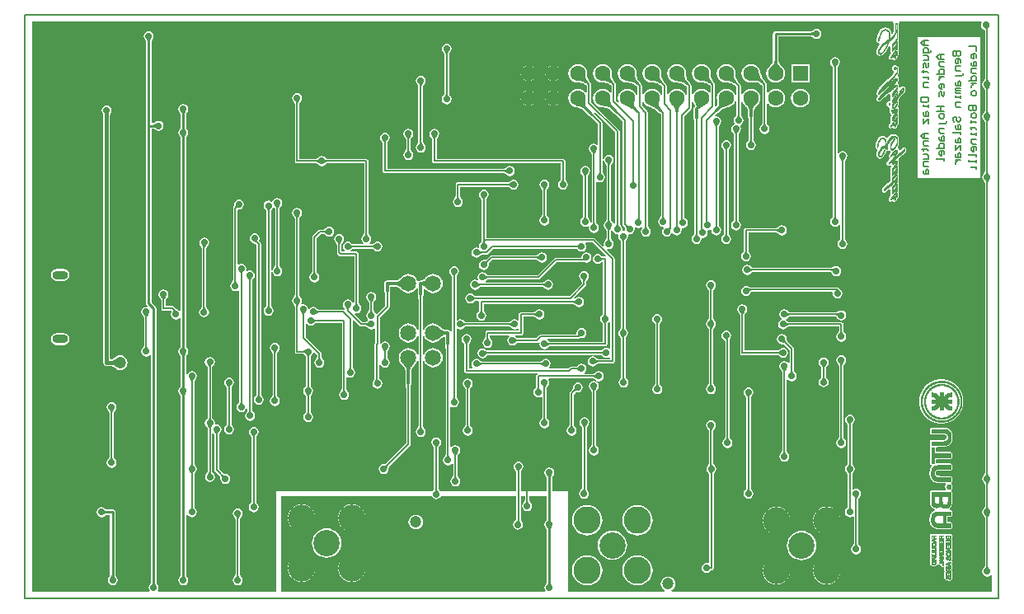
<source format=gbl>
G04 Layer_Physical_Order=2*
G04 Layer_Color=16711680*
%FSLAX44Y44*%
%MOMM*%
G71*
G01*
G75*
%ADD41C,0.1524*%
%ADD42C,0.3048*%
%ADD43C,0.2540*%
%ADD45C,0.3810*%
%ADD46C,0.2032*%
%ADD47C,0.1270*%
%ADD48C,2.7000*%
%ADD49C,2.8000*%
%ADD50C,1.6002*%
%ADD51R,1.6002X1.6002*%
%ADD52O,1.6000X0.9000*%
%ADD53C,1.6400*%
%ADD54C,1.2000*%
%ADD55C,0.7000*%
%ADD56C,0.0229*%
%ADD57C,0.0445*%
G36*
X989760Y587343D02*
X989007Y585345D01*
X988926Y585043D01*
X988834Y584535D01*
X988822Y584330D01*
X987298Y583717D01*
X987279Y584018D01*
X987223Y584303D01*
X987128Y584575D01*
X986997Y584831D01*
X986827Y585073D01*
X986620Y585300D01*
X986375Y585513D01*
X986092Y585710D01*
X985772Y585893D01*
X985414Y586062D01*
X989980Y587840D01*
X989760Y587343D01*
D02*
G37*
G36*
X982350Y591679D02*
X982057Y591240D01*
X981668Y589280D01*
X982057Y587320D01*
X983168Y585658D01*
X984579Y584715D01*
X984712Y584569D01*
X985010Y584429D01*
X985208Y584316D01*
X985359Y584210D01*
X985466Y584117D01*
X985537Y584039D01*
X985581Y583976D01*
X985608Y583923D01*
X985627Y583871D01*
X985640Y583805D01*
X985652Y583614D01*
X985729Y583455D01*
Y534096D01*
X985651Y533937D01*
X985640Y533758D01*
X985623Y533660D01*
X985586Y533535D01*
X985525Y533384D01*
X985434Y533205D01*
X985311Y533003D01*
X985165Y532797D01*
X984710Y532258D01*
X984431Y531973D01*
X984389Y531869D01*
X983327Y530280D01*
X982938Y528320D01*
X983327Y526360D01*
X984389Y524771D01*
X984431Y524667D01*
X984725Y524366D01*
X984957Y524106D01*
X985152Y523862D01*
X985311Y523637D01*
X985434Y523435D01*
X985525Y523257D01*
X985586Y523105D01*
X985623Y522980D01*
X985640Y522882D01*
X985651Y522703D01*
X985729Y522544D01*
Y501076D01*
X985651Y500917D01*
X985640Y500738D01*
X985623Y500640D01*
X985586Y500515D01*
X985525Y500364D01*
X985434Y500185D01*
X985311Y499983D01*
X985165Y499777D01*
X984710Y499238D01*
X984431Y498953D01*
X984389Y498848D01*
X983327Y497260D01*
X982938Y495300D01*
X983327Y493340D01*
X984389Y491752D01*
X984431Y491647D01*
X984725Y491347D01*
X984957Y491086D01*
X985152Y490842D01*
X985311Y490617D01*
X985434Y490415D01*
X985525Y490237D01*
X985586Y490085D01*
X985623Y489960D01*
X985640Y489862D01*
X985651Y489683D01*
X985729Y489524D01*
Y438846D01*
X985651Y438687D01*
X985640Y438508D01*
X985623Y438410D01*
X985586Y438285D01*
X985525Y438134D01*
X985434Y437955D01*
X985311Y437753D01*
X985165Y437547D01*
X984710Y437008D01*
X984431Y436723D01*
X984389Y436618D01*
X983327Y435030D01*
X982938Y433070D01*
X983327Y431110D01*
X984389Y429521D01*
X984431Y429417D01*
X984725Y429117D01*
X984957Y428856D01*
X985152Y428612D01*
X985311Y428387D01*
X985434Y428185D01*
X985525Y428007D01*
X985586Y427855D01*
X985623Y427730D01*
X985640Y427632D01*
X985651Y427453D01*
X985729Y427294D01*
Y128966D01*
X985651Y128807D01*
X985640Y128628D01*
X985623Y128530D01*
X985586Y128405D01*
X985525Y128254D01*
X985434Y128075D01*
X985311Y127873D01*
X985165Y127667D01*
X984710Y127128D01*
X984431Y126843D01*
X984389Y126739D01*
X983327Y125150D01*
X982938Y123190D01*
X983327Y121230D01*
X984389Y119642D01*
X984431Y119537D01*
X984725Y119236D01*
X984957Y118976D01*
X985152Y118732D01*
X985311Y118507D01*
X985434Y118305D01*
X985525Y118127D01*
X985586Y117975D01*
X985623Y117850D01*
X985640Y117752D01*
X985651Y117573D01*
X985729Y117414D01*
Y94676D01*
X985651Y94517D01*
X985640Y94338D01*
X985623Y94240D01*
X985586Y94115D01*
X985525Y93964D01*
X985434Y93785D01*
X985311Y93583D01*
X985165Y93377D01*
X984710Y92838D01*
X984431Y92553D01*
X984389Y92449D01*
X983327Y90860D01*
X982938Y88900D01*
X983327Y86940D01*
X984389Y85351D01*
X984431Y85247D01*
X984725Y84946D01*
X984957Y84686D01*
X985152Y84442D01*
X985311Y84217D01*
X985434Y84015D01*
X985525Y83837D01*
X985586Y83685D01*
X985623Y83560D01*
X985640Y83462D01*
X985651Y83283D01*
X985729Y83124D01*
Y33716D01*
X985651Y33557D01*
X985640Y33378D01*
X985623Y33280D01*
X985586Y33155D01*
X985525Y33004D01*
X985434Y32825D01*
X985311Y32623D01*
X985165Y32417D01*
X984710Y31878D01*
X984431Y31593D01*
X984389Y31488D01*
X983327Y29900D01*
X982938Y27940D01*
X983327Y25980D01*
X984438Y24318D01*
X986100Y23207D01*
X988060Y22818D01*
X990020Y23207D01*
X991529Y24215D01*
X992187Y24040D01*
X992799Y23703D01*
Y7201D01*
X663973D01*
X663720Y8471D01*
X664194Y8668D01*
X665766Y9874D01*
X666972Y11445D01*
X667730Y13276D01*
X667989Y15240D01*
X667730Y17204D01*
X666972Y19035D01*
X665766Y20606D01*
X664194Y21812D01*
X662364Y22570D01*
X660400Y22829D01*
X658436Y22570D01*
X656606Y21812D01*
X655034Y20606D01*
X653828Y19035D01*
X653070Y17204D01*
X652811Y15240D01*
X653070Y13276D01*
X653828Y11445D01*
X655034Y9874D01*
X656606Y8668D01*
X657080Y8471D01*
X656827Y7201D01*
X557530D01*
Y110490D01*
X541329D01*
Y123967D01*
X541399Y124121D01*
X541408Y124396D01*
X541430Y124597D01*
X541465Y124782D01*
X541512Y124955D01*
X541571Y125117D01*
X541643Y125272D01*
X541728Y125422D01*
X541829Y125569D01*
X541948Y125716D01*
X542128Y125906D01*
X542173Y126024D01*
X543213Y127580D01*
X543602Y129540D01*
X543213Y131500D01*
X542102Y133162D01*
X540440Y134272D01*
X538480Y134662D01*
X536520Y134272D01*
X534858Y133162D01*
X533747Y131500D01*
X533358Y129540D01*
X533747Y127580D01*
X534787Y126024D01*
X534832Y125906D01*
X535013Y125716D01*
X535131Y125570D01*
X535232Y125422D01*
X535317Y125272D01*
X535389Y125117D01*
X535448Y124955D01*
X535495Y124782D01*
X535530Y124597D01*
X535552Y124396D01*
X535561Y124121D01*
X535631Y123967D01*
Y110490D01*
X509061D01*
Y130114D01*
X509138Y130273D01*
X509150Y130452D01*
X509167Y130550D01*
X509204Y130675D01*
X509265Y130826D01*
X509356Y131005D01*
X509479Y131207D01*
X509625Y131413D01*
X510080Y131952D01*
X510359Y132237D01*
X510401Y132341D01*
X511463Y133930D01*
X511852Y135890D01*
X511463Y137850D01*
X510352Y139512D01*
X508690Y140623D01*
X506730Y141012D01*
X504770Y140623D01*
X503108Y139512D01*
X501997Y137850D01*
X501608Y135890D01*
X501997Y133930D01*
X503059Y132341D01*
X503101Y132237D01*
X503395Y131937D01*
X503627Y131676D01*
X503822Y131432D01*
X503981Y131207D01*
X504104Y131005D01*
X504195Y130827D01*
X504256Y130675D01*
X504293Y130550D01*
X504310Y130452D01*
X504322Y130273D01*
X504399Y130114D01*
Y110490D01*
X426321D01*
X426021Y110939D01*
X425979Y111043D01*
X425685Y111343D01*
X425453Y111604D01*
X425258Y111848D01*
X425099Y112073D01*
X424976Y112275D01*
X424885Y112453D01*
X424824Y112605D01*
X424787Y112730D01*
X424770Y112828D01*
X424758Y113007D01*
X424681Y113166D01*
Y154954D01*
X424758Y155113D01*
X424770Y155292D01*
X424787Y155390D01*
X424824Y155515D01*
X424885Y155666D01*
X424976Y155845D01*
X425099Y156047D01*
X425245Y156253D01*
X425700Y156792D01*
X425979Y157077D01*
X426021Y157182D01*
X427082Y158770D01*
X427472Y160730D01*
X427082Y162690D01*
X425972Y164352D01*
X424310Y165462D01*
X422350Y165852D01*
X420390Y165462D01*
X418728Y164352D01*
X417617Y162690D01*
X417228Y160730D01*
X417617Y158770D01*
X418679Y157182D01*
X418721Y157077D01*
X419015Y156777D01*
X419247Y156516D01*
X419442Y156272D01*
X419601Y156047D01*
X419725Y155845D01*
X419815Y155667D01*
X419876Y155515D01*
X419913Y155390D01*
X419930Y155292D01*
X419941Y155113D01*
X420019Y154954D01*
Y113166D01*
X419941Y113007D01*
X419930Y112828D01*
X419913Y112730D01*
X419876Y112605D01*
X419815Y112453D01*
X419724Y112275D01*
X419601Y112073D01*
X419455Y111867D01*
X419000Y111328D01*
X418721Y111043D01*
X418679Y110939D01*
X418379Y110490D01*
X257810D01*
Y7201D01*
X136824D01*
X136145Y8471D01*
X136812Y9470D01*
X137202Y11430D01*
X136812Y13390D01*
X135773Y14946D01*
X135728Y15064D01*
X135548Y15254D01*
X135429Y15400D01*
X135328Y15548D01*
X135243Y15698D01*
X135171Y15853D01*
X135112Y16015D01*
X135065Y16188D01*
X135030Y16373D01*
X135008Y16574D01*
X134999Y16849D01*
X134929Y17003D01*
Y298450D01*
X134929Y298450D01*
X134712Y299540D01*
X134094Y300464D01*
X134094Y300464D01*
X129849Y304710D01*
Y483051D01*
X131587D01*
X131741Y482981D01*
X132015Y482972D01*
X132217Y482950D01*
X132402Y482915D01*
X132575Y482868D01*
X132737Y482809D01*
X132892Y482737D01*
X133042Y482652D01*
X133189Y482551D01*
X133336Y482432D01*
X133526Y482252D01*
X133644Y482207D01*
X135200Y481167D01*
X137160Y480778D01*
X139120Y481167D01*
X140782Y482278D01*
X141892Y483940D01*
X142282Y485900D01*
X141892Y487860D01*
X140782Y489522D01*
X139120Y490633D01*
X137160Y491022D01*
X135200Y490633D01*
X133644Y489593D01*
X133526Y489548D01*
X133336Y489367D01*
X133190Y489249D01*
X133042Y489148D01*
X132892Y489063D01*
X132737Y488991D01*
X132575Y488932D01*
X132402Y488885D01*
X132217Y488850D01*
X132015Y488828D01*
X131741Y488819D01*
X131587Y488749D01*
X130745D01*
X129912Y489630D01*
X129849Y489751D01*
Y572277D01*
X129919Y572430D01*
X129928Y572705D01*
X129950Y572907D01*
X129985Y573092D01*
X130032Y573265D01*
X130091Y573427D01*
X130163Y573582D01*
X130248Y573732D01*
X130349Y573880D01*
X130468Y574026D01*
X130648Y574216D01*
X130693Y574334D01*
X131733Y575890D01*
X132122Y577850D01*
X131733Y579810D01*
X130622Y581472D01*
X128960Y582583D01*
X127000Y582972D01*
X125040Y582583D01*
X123378Y581472D01*
X122268Y579810D01*
X121878Y577850D01*
X122268Y575890D01*
X123307Y574334D01*
X123352Y574216D01*
X123532Y574026D01*
X123651Y573880D01*
X123752Y573732D01*
X123837Y573582D01*
X123909Y573427D01*
X123968Y573265D01*
X124015Y573092D01*
X124050Y572907D01*
X124072Y572705D01*
X124081Y572430D01*
X124151Y572277D01*
Y486581D01*
X124080Y486410D01*
X124112Y486334D01*
X124088Y486256D01*
X124151Y486136D01*
Y303530D01*
X124151Y303530D01*
X124368Y302440D01*
X124986Y301516D01*
X125688Y300813D01*
X125063Y299643D01*
X124460Y299762D01*
X122500Y299373D01*
X120838Y298262D01*
X119727Y296600D01*
X119338Y294640D01*
X119727Y292680D01*
X120789Y291091D01*
X120831Y290987D01*
X121124Y290686D01*
X121357Y290426D01*
X121552Y290182D01*
X121711Y289957D01*
X121834Y289755D01*
X121925Y289577D01*
X121986Y289425D01*
X122023Y289300D01*
X122041Y289202D01*
X122051Y289023D01*
X122129Y288864D01*
Y259776D01*
X122051Y259617D01*
X122041Y259438D01*
X122023Y259340D01*
X121986Y259215D01*
X121925Y259064D01*
X121834Y258885D01*
X121711Y258683D01*
X121565Y258477D01*
X121110Y257938D01*
X120831Y257653D01*
X120789Y257549D01*
X119727Y255960D01*
X119338Y254000D01*
X119727Y252040D01*
X120838Y250378D01*
X122500Y249268D01*
X124460Y248878D01*
X126420Y249268D01*
X127961Y250297D01*
X128528Y250158D01*
X129231Y249812D01*
Y17003D01*
X129161Y16849D01*
X129152Y16574D01*
X129130Y16373D01*
X129095Y16188D01*
X129048Y16015D01*
X128989Y15853D01*
X128917Y15698D01*
X128832Y15548D01*
X128731Y15401D01*
X128612Y15254D01*
X128432Y15064D01*
X128387Y14946D01*
X127347Y13390D01*
X126958Y11430D01*
X127347Y9470D01*
X128015Y8471D01*
X127336Y7201D01*
X7201D01*
Y495000D01*
Y592799D01*
X891213D01*
X891494Y592510D01*
X892050Y591529D01*
X891982Y591185D01*
Y585406D01*
X892118Y584725D01*
X892427Y584263D01*
Y583629D01*
X892515Y583184D01*
X892499Y583102D01*
X892118Y582532D01*
X892054Y582213D01*
X891881Y581954D01*
X891615Y581776D01*
X891229Y581198D01*
X891211Y581112D01*
X890556Y580685D01*
X889320Y581171D01*
Y581851D01*
X889184Y582532D01*
X888876Y582994D01*
Y583184D01*
X888740Y583865D01*
X888354Y584443D01*
X888087Y584621D01*
X887909Y584888D01*
X887643Y585065D01*
X887465Y585332D01*
X887198Y585510D01*
X887020Y585776D01*
X886754Y585955D01*
X886576Y586221D01*
X885998Y586607D01*
X885317Y586743D01*
X885171Y586713D01*
X884665Y587051D01*
X883984Y587187D01*
X883761Y587143D01*
X883539Y587187D01*
X883317Y587143D01*
X883094Y587187D01*
X882413Y587051D01*
X881907Y586713D01*
X881761Y586743D01*
X881539Y586698D01*
X881317Y586743D01*
X880635Y586607D01*
X880058Y586221D01*
X879880Y585955D01*
X879620Y585781D01*
X879302Y585718D01*
X878724Y585332D01*
X878546Y585065D01*
X878279Y584888D01*
X877894Y584310D01*
X877830Y583991D01*
X877657Y583732D01*
X877391Y583554D01*
X877005Y582976D01*
X876941Y582658D01*
X876560Y582087D01*
X876497Y581769D01*
X876116Y581198D01*
X875980Y580517D01*
Y580327D01*
X875671Y579865D01*
X875536Y579184D01*
Y578994D01*
X875227Y578531D01*
X875091Y577850D01*
Y577216D01*
X874782Y576753D01*
X874647Y576072D01*
Y572516D01*
X874782Y571835D01*
X875168Y571257D01*
X875746Y570871D01*
X876427Y570736D01*
X876510Y570752D01*
X877513Y569730D01*
X877398Y569335D01*
X877391Y569330D01*
X877213Y569063D01*
X876946Y568885D01*
X876560Y568308D01*
X876497Y567989D01*
X876323Y567730D01*
X876057Y567552D01*
X875671Y566974D01*
X875608Y566656D01*
X875227Y566085D01*
X875163Y565767D01*
X874782Y565196D01*
X874647Y564515D01*
Y560070D01*
X874782Y559389D01*
X875168Y558811D01*
X875746Y558425D01*
X876064Y558362D01*
X876635Y557981D01*
X877316Y557845D01*
X877538Y557889D01*
X877760Y557845D01*
X877983Y557889D01*
X878205Y557845D01*
X878886Y557981D01*
X879392Y558319D01*
X879538Y558289D01*
X880220Y558425D01*
X880798Y558811D01*
X880975Y559077D01*
X881242Y559255D01*
X881420Y559522D01*
X881686Y559700D01*
X881864Y559967D01*
X882131Y560145D01*
X882309Y560411D01*
X882576Y560589D01*
X882754Y560855D01*
X883020Y561034D01*
X883198Y561300D01*
X883465Y561478D01*
X883643Y561744D01*
X883909Y561922D01*
X884295Y562500D01*
X884358Y562819D01*
X884739Y563389D01*
X884803Y563708D01*
X884976Y563967D01*
X885242Y564145D01*
X885628Y564723D01*
X885692Y565041D01*
X886073Y565612D01*
X886136Y565930D01*
X886517Y566501D01*
X886581Y566819D01*
X886962Y567390D01*
X887156Y567477D01*
X888426Y566658D01*
Y565404D01*
X888514Y564959D01*
X888426Y564515D01*
Y562293D01*
X888562Y561611D01*
X888948Y561034D01*
X889324Y560782D01*
X889006Y560307D01*
X888943Y559988D01*
X888770Y559729D01*
X888503Y559551D01*
X888117Y558973D01*
X888054Y558655D01*
X887880Y558396D01*
X887614Y558218D01*
X887228Y557640D01*
X887093Y556959D01*
Y555625D01*
X887228Y554944D01*
X887614Y554366D01*
X888192Y553980D01*
X888873Y553844D01*
X889554Y553980D01*
X889980Y554265D01*
X890368Y554337D01*
X891307Y554223D01*
X891535Y554040D01*
X891615Y553922D01*
X892192Y553536D01*
X892874Y553400D01*
X893555Y553536D01*
X894133Y553922D01*
X894311Y554188D01*
X894577Y554366D01*
X894755Y554632D01*
X895022Y554810D01*
X895407Y555388D01*
X895543Y556069D01*
Y556259D01*
X895852Y556722D01*
X895915Y557040D01*
X896088Y557299D01*
X896355Y557477D01*
X896741Y558055D01*
X896804Y558374D01*
X897185Y558944D01*
X897321Y559626D01*
Y562737D01*
X897185Y563418D01*
X896799Y563996D01*
X897186Y564723D01*
X897321Y565404D01*
Y568071D01*
X897188Y568738D01*
X897321Y569404D01*
Y572071D01*
X897185Y572753D01*
X896799Y573330D01*
X896940Y574579D01*
X897185Y574946D01*
X897321Y575628D01*
Y582295D01*
X897185Y582976D01*
X896877Y583439D01*
Y583818D01*
X897185Y584281D01*
X897321Y584962D01*
Y591185D01*
X897253Y591529D01*
X897810Y592510D01*
X898090Y592799D01*
X981752D01*
X982350Y591679D01*
D02*
G37*
G36*
X129226Y575114D02*
X129025Y574866D01*
X128848Y574607D01*
X128695Y574337D01*
X128565Y574057D01*
X128459Y573765D01*
X128376Y573462D01*
X128317Y573149D01*
X128282Y572824D01*
X128270Y572489D01*
X125730D01*
X125718Y572824D01*
X125683Y573149D01*
X125624Y573462D01*
X125541Y573765D01*
X125435Y574057D01*
X125305Y574337D01*
X125152Y574607D01*
X124975Y574866D01*
X124774Y575114D01*
X124550Y575350D01*
X129450D01*
X129226Y575114D01*
D02*
G37*
G36*
X988839Y533561D02*
X988889Y533280D01*
X988974Y532993D01*
X989092Y532700D01*
X989244Y532401D01*
X989430Y532096D01*
X989649Y531786D01*
X989902Y531470D01*
X990189Y531147D01*
X990510Y530820D01*
X985610D01*
X985931Y531147D01*
X986471Y531786D01*
X986690Y532096D01*
X986876Y532401D01*
X987028Y532700D01*
X987146Y532993D01*
X987231Y533280D01*
X987281Y533561D01*
X987298Y533836D01*
X988822D01*
X988839Y533561D01*
D02*
G37*
G36*
X990189Y525493D02*
X989649Y524854D01*
X989430Y524544D01*
X989244Y524239D01*
X989092Y523940D01*
X988974Y523647D01*
X988889Y523360D01*
X988839Y523079D01*
X988822Y522804D01*
X987298D01*
X987281Y523079D01*
X987231Y523360D01*
X987146Y523647D01*
X987028Y523940D01*
X986876Y524239D01*
X986690Y524544D01*
X986471Y524854D01*
X986218Y525170D01*
X985931Y525493D01*
X985610Y525821D01*
X990510D01*
X990189Y525493D01*
D02*
G37*
G36*
X988839Y500541D02*
X988889Y500260D01*
X988974Y499972D01*
X989092Y499680D01*
X989244Y499381D01*
X989430Y499076D01*
X989649Y498766D01*
X989902Y498450D01*
X990189Y498128D01*
X990510Y497799D01*
X985610D01*
X985931Y498128D01*
X986471Y498766D01*
X986690Y499076D01*
X986876Y499381D01*
X987028Y499680D01*
X987146Y499972D01*
X987231Y500260D01*
X987281Y500541D01*
X987298Y500816D01*
X988822D01*
X988839Y500541D01*
D02*
G37*
G36*
X990189Y492472D02*
X989649Y491834D01*
X989430Y491524D01*
X989244Y491219D01*
X989092Y490920D01*
X988974Y490628D01*
X988889Y490340D01*
X988839Y490059D01*
X988822Y489784D01*
X987298D01*
X987281Y490059D01*
X987231Y490340D01*
X987146Y490628D01*
X987028Y490920D01*
X986876Y491219D01*
X986690Y491524D01*
X986471Y491834D01*
X986218Y492150D01*
X985931Y492472D01*
X985610Y492800D01*
X990510D01*
X990189Y492472D01*
D02*
G37*
G36*
X128271Y488992D02*
X128305Y487537D01*
X128338Y487097D01*
X128358Y486949D01*
X128382Y486850D01*
X128408Y486798D01*
X127000Y486410D01*
X125730D01*
X128270Y489476D01*
X128271Y488992D01*
D02*
G37*
G36*
X134661Y483450D02*
X134424Y483674D01*
X134176Y483875D01*
X133917Y484052D01*
X133647Y484205D01*
X133367Y484335D01*
X133075Y484441D01*
X132772Y484524D01*
X132459Y484583D01*
X132134Y484618D01*
X131798Y484630D01*
Y487170D01*
X132134Y487182D01*
X132459Y487217D01*
X132772Y487276D01*
X133075Y487359D01*
X133367Y487465D01*
X133647Y487595D01*
X133917Y487748D01*
X134176Y487925D01*
X134424Y488126D01*
X134661Y488350D01*
Y483450D01*
D02*
G37*
G36*
X988839Y438311D02*
X988889Y438030D01*
X988974Y437743D01*
X989092Y437450D01*
X989244Y437151D01*
X989430Y436846D01*
X989649Y436536D01*
X989902Y436220D01*
X990189Y435897D01*
X990510Y435569D01*
X985610D01*
X985931Y435897D01*
X986471Y436536D01*
X986690Y436846D01*
X986876Y437151D01*
X987028Y437450D01*
X987146Y437743D01*
X987231Y438030D01*
X987281Y438311D01*
X987298Y438586D01*
X988822D01*
X988839Y438311D01*
D02*
G37*
G36*
X990189Y430243D02*
X989649Y429604D01*
X989430Y429294D01*
X989244Y428989D01*
X989092Y428690D01*
X988974Y428397D01*
X988889Y428110D01*
X988839Y427829D01*
X988822Y427554D01*
X987298D01*
X987281Y427829D01*
X987231Y428110D01*
X987146Y428397D01*
X987028Y428690D01*
X986876Y428989D01*
X986690Y429294D01*
X986471Y429604D01*
X986218Y429920D01*
X985931Y430243D01*
X985610Y430570D01*
X990510D01*
X990189Y430243D01*
D02*
G37*
G36*
X126589Y291812D02*
X126049Y291174D01*
X125830Y290864D01*
X125644Y290559D01*
X125492Y290260D01*
X125374Y289967D01*
X125289Y289680D01*
X125239Y289399D01*
X125222Y289124D01*
X123698D01*
X123681Y289399D01*
X123631Y289680D01*
X123546Y289967D01*
X123428Y290260D01*
X123276Y290559D01*
X123090Y290864D01*
X122871Y291174D01*
X122618Y291490D01*
X122331Y291812D01*
X122010Y292141D01*
X126910D01*
X126589Y291812D01*
D02*
G37*
G36*
X125239Y259241D02*
X125289Y258960D01*
X125374Y258673D01*
X125492Y258380D01*
X125644Y258081D01*
X125830Y257776D01*
X126049Y257466D01*
X126302Y257150D01*
X126589Y256828D01*
X126910Y256500D01*
X122010D01*
X122331Y256828D01*
X122871Y257466D01*
X123090Y257776D01*
X123276Y258081D01*
X123428Y258380D01*
X123546Y258673D01*
X123631Y258960D01*
X123681Y259241D01*
X123698Y259516D01*
X125222D01*
X125239Y259241D01*
D02*
G37*
G36*
X424479Y157902D02*
X423939Y157264D01*
X423720Y156954D01*
X423534Y156649D01*
X423382Y156350D01*
X423264Y156057D01*
X423180Y155770D01*
X423129Y155489D01*
X423112Y155214D01*
X421588D01*
X421571Y155489D01*
X421521Y155770D01*
X421436Y156057D01*
X421318Y156350D01*
X421166Y156649D01*
X420980Y156954D01*
X420761Y157264D01*
X420508Y157580D01*
X420221Y157902D01*
X419900Y158230D01*
X424800D01*
X424479Y157902D01*
D02*
G37*
G36*
X508859Y133062D02*
X508319Y132424D01*
X508100Y132114D01*
X507914Y131809D01*
X507762Y131510D01*
X507644Y131217D01*
X507560Y130930D01*
X507509Y130649D01*
X507492Y130374D01*
X505968D01*
X505951Y130649D01*
X505900Y130930D01*
X505816Y131217D01*
X505698Y131510D01*
X505546Y131809D01*
X505360Y132114D01*
X505141Y132424D01*
X504888Y132740D01*
X504601Y133062D01*
X504280Y133391D01*
X509180D01*
X508859Y133062D01*
D02*
G37*
G36*
X988839Y128431D02*
X988889Y128150D01*
X988974Y127863D01*
X989092Y127570D01*
X989244Y127271D01*
X989430Y126966D01*
X989649Y126656D01*
X989902Y126340D01*
X990189Y126018D01*
X990510Y125689D01*
X985610D01*
X985931Y126018D01*
X986471Y126656D01*
X986690Y126966D01*
X986876Y127271D01*
X987028Y127570D01*
X987146Y127863D01*
X987231Y128150D01*
X987281Y128431D01*
X987298Y128706D01*
X988822D01*
X988839Y128431D01*
D02*
G37*
G36*
X540706Y126804D02*
X540505Y126556D01*
X540328Y126297D01*
X540175Y126027D01*
X540045Y125747D01*
X539939Y125455D01*
X539856Y125152D01*
X539797Y124839D01*
X539762Y124514D01*
X539750Y124178D01*
X537210D01*
X537198Y124514D01*
X537163Y124839D01*
X537104Y125152D01*
X537021Y125455D01*
X536915Y125747D01*
X536785Y126027D01*
X536632Y126297D01*
X536455Y126556D01*
X536254Y126804D01*
X536030Y127041D01*
X540930D01*
X540706Y126804D01*
D02*
G37*
G36*
X990189Y120363D02*
X989649Y119724D01*
X989430Y119414D01*
X989244Y119109D01*
X989092Y118810D01*
X988974Y118518D01*
X988889Y118230D01*
X988839Y117949D01*
X988822Y117674D01*
X987298D01*
X987281Y117949D01*
X987231Y118230D01*
X987146Y118518D01*
X987028Y118810D01*
X986876Y119109D01*
X986690Y119414D01*
X986471Y119724D01*
X986218Y120040D01*
X985931Y120363D01*
X985610Y120690D01*
X990510D01*
X990189Y120363D01*
D02*
G37*
G36*
X423129Y112631D02*
X423180Y112350D01*
X423264Y112063D01*
X423382Y111770D01*
X423534Y111471D01*
X423720Y111166D01*
X423939Y110856D01*
X424192Y110540D01*
X424479Y110218D01*
X424800Y109889D01*
X419900D01*
X420221Y110218D01*
X420761Y110856D01*
X420980Y111166D01*
X421166Y111471D01*
X421318Y111770D01*
X421436Y112063D01*
X421521Y112350D01*
X421571Y112631D01*
X421588Y112906D01*
X423112D01*
X423129Y112631D01*
D02*
G37*
G36*
X516399Y100491D02*
X516450Y100210D01*
X516534Y99923D01*
X516652Y99630D01*
X516804Y99331D01*
X516990Y99026D01*
X517209Y98716D01*
X517462Y98400D01*
X517749Y98077D01*
X518070Y97750D01*
X513170D01*
X513491Y98077D01*
X514031Y98716D01*
X514250Y99026D01*
X514436Y99331D01*
X514588Y99630D01*
X514706Y99923D01*
X514790Y100210D01*
X514841Y100491D01*
X514858Y100766D01*
X516382D01*
X516399Y100491D01*
D02*
G37*
G36*
X988839Y94141D02*
X988889Y93860D01*
X988974Y93573D01*
X989092Y93280D01*
X989244Y92981D01*
X989430Y92676D01*
X989649Y92366D01*
X989902Y92050D01*
X990189Y91728D01*
X990510Y91399D01*
X985610D01*
X985931Y91728D01*
X986471Y92366D01*
X986690Y92676D01*
X986876Y92981D01*
X987028Y93280D01*
X987146Y93573D01*
X987231Y93860D01*
X987281Y94141D01*
X987298Y94416D01*
X988822D01*
X988839Y94141D01*
D02*
G37*
G36*
X535631Y81773D02*
X535561Y81620D01*
X535552Y81344D01*
X535530Y81143D01*
X535495Y80958D01*
X535448Y80785D01*
X535389Y80623D01*
X535317Y80468D01*
X535232Y80318D01*
X535131Y80170D01*
X535012Y80024D01*
X534832Y79834D01*
X534787Y79716D01*
X533747Y78160D01*
X533358Y76200D01*
X533747Y74240D01*
X534787Y72684D01*
X534832Y72566D01*
X535013Y72376D01*
X535131Y72230D01*
X535232Y72082D01*
X535317Y71932D01*
X535389Y71777D01*
X535448Y71615D01*
X535495Y71442D01*
X535530Y71257D01*
X535552Y71055D01*
X535561Y70781D01*
X535631Y70627D01*
Y17003D01*
X535561Y16849D01*
X535552Y16574D01*
X535530Y16373D01*
X535495Y16188D01*
X535448Y16015D01*
X535389Y15853D01*
X535317Y15698D01*
X535232Y15548D01*
X535131Y15401D01*
X535012Y15254D01*
X534832Y15064D01*
X534787Y14946D01*
X533747Y13390D01*
X533358Y11430D01*
X533747Y9470D01*
X534415Y8471D01*
X533736Y7201D01*
X262890D01*
Y105410D01*
X417631D01*
X418728Y103768D01*
X420390Y102657D01*
X422350Y102268D01*
X424310Y102657D01*
X425972Y103768D01*
X427069Y105410D01*
X504399D01*
Y82126D01*
X504345Y82042D01*
X504366Y81942D01*
X504322Y81850D01*
X504310Y81665D01*
X504294Y81583D01*
X504265Y81492D01*
X504216Y81385D01*
X504141Y81261D01*
X504034Y81117D01*
X503889Y80957D01*
X503705Y80781D01*
X503479Y80595D01*
X503173Y80373D01*
X503019Y80120D01*
X502498Y79772D01*
X501387Y78110D01*
X500998Y76150D01*
X501387Y74190D01*
X502498Y72528D01*
X504160Y71417D01*
X506120Y71028D01*
X508080Y71417D01*
X509742Y72528D01*
X510853Y74190D01*
X511242Y76150D01*
X510853Y78110D01*
X510395Y78794D01*
X510324Y79124D01*
X510058Y79507D01*
X509847Y79834D01*
X509485Y80469D01*
X509367Y80714D01*
X509272Y80942D01*
X509206Y81135D01*
X509167Y81289D01*
X509148Y81400D01*
X509139Y81566D01*
X509061Y81727D01*
Y105410D01*
X513289D01*
Y101026D01*
X513212Y100867D01*
X513200Y100688D01*
X513183Y100590D01*
X513146Y100465D01*
X513085Y100314D01*
X512994Y100135D01*
X512871Y99933D01*
X512725Y99727D01*
X512270Y99188D01*
X511991Y98903D01*
X511949Y98799D01*
X510887Y97210D01*
X510498Y95250D01*
X510887Y93290D01*
X511998Y91628D01*
X513660Y90518D01*
X515620Y90128D01*
X517580Y90518D01*
X519242Y91628D01*
X520353Y93290D01*
X520742Y95250D01*
X520353Y97210D01*
X519291Y98799D01*
X519249Y98903D01*
X518955Y99204D01*
X518723Y99464D01*
X518528Y99708D01*
X518369Y99933D01*
X518246Y100135D01*
X518155Y100313D01*
X518094Y100465D01*
X518057Y100590D01*
X518040Y100688D01*
X518028Y100867D01*
X517951Y101026D01*
Y105410D01*
X535631D01*
Y81773D01*
D02*
G37*
G36*
X990189Y86073D02*
X989649Y85434D01*
X989430Y85124D01*
X989244Y84819D01*
X989092Y84520D01*
X988974Y84228D01*
X988889Y83940D01*
X988839Y83659D01*
X988822Y83384D01*
X987298D01*
X987281Y83659D01*
X987231Y83940D01*
X987146Y84228D01*
X987028Y84520D01*
X986876Y84819D01*
X986690Y85124D01*
X986471Y85434D01*
X986218Y85750D01*
X985931Y86073D01*
X985610Y86400D01*
X990510D01*
X990189Y86073D01*
D02*
G37*
G36*
X539762Y81226D02*
X539797Y80901D01*
X539856Y80588D01*
X539939Y80285D01*
X540045Y79993D01*
X540175Y79713D01*
X540328Y79443D01*
X540505Y79184D01*
X540706Y78936D01*
X540930Y78699D01*
X536030D01*
X536254Y78936D01*
X536455Y79184D01*
X536632Y79443D01*
X536785Y79713D01*
X536915Y79993D01*
X537021Y80285D01*
X537104Y80588D01*
X537163Y80901D01*
X537198Y81226D01*
X537210Y81561D01*
X539750D01*
X539762Y81226D01*
D02*
G37*
G36*
X507492Y81470D02*
X507507Y81218D01*
X507551Y80948D01*
X507625Y80662D01*
X507728Y80359D01*
X507861Y80039D01*
X508023Y79702D01*
X508437Y78977D01*
X508688Y78589D01*
X508968Y78184D01*
X504143Y79038D01*
X504490Y79290D01*
X504800Y79546D01*
X505074Y79807D01*
X505311Y80071D01*
X505512Y80340D01*
X505676Y80613D01*
X505804Y80890D01*
X505895Y81171D01*
X505950Y81457D01*
X505968Y81747D01*
X507492Y81470D01*
D02*
G37*
G36*
X540706Y73464D02*
X540505Y73216D01*
X540328Y72957D01*
X540175Y72687D01*
X540045Y72407D01*
X539939Y72115D01*
X539856Y71812D01*
X539797Y71499D01*
X539762Y71174D01*
X539750Y70838D01*
X537210D01*
X537198Y71174D01*
X537163Y71499D01*
X537104Y71812D01*
X537021Y72115D01*
X536915Y72407D01*
X536785Y72687D01*
X536632Y72957D01*
X536455Y73216D01*
X536254Y73464D01*
X536030Y73700D01*
X540930D01*
X540706Y73464D01*
D02*
G37*
G36*
X988839Y33181D02*
X988889Y32900D01*
X988974Y32613D01*
X989092Y32320D01*
X989244Y32021D01*
X989430Y31716D01*
X989649Y31406D01*
X989902Y31090D01*
X990189Y30768D01*
X990510Y30440D01*
X985610D01*
X985931Y30768D01*
X986471Y31406D01*
X986690Y31716D01*
X986876Y32021D01*
X987028Y32320D01*
X987146Y32613D01*
X987231Y32900D01*
X987281Y33181D01*
X987298Y33456D01*
X988822D01*
X988839Y33181D01*
D02*
G37*
G36*
X539762Y16456D02*
X539797Y16131D01*
X539856Y15818D01*
X539939Y15515D01*
X540045Y15223D01*
X540175Y14943D01*
X540328Y14673D01*
X540505Y14414D01*
X540706Y14166D01*
X540930Y13930D01*
X536030D01*
X536254Y14166D01*
X536455Y14414D01*
X536632Y14673D01*
X536785Y14943D01*
X536915Y15223D01*
X537021Y15515D01*
X537104Y15818D01*
X537163Y16131D01*
X537198Y16456D01*
X537210Y16791D01*
X539750D01*
X539762Y16456D01*
D02*
G37*
G36*
X133362D02*
X133397Y16131D01*
X133456Y15818D01*
X133539Y15515D01*
X133645Y15223D01*
X133775Y14943D01*
X133928Y14673D01*
X134105Y14414D01*
X134306Y14166D01*
X134530Y13930D01*
X129630D01*
X129854Y14166D01*
X130055Y14414D01*
X130232Y14673D01*
X130385Y14943D01*
X130515Y15223D01*
X130621Y15515D01*
X130704Y15818D01*
X130763Y16131D01*
X130798Y16456D01*
X130810Y16791D01*
X133350D01*
X133362Y16456D01*
D02*
G37*
%LPC*%
G36*
X812800Y585512D02*
X810840Y585122D01*
X809284Y584083D01*
X809166Y584038D01*
X808976Y583857D01*
X808830Y583739D01*
X808682Y583638D01*
X808532Y583553D01*
X808377Y583481D01*
X808215Y583422D01*
X808042Y583375D01*
X807857Y583340D01*
X807655Y583318D01*
X807381Y583309D01*
X807227Y583239D01*
X770890D01*
X769800Y583022D01*
X768876Y582404D01*
X768258Y581480D01*
X768041Y580390D01*
Y552707D01*
X767975Y552577D01*
X767941Y552128D01*
X767856Y551742D01*
X767699Y551289D01*
X767460Y550773D01*
X767133Y550200D01*
X766716Y549576D01*
X766219Y548919D01*
X764904Y547422D01*
X764115Y546622D01*
X764067Y546505D01*
X762570Y544554D01*
X761610Y542237D01*
X761283Y539750D01*
X761610Y537263D01*
X762570Y534946D01*
X764097Y532957D01*
X766086Y531430D01*
X768403Y530470D01*
X770890Y530143D01*
X773376Y530470D01*
X775694Y531430D01*
X777683Y532957D01*
X779210Y534946D01*
X780170Y537263D01*
X780497Y539750D01*
X780170Y542237D01*
X779210Y544554D01*
X777713Y546505D01*
X777665Y546622D01*
X776876Y547422D01*
X775561Y548919D01*
X775064Y549576D01*
X774647Y550200D01*
X774320Y550774D01*
X774081Y551289D01*
X773924Y551742D01*
X773839Y552128D01*
X773805Y552577D01*
X773739Y552707D01*
Y577541D01*
X807227D01*
X807381Y577471D01*
X807655Y577462D01*
X807857Y577440D01*
X808042Y577405D01*
X808215Y577358D01*
X808377Y577299D01*
X808532Y577227D01*
X808682Y577142D01*
X808829Y577041D01*
X808976Y576922D01*
X809166Y576742D01*
X809284Y576697D01*
X810840Y575658D01*
X812800Y575268D01*
X814760Y575658D01*
X816422Y576768D01*
X817533Y578430D01*
X817922Y580390D01*
X817533Y582350D01*
X816422Y584012D01*
X814760Y585122D01*
X812800Y585512D01*
D02*
G37*
G36*
X894207Y548071D02*
X893985Y548027D01*
X893763Y548071D01*
X893540Y548027D01*
X893318Y548071D01*
X893096Y548027D01*
X892874Y548071D01*
X892192Y547935D01*
X891615Y547550D01*
X891436Y547283D01*
X891170Y547105D01*
X890784Y546527D01*
X890648Y545846D01*
Y544068D01*
X890784Y543387D01*
X891170Y542809D01*
X891436Y542631D01*
X891615Y542365D01*
X892192Y541979D01*
X892520Y540889D01*
X892535Y540615D01*
X892499Y540430D01*
X892326Y540171D01*
X892059Y539993D01*
X891881Y539726D01*
X891615Y539548D01*
X891229Y538971D01*
X891165Y538652D01*
X890992Y538393D01*
X890725Y538215D01*
X890547Y537948D01*
X890281Y537771D01*
X890103Y537504D01*
X889837Y537326D01*
X889659Y537060D01*
X889392Y536881D01*
X889214Y536615D01*
X888948Y536437D01*
X888770Y536171D01*
X888503Y535993D01*
X888325Y535726D01*
X888058Y535548D01*
X887880Y535281D01*
X887614Y535103D01*
X887436Y534837D01*
X887177Y534664D01*
X886858Y534600D01*
X886281Y534215D01*
X886103Y533948D01*
X885836Y533770D01*
X885658Y533503D01*
X885391Y533326D01*
X885213Y533059D01*
X884947Y532881D01*
X884769Y532615D01*
X884502Y532436D01*
X884324Y532170D01*
X884058Y531992D01*
X883880Y531726D01*
X883614Y531548D01*
X883436Y531281D01*
X883169Y531103D01*
X882991Y530836D01*
X882725Y530658D01*
X882546Y530392D01*
X882280Y530214D01*
X882102Y529948D01*
X881843Y529774D01*
X881524Y529711D01*
X880947Y529325D01*
X880769Y529058D01*
X880502Y528881D01*
X880324Y528614D01*
X880058Y528436D01*
X879880Y528170D01*
X879613Y527991D01*
X879435Y527725D01*
X879168Y527547D01*
X878990Y527281D01*
X878724Y527103D01*
X878546Y526836D01*
X878279Y526658D01*
X877894Y526080D01*
X877830Y525762D01*
X877657Y525503D01*
X877391Y525325D01*
X877213Y525058D01*
X876946Y524880D01*
X876768Y524613D01*
X876501Y524436D01*
X876116Y523858D01*
X876052Y523539D01*
X875879Y523280D01*
X875612Y523102D01*
X875227Y522524D01*
X875091Y521843D01*
Y521653D01*
X874782Y521191D01*
X874647Y520509D01*
Y518731D01*
X874782Y518050D01*
X875168Y517472D01*
X875632Y516801D01*
X875303Y515971D01*
X875227Y515857D01*
X875163Y515538D01*
X874782Y514968D01*
X874647Y514286D01*
Y512509D01*
X874782Y511827D01*
X875168Y511250D01*
X875746Y510864D01*
X876427Y510728D01*
X876649Y510772D01*
X876871Y510728D01*
X877553Y510864D01*
X878130Y511250D01*
X878308Y511516D01*
X878575Y511694D01*
X878753Y511960D01*
X879019Y512138D01*
X879197Y512405D01*
X879464Y512583D01*
X879642Y512850D01*
X879901Y513023D01*
X880220Y513086D01*
X880798Y513472D01*
X880975Y513739D01*
X881242Y513917D01*
X881420Y514183D01*
X881686Y514361D01*
X881864Y514627D01*
X882131Y514805D01*
X882309Y515072D01*
X882568Y515245D01*
X882887Y515309D01*
X883465Y515695D01*
X883643Y515961D01*
X883909Y516139D01*
X884087Y516405D01*
X884353Y516584D01*
X884531Y516850D01*
X884798Y517028D01*
X884976Y517295D01*
X885235Y517468D01*
X885554Y517531D01*
X886132Y517917D01*
X886310Y518184D01*
X886576Y518362D01*
X886747Y518617D01*
X887339Y518684D01*
X888426Y517902D01*
Y516064D01*
X888562Y515383D01*
X888780Y515056D01*
X888948Y513768D01*
X888562Y513190D01*
X888426Y512509D01*
Y512296D01*
X887658Y511326D01*
X887156Y511165D01*
X887095Y511177D01*
X886414Y511042D01*
X885836Y510656D01*
X885658Y510390D01*
X885391Y510211D01*
X885006Y509634D01*
X884870Y508952D01*
Y507619D01*
X885006Y506938D01*
X885391Y506360D01*
X885658Y506182D01*
X885836Y505915D01*
X886414Y505530D01*
X887095Y505394D01*
X888048Y504591D01*
X888068Y504487D01*
X888058Y503544D01*
X887673Y502966D01*
X887537Y502285D01*
Y500507D01*
X887673Y499826D01*
X888058Y499248D01*
X888465Y498976D01*
X888562Y498492D01*
X888948Y497915D01*
X889214Y497737D01*
X889392Y497470D01*
X889768Y497219D01*
X889451Y496743D01*
X889387Y496425D01*
X889214Y496166D01*
X888948Y495988D01*
X888562Y495410D01*
X888426Y494729D01*
Y491617D01*
X888562Y490936D01*
X888948Y490358D01*
X888770Y489053D01*
X888503Y488876D01*
X888117Y488298D01*
X888054Y487979D01*
X887880Y487720D01*
X887614Y487542D01*
X887228Y486964D01*
X887093Y486283D01*
Y484949D01*
X887228Y484268D01*
X887614Y483690D01*
X888192Y483305D01*
X888873Y483169D01*
X889554Y483305D01*
X889980Y483589D01*
X890368Y483662D01*
X891307Y483548D01*
X891535Y483364D01*
X891615Y483246D01*
X892192Y482860D01*
X892874Y482724D01*
X893555Y482860D01*
X894133Y483246D01*
X894311Y483512D01*
X894577Y483690D01*
X894755Y483957D01*
X895022Y484135D01*
X895407Y484713D01*
X895543Y485394D01*
Y485584D01*
X895852Y486046D01*
X895915Y486365D01*
X896088Y486624D01*
X896355Y486802D01*
X896741Y487380D01*
X896804Y487698D01*
X897185Y488269D01*
X897321Y488950D01*
Y492062D01*
X897185Y492743D01*
X896898Y493173D01*
X897185Y493603D01*
X897321Y494284D01*
Y497396D01*
X897185Y498077D01*
X896799Y498655D01*
X896967Y499943D01*
X897185Y500270D01*
X897321Y500951D01*
Y503174D01*
X897185Y503855D01*
X896799Y504433D01*
X896296Y505604D01*
X896360Y505923D01*
X896741Y506493D01*
X896804Y506812D01*
X897185Y507382D01*
X897321Y508064D01*
Y510731D01*
X897185Y511412D01*
X896799Y511990D01*
X897185Y513161D01*
X897249Y513479D01*
X897630Y514050D01*
X897693Y514368D01*
X897867Y514627D01*
X898133Y514805D01*
X898311Y515072D01*
X898577Y515250D01*
X898755Y515517D01*
X899022Y515695D01*
X899200Y515961D01*
X899466Y516139D01*
X899644Y516405D01*
X899911Y516584D01*
X900089Y516850D01*
X900356Y517028D01*
X900534Y517295D01*
X900800Y517472D01*
X900978Y517739D01*
X901245Y517917D01*
X901423Y518184D01*
X901689Y518362D01*
X901867Y518628D01*
X902133Y518806D01*
X902311Y519072D01*
X902578Y519250D01*
X902964Y519828D01*
X903027Y520147D01*
X903201Y520406D01*
X903467Y520584D01*
X903853Y521162D01*
X903988Y521843D01*
Y524510D01*
X903853Y525191D01*
X903467Y525769D01*
X903201Y525947D01*
X903023Y526213D01*
X902445Y526599D01*
X901764Y526735D01*
X901541Y526691D01*
X901319Y526735D01*
X900638Y526599D01*
X900067Y526218D01*
X899749Y526155D01*
X899171Y525769D01*
X898993Y525503D01*
X898727Y525325D01*
X897449Y525546D01*
X897321Y525649D01*
Y527621D01*
X897185Y528303D01*
X896799Y528881D01*
X896533Y529058D01*
X896355Y529325D01*
X895916Y529618D01*
X895946Y530607D01*
X896012Y530959D01*
X896088Y531074D01*
X896355Y531252D01*
X896533Y531519D01*
X896799Y531697D01*
X897185Y532274D01*
X897321Y532956D01*
Y534734D01*
X897185Y535415D01*
X896799Y535993D01*
X896412Y536251D01*
X896375Y536302D01*
X896169Y536822D01*
X896064Y537705D01*
X896296Y538053D01*
X896360Y538371D01*
X896741Y538942D01*
X896804Y539260D01*
X897185Y539831D01*
X897321Y540512D01*
Y544957D01*
X897185Y545638D01*
X896799Y546216D01*
X896533Y546394D01*
X896355Y546660D01*
X896088Y546838D01*
X895910Y547105D01*
X895644Y547283D01*
X895466Y547550D01*
X894888Y547935D01*
X894207Y548071D01*
D02*
G37*
G36*
X543560Y547653D02*
Y541020D01*
X550193D01*
X550085Y541839D01*
X549279Y543785D01*
X547996Y545456D01*
X546325Y546739D01*
X544379Y547545D01*
X543560Y547653D01*
D02*
G37*
G36*
X541020D02*
X540201Y547545D01*
X538255Y546739D01*
X536584Y545456D01*
X535301Y543785D01*
X534495Y541839D01*
X534387Y541020D01*
X541020D01*
Y547653D01*
D02*
G37*
G36*
X518160D02*
Y541020D01*
X524793D01*
X524685Y541839D01*
X523879Y543785D01*
X522596Y545456D01*
X520925Y546739D01*
X518979Y547545D01*
X518160Y547653D01*
D02*
G37*
G36*
X515620D02*
X514801Y547545D01*
X512855Y546739D01*
X511184Y545456D01*
X509901Y543785D01*
X509095Y541839D01*
X508987Y541020D01*
X515620D01*
Y547653D01*
D02*
G37*
G36*
X550193Y538480D02*
X543560D01*
Y531847D01*
X544379Y531955D01*
X546325Y532761D01*
X547996Y534044D01*
X549279Y535715D01*
X550085Y537661D01*
X550193Y538480D01*
D02*
G37*
G36*
X541020D02*
X534387D01*
X534495Y537661D01*
X535301Y535715D01*
X536584Y534044D01*
X538255Y532761D01*
X540201Y531955D01*
X541020Y531847D01*
Y538480D01*
D02*
G37*
G36*
X524793D02*
X518160D01*
Y531847D01*
X518979Y531955D01*
X520925Y532761D01*
X522596Y534044D01*
X523879Y535715D01*
X524685Y537661D01*
X524793Y538480D01*
D02*
G37*
G36*
X515620D02*
X508987D01*
X509095Y537661D01*
X509901Y535715D01*
X511184Y534044D01*
X512855Y532761D01*
X514801Y531955D01*
X515620Y531847D01*
Y538480D01*
D02*
G37*
G36*
X805815Y549275D02*
X786765D01*
Y530225D01*
X805815D01*
Y549275D01*
D02*
G37*
G36*
X720090Y549357D02*
X717604Y549030D01*
X715286Y548070D01*
X713297Y546543D01*
X711770Y544554D01*
X710810Y542237D01*
X710483Y539750D01*
X710810Y537263D01*
X711770Y534946D01*
X713297Y532957D01*
X715286Y531430D01*
X717604Y530470D01*
X720090Y530143D01*
X720372Y530180D01*
X720536Y530112D01*
X720562Y530123D01*
X720589Y530113D01*
X721537Y530143D01*
X722380Y530125D01*
X723155Y530063D01*
X723861Y529959D01*
X724499Y529815D01*
X725068Y529636D01*
X725571Y529424D01*
X726012Y529183D01*
X726397Y528913D01*
X726807Y528549D01*
X727109Y528444D01*
X727791Y527989D01*
X728338Y527880D01*
X728365Y527844D01*
X728387Y527830D01*
X728404Y527813D01*
X728429Y527801D01*
X730001Y526424D01*
X730370Y526060D01*
X730459Y526023D01*
Y517525D01*
X729189Y517273D01*
X728410Y519154D01*
X726883Y521143D01*
X724894Y522670D01*
X722577Y523630D01*
X720090Y523957D01*
X717604Y523630D01*
X715286Y522670D01*
X713297Y521143D01*
X711770Y519154D01*
X710810Y516837D01*
X710483Y514350D01*
X710743Y512375D01*
X710698Y512134D01*
X710896Y511197D01*
X711019Y510374D01*
X711078Y509622D01*
X711076Y508945D01*
X711019Y508342D01*
X710912Y507812D01*
X710761Y507349D01*
X710570Y506947D01*
X710339Y506593D01*
X709990Y506192D01*
X708840Y506232D01*
X708641Y506283D01*
X708451Y506362D01*
Y528320D01*
X708273Y529212D01*
X707987Y529640D01*
X707837Y530013D01*
X707572Y530284D01*
X707144Y530753D01*
X706844Y531128D01*
X706766Y531243D01*
X706715Y531328D01*
X706701Y531356D01*
X706677Y531424D01*
X706569Y531543D01*
X706545Y531580D01*
X706451Y532049D01*
X705996Y532731D01*
X705891Y533033D01*
X705527Y533443D01*
X705258Y533828D01*
X705016Y534269D01*
X704804Y534772D01*
X704625Y535341D01*
X704481Y535979D01*
X704377Y536685D01*
X704315Y537460D01*
X704297Y538303D01*
X704327Y539251D01*
X704317Y539278D01*
X704328Y539304D01*
X704260Y539468D01*
X704297Y539750D01*
X703970Y542237D01*
X703010Y544554D01*
X701483Y546543D01*
X699494Y548070D01*
X697177Y549030D01*
X694690Y549357D01*
X692204Y549030D01*
X689886Y548070D01*
X687897Y546543D01*
X686370Y544554D01*
X685410Y542237D01*
X685083Y539750D01*
X685410Y537263D01*
X686370Y534946D01*
X687897Y532957D01*
X689886Y531430D01*
X692204Y530470D01*
X694690Y530143D01*
X694972Y530180D01*
X695136Y530112D01*
X695162Y530123D01*
X695189Y530113D01*
X696137Y530143D01*
X696980Y530125D01*
X697755Y530063D01*
X698461Y529959D01*
X699099Y529815D01*
X699668Y529636D01*
X700171Y529424D01*
X700612Y529183D01*
X700997Y528913D01*
X701407Y528549D01*
X701709Y528444D01*
X702391Y527989D01*
X702860Y527895D01*
X702897Y527871D01*
X703016Y527763D01*
X703084Y527739D01*
X703112Y527725D01*
X703197Y527674D01*
X703287Y527613D01*
X703789Y527181D01*
Y520224D01*
X702519Y519793D01*
X701483Y521143D01*
X699494Y522670D01*
X697177Y523630D01*
X694690Y523957D01*
X692204Y523630D01*
X689886Y522670D01*
X687897Y521143D01*
X686370Y519154D01*
X685591Y517273D01*
X684321Y517525D01*
Y527050D01*
X684143Y527942D01*
X683857Y528370D01*
X683707Y528743D01*
X683442Y529014D01*
X683014Y529483D01*
X682714Y529858D01*
X682635Y529973D01*
X682585Y530058D01*
X682571Y530086D01*
X682547Y530154D01*
X682439Y530273D01*
X682415Y530310D01*
X682321Y530779D01*
X681647Y531787D01*
X680604Y532831D01*
X680559Y532964D01*
X680233Y533338D01*
X679991Y533699D01*
X679762Y534141D01*
X679551Y534669D01*
X679365Y535286D01*
X679209Y535990D01*
X679089Y536760D01*
X678950Y538633D01*
X678940Y539685D01*
X678890Y539802D01*
X678570Y542237D01*
X677610Y544554D01*
X676083Y546543D01*
X674094Y548070D01*
X671777Y549030D01*
X669290Y549357D01*
X666804Y549030D01*
X664486Y548070D01*
X662497Y546543D01*
X660970Y544554D01*
X660010Y542237D01*
X659683Y539750D01*
X660010Y537263D01*
X660970Y534946D01*
X662497Y532957D01*
X664486Y531430D01*
X666804Y530470D01*
X669202Y530154D01*
X669322Y530101D01*
X671402Y530039D01*
X672260Y529954D01*
X673050Y529831D01*
X673754Y529675D01*
X674371Y529489D01*
X674899Y529278D01*
X675341Y529049D01*
X675702Y528807D01*
X676076Y528481D01*
X676209Y528436D01*
X677253Y527393D01*
X678261Y526719D01*
X678730Y526625D01*
X678767Y526601D01*
X678886Y526493D01*
X678954Y526469D01*
X678982Y526455D01*
X679067Y526404D01*
X679157Y526343D01*
X679659Y525911D01*
Y517525D01*
X678389Y517273D01*
X677610Y519154D01*
X676083Y521143D01*
X674094Y522670D01*
X671777Y523630D01*
X669290Y523957D01*
X666804Y523630D01*
X664486Y522670D01*
X662497Y521143D01*
X660970Y519154D01*
X660191Y517273D01*
X658921Y517525D01*
Y527050D01*
X658743Y527942D01*
X658238Y528698D01*
X657659Y529277D01*
X657580Y529470D01*
X657197Y529858D01*
X656302Y530817D01*
X655949Y531244D01*
X655870Y531355D01*
X655849Y531389D01*
X655827Y531436D01*
X655810Y531453D01*
X655796Y531475D01*
X655760Y531502D01*
X655651Y532049D01*
X655196Y532731D01*
X655091Y533033D01*
X654727Y533443D01*
X654458Y533828D01*
X654216Y534269D01*
X654004Y534772D01*
X653825Y535341D01*
X653681Y535979D01*
X653577Y536685D01*
X653515Y537460D01*
X653497Y538303D01*
X653527Y539251D01*
X653517Y539278D01*
X653528Y539304D01*
X653460Y539468D01*
X653497Y539750D01*
X653170Y542237D01*
X652210Y544554D01*
X650683Y546543D01*
X648694Y548070D01*
X646376Y549030D01*
X643890Y549357D01*
X641404Y549030D01*
X639086Y548070D01*
X637097Y546543D01*
X635570Y544554D01*
X634610Y542237D01*
X634283Y539750D01*
X634610Y537263D01*
X635570Y534946D01*
X637097Y532957D01*
X639086Y531430D01*
X641404Y530470D01*
X643890Y530143D01*
X644172Y530180D01*
X644336Y530112D01*
X644362Y530123D01*
X644389Y530113D01*
X645337Y530143D01*
X646180Y530125D01*
X646955Y530063D01*
X647661Y529959D01*
X648299Y529815D01*
X648867Y529636D01*
X649371Y529424D01*
X649812Y529183D01*
X650197Y528913D01*
X650607Y528549D01*
X650909Y528444D01*
X651591Y527989D01*
X652138Y527880D01*
X652165Y527844D01*
X652187Y527830D01*
X652204Y527813D01*
X652229Y527801D01*
X653801Y526424D01*
X654170Y526060D01*
X654259Y526023D01*
Y517525D01*
X652989Y517273D01*
X652210Y519154D01*
X650683Y521143D01*
X648694Y522670D01*
X646376Y523630D01*
X643890Y523957D01*
X641404Y523630D01*
X639086Y522670D01*
X637097Y521143D01*
X635570Y519154D01*
X634791Y517273D01*
X633521Y517525D01*
Y527050D01*
X633343Y527942D01*
X633057Y528370D01*
X632907Y528743D01*
X632642Y529014D01*
X632214Y529483D01*
X631914Y529858D01*
X631836Y529973D01*
X631785Y530058D01*
X631771Y530086D01*
X631747Y530154D01*
X631639Y530273D01*
X631615Y530310D01*
X631521Y530779D01*
X630848Y531787D01*
X629804Y532831D01*
X629759Y532964D01*
X629433Y533338D01*
X629191Y533699D01*
X628962Y534141D01*
X628751Y534669D01*
X628565Y535286D01*
X628409Y535990D01*
X628289Y536760D01*
X628150Y538633D01*
X628140Y539685D01*
X628090Y539802D01*
X627770Y542237D01*
X626810Y544554D01*
X625283Y546543D01*
X623294Y548070D01*
X620976Y549030D01*
X618490Y549357D01*
X616003Y549030D01*
X613686Y548070D01*
X611697Y546543D01*
X610170Y544554D01*
X609210Y542237D01*
X608883Y539750D01*
X609210Y537263D01*
X610170Y534946D01*
X611697Y532957D01*
X613686Y531430D01*
X616003Y530470D01*
X618402Y530154D01*
X618522Y530101D01*
X620602Y530039D01*
X621460Y529954D01*
X622250Y529831D01*
X622954Y529675D01*
X623571Y529489D01*
X624099Y529278D01*
X624541Y529049D01*
X624902Y528807D01*
X625276Y528481D01*
X625409Y528436D01*
X626452Y527393D01*
X627461Y526719D01*
X627930Y526625D01*
X627967Y526601D01*
X628086Y526493D01*
X628154Y526469D01*
X628182Y526455D01*
X628267Y526404D01*
X628357Y526343D01*
X628859Y525911D01*
Y517525D01*
X627589Y517273D01*
X626810Y519154D01*
X625283Y521143D01*
X623294Y522670D01*
X620976Y523630D01*
X618490Y523957D01*
X616003Y523630D01*
X613686Y522670D01*
X611697Y521143D01*
X610170Y519154D01*
X609210Y516837D01*
X608883Y514350D01*
X609210Y511864D01*
X609862Y510291D01*
X608785Y509571D01*
X606851Y511505D01*
Y528320D01*
X606673Y529212D01*
X606387Y529640D01*
X606237Y530013D01*
X605972Y530284D01*
X605544Y530753D01*
X605244Y531128D01*
X605165Y531243D01*
X605115Y531328D01*
X605101Y531356D01*
X605077Y531424D01*
X604969Y531543D01*
X604945Y531580D01*
X604851Y532049D01*
X604396Y532731D01*
X604291Y533033D01*
X603927Y533443D01*
X603658Y533828D01*
X603416Y534269D01*
X603204Y534772D01*
X603025Y535341D01*
X602881Y535979D01*
X602777Y536685D01*
X602715Y537460D01*
X602697Y538303D01*
X602727Y539251D01*
X602717Y539278D01*
X602728Y539304D01*
X602660Y539468D01*
X602697Y539750D01*
X602370Y542237D01*
X601410Y544554D01*
X599883Y546543D01*
X597894Y548070D01*
X595577Y549030D01*
X593090Y549357D01*
X590603Y549030D01*
X588286Y548070D01*
X586297Y546543D01*
X584770Y544554D01*
X583810Y542237D01*
X583483Y539750D01*
X583810Y537263D01*
X584770Y534946D01*
X586297Y532957D01*
X588286Y531430D01*
X590603Y530470D01*
X593090Y530143D01*
X593372Y530180D01*
X593536Y530112D01*
X593562Y530123D01*
X593589Y530113D01*
X594537Y530143D01*
X595380Y530125D01*
X596155Y530063D01*
X596861Y529959D01*
X597499Y529815D01*
X598068Y529636D01*
X598571Y529424D01*
X599012Y529183D01*
X599397Y528913D01*
X599807Y528549D01*
X600109Y528444D01*
X600791Y527989D01*
X601260Y527895D01*
X601297Y527871D01*
X601416Y527763D01*
X601484Y527739D01*
X601512Y527725D01*
X601597Y527674D01*
X601687Y527613D01*
X602189Y527181D01*
Y520224D01*
X600919Y519793D01*
X599883Y521143D01*
X597894Y522670D01*
X595577Y523630D01*
X593090Y523957D01*
X590603Y523630D01*
X588286Y522670D01*
X586297Y521143D01*
X584770Y519154D01*
X583810Y516837D01*
X583483Y514350D01*
X583810Y511864D01*
X584770Y509546D01*
X586297Y507557D01*
X588286Y506030D01*
X590603Y505070D01*
X593002Y504754D01*
X593122Y504701D01*
X595202Y504640D01*
X596060Y504554D01*
X596850Y504431D01*
X597554Y504275D01*
X598171Y504089D01*
X598699Y503878D01*
X599141Y503649D01*
X599502Y503407D01*
X599876Y503081D01*
X600009Y503036D01*
X603592Y499453D01*
X604601Y498779D01*
X605148Y498670D01*
X605175Y498634D01*
X605197Y498620D01*
X605214Y498603D01*
X605239Y498591D01*
X606811Y497214D01*
X607180Y496850D01*
X607373Y496771D01*
X613619Y490524D01*
Y384810D01*
X613797Y383918D01*
X614302Y383162D01*
X615298Y382166D01*
X615355Y381999D01*
X615474Y381865D01*
X615531Y381782D01*
X615593Y381668D01*
X615657Y381518D01*
X615719Y381328D01*
X615775Y381097D01*
X615818Y380849D01*
X615876Y380146D01*
X615881Y379747D01*
X615925Y379643D01*
X616082Y378850D01*
X615192Y377859D01*
X614127Y377911D01*
X613288Y378905D01*
X613452Y379730D01*
X613063Y381690D01*
X612001Y383279D01*
X611959Y383383D01*
X611665Y383684D01*
X611433Y383944D01*
X611238Y384188D01*
X611079Y384413D01*
X610956Y384615D01*
X610865Y384793D01*
X610804Y384945D01*
X610767Y385070D01*
X610750Y385168D01*
X610738Y385347D01*
X610661Y385506D01*
Y480060D01*
X610483Y480952D01*
X609978Y481708D01*
X581451Y510235D01*
Y528320D01*
X581273Y529212D01*
X580987Y529640D01*
X580837Y530013D01*
X580572Y530284D01*
X580144Y530753D01*
X579845Y531128D01*
X579766Y531243D01*
X579715Y531328D01*
X579701Y531356D01*
X579677Y531424D01*
X579569Y531543D01*
X579545Y531580D01*
X579451Y532049D01*
X578996Y532731D01*
X578891Y533033D01*
X578527Y533443D01*
X578258Y533828D01*
X578016Y534269D01*
X577804Y534772D01*
X577625Y535341D01*
X577481Y535979D01*
X577377Y536685D01*
X577315Y537460D01*
X577297Y538303D01*
X577327Y539251D01*
X577317Y539278D01*
X577328Y539304D01*
X577260Y539468D01*
X577297Y539750D01*
X576970Y542237D01*
X576010Y544554D01*
X574483Y546543D01*
X572494Y548070D01*
X570177Y549030D01*
X567690Y549357D01*
X565204Y549030D01*
X562886Y548070D01*
X560897Y546543D01*
X559370Y544554D01*
X558410Y542237D01*
X558083Y539750D01*
X558410Y537263D01*
X559370Y534946D01*
X560897Y532957D01*
X562886Y531430D01*
X565204Y530470D01*
X567690Y530143D01*
X567972Y530180D01*
X568136Y530112D01*
X568162Y530123D01*
X568189Y530113D01*
X569137Y530143D01*
X569980Y530125D01*
X570755Y530063D01*
X571461Y529959D01*
X572099Y529815D01*
X572668Y529636D01*
X573171Y529424D01*
X573612Y529183D01*
X573997Y528913D01*
X574407Y528549D01*
X574709Y528444D01*
X575391Y527989D01*
X575860Y527895D01*
X575897Y527871D01*
X576016Y527763D01*
X576084Y527739D01*
X576112Y527725D01*
X576197Y527674D01*
X576287Y527613D01*
X576789Y527181D01*
Y520224D01*
X575519Y519793D01*
X574483Y521143D01*
X572494Y522670D01*
X570177Y523630D01*
X567690Y523957D01*
X565204Y523630D01*
X562886Y522670D01*
X560897Y521143D01*
X559370Y519154D01*
X558410Y516837D01*
X558083Y514350D01*
X558410Y511864D01*
X559370Y509546D01*
X560897Y507557D01*
X562886Y506030D01*
X565204Y505070D01*
X565447Y505038D01*
X565601Y504928D01*
X566766Y504659D01*
X568806Y504108D01*
X570466Y503541D01*
X571119Y503270D01*
X571682Y502997D01*
X572137Y502736D01*
X572480Y502498D01*
X572798Y502219D01*
X572931Y502174D01*
X578192Y496912D01*
X579201Y496239D01*
X579748Y496130D01*
X579775Y496094D01*
X579797Y496080D01*
X579814Y496063D01*
X579839Y496051D01*
X581411Y494674D01*
X581780Y494310D01*
X581973Y494231D01*
X588219Y487985D01*
Y467164D01*
X586949Y466485D01*
X586160Y467012D01*
X584200Y467402D01*
X582240Y467012D01*
X580578Y465902D01*
X579468Y464240D01*
X579078Y462280D01*
X579468Y460320D01*
X580529Y458731D01*
X580571Y458627D01*
X580864Y458326D01*
X581097Y458066D01*
X581292Y457822D01*
X581451Y457597D01*
X581575Y457395D01*
X581665Y457217D01*
X581726Y457065D01*
X581763Y456940D01*
X581781Y456842D01*
X581791Y456663D01*
X581869Y456504D01*
Y386776D01*
X581809Y386653D01*
X581784Y386611D01*
X581542Y386416D01*
X580486Y387057D01*
X580416Y387269D01*
X580432Y387350D01*
X580042Y389310D01*
X578981Y390899D01*
X578939Y391003D01*
X578646Y391303D01*
X578413Y391564D01*
X578218Y391808D01*
X578059Y392033D01*
X577935Y392235D01*
X577845Y392413D01*
X577784Y392565D01*
X577747Y392690D01*
X577729Y392788D01*
X577719Y392967D01*
X577641Y393126D01*
Y433644D01*
X577719Y433803D01*
X577729Y433982D01*
X577747Y434080D01*
X577784Y434205D01*
X577845Y434356D01*
X577935Y434535D01*
X578059Y434737D01*
X578205Y434943D01*
X578660Y435482D01*
X578939Y435767D01*
X578981Y435872D01*
X580042Y437460D01*
X580432Y439420D01*
X580042Y441380D01*
X578932Y443042D01*
X577270Y444152D01*
X575310Y444542D01*
X573350Y444152D01*
X571688Y443042D01*
X570578Y441380D01*
X570188Y439420D01*
X570578Y437460D01*
X571639Y435872D01*
X571681Y435767D01*
X571974Y435466D01*
X572207Y435206D01*
X572402Y434962D01*
X572561Y434737D01*
X572685Y434535D01*
X572775Y434357D01*
X572836Y434205D01*
X572873Y434080D01*
X572891Y433982D01*
X572901Y433803D01*
X572979Y433644D01*
Y393126D01*
X572901Y392967D01*
X572891Y392788D01*
X572873Y392690D01*
X572836Y392565D01*
X572775Y392414D01*
X572685Y392235D01*
X572561Y392033D01*
X572415Y391827D01*
X571960Y391288D01*
X571681Y391003D01*
X571639Y390899D01*
X570578Y389310D01*
X570188Y387350D01*
X570578Y385390D01*
X571688Y383728D01*
X573350Y382617D01*
X575310Y382228D01*
X577270Y382617D01*
X578277Y383290D01*
X579375Y382497D01*
X579078Y381000D01*
X579468Y379040D01*
X580578Y377378D01*
X582240Y376268D01*
X584200Y375878D01*
X586160Y376268D01*
X587822Y377378D01*
X588932Y379040D01*
X589322Y381000D01*
X588932Y382960D01*
X587871Y384548D01*
X587829Y384653D01*
X587536Y384953D01*
X587303Y385214D01*
X587108Y385458D01*
X586949Y385683D01*
X586825Y385885D01*
X586735Y386063D01*
X586674Y386215D01*
X586637Y386340D01*
X586619Y386438D01*
X586609Y386617D01*
X586531Y386776D01*
Y428186D01*
X587801Y428865D01*
X588590Y428338D01*
X590550Y427948D01*
X592510Y428338D01*
X594172Y429448D01*
X595283Y431110D01*
X595672Y433070D01*
X595283Y435030D01*
X594221Y436618D01*
X594179Y436723D01*
X593885Y437024D01*
X593653Y437284D01*
X593458Y437528D01*
X593299Y437753D01*
X593176Y437955D01*
X593085Y438133D01*
X593024Y438285D01*
X592987Y438410D01*
X592970Y438508D01*
X592958Y438687D01*
X592881Y438846D01*
Y488950D01*
X592703Y489842D01*
X592198Y490598D01*
X585269Y497527D01*
X585190Y497720D01*
X584807Y498108D01*
X584045Y498923D01*
X583982Y499315D01*
X584069Y499423D01*
X585325Y499769D01*
X605999Y479095D01*
Y385506D01*
X605922Y385347D01*
X605546Y385063D01*
X604358Y385370D01*
X604173Y385500D01*
X603111Y387089D01*
X603069Y387193D01*
X602775Y387494D01*
X602543Y387754D01*
X602348Y387998D01*
X602189Y388223D01*
X602066Y388425D01*
X601975Y388603D01*
X601914Y388755D01*
X601877Y388880D01*
X601860Y388978D01*
X601848Y389157D01*
X601771Y389316D01*
Y445074D01*
X601848Y445233D01*
X601860Y445412D01*
X601877Y445510D01*
X601914Y445635D01*
X601975Y445786D01*
X602066Y445965D01*
X602189Y446167D01*
X602335Y446373D01*
X602790Y446912D01*
X603069Y447197D01*
X603111Y447301D01*
X604173Y448890D01*
X604562Y450850D01*
X604173Y452810D01*
X603062Y454472D01*
X601400Y455583D01*
X599440Y455972D01*
X597480Y455583D01*
X595818Y454472D01*
X594707Y452810D01*
X594318Y450850D01*
X594707Y448890D01*
X595769Y447301D01*
X595811Y447197D01*
X596105Y446897D01*
X596337Y446636D01*
X596532Y446392D01*
X596691Y446167D01*
X596814Y445965D01*
X596905Y445787D01*
X596966Y445635D01*
X597003Y445510D01*
X597020Y445412D01*
X597032Y445233D01*
X597109Y445074D01*
Y389316D01*
X597032Y389157D01*
X597020Y388978D01*
X597003Y388880D01*
X596966Y388755D01*
X596905Y388604D01*
X596814Y388425D01*
X596691Y388223D01*
X596545Y388017D01*
X596090Y387478D01*
X595811Y387193D01*
X595769Y387089D01*
X594707Y385500D01*
X594318Y383540D01*
X594707Y381580D01*
X595769Y379991D01*
X595811Y379887D01*
X596105Y379586D01*
X596337Y379326D01*
X596532Y379082D01*
X596691Y378857D01*
X596814Y378655D01*
X596905Y378477D01*
X596966Y378325D01*
X597003Y378200D01*
X597020Y378102D01*
X597032Y377923D01*
X597109Y377764D01*
Y370266D01*
X597032Y370107D01*
X597020Y369928D01*
X597003Y369830D01*
X596966Y369705D01*
X596905Y369554D01*
X596814Y369375D01*
X596691Y369173D01*
X596545Y368967D01*
X596090Y368428D01*
X595811Y368143D01*
X595769Y368038D01*
X594707Y366450D01*
X594318Y364490D01*
X594619Y362973D01*
X593449Y362347D01*
X585848Y369948D01*
X585092Y370453D01*
X584200Y370631D01*
X474789D01*
X473549Y370910D01*
X473501Y370982D01*
Y409514D01*
X473578Y409673D01*
X473590Y409852D01*
X473607Y409950D01*
X473644Y410075D01*
X473705Y410226D01*
X473796Y410405D01*
X473919Y410607D01*
X474065Y410813D01*
X474520Y411352D01*
X474799Y411637D01*
X474841Y411741D01*
X475902Y413330D01*
X476292Y415290D01*
X475902Y417250D01*
X474792Y418912D01*
X473130Y420023D01*
X471170Y420412D01*
X469210Y420023D01*
X467548Y418912D01*
X466437Y417250D01*
X466048Y415290D01*
X466437Y413330D01*
X467499Y411741D01*
X467541Y411637D01*
X467835Y411337D01*
X468067Y411076D01*
X468262Y410832D01*
X468421Y410607D01*
X468545Y410405D01*
X468635Y410227D01*
X468696Y410075D01*
X468733Y409950D01*
X468750Y409852D01*
X468761Y409673D01*
X468839Y409514D01*
Y368696D01*
X468791Y368624D01*
X468839Y368377D01*
Y368223D01*
X468791Y367976D01*
X468839Y367904D01*
Y367726D01*
X468761Y367567D01*
X468750Y367388D01*
X468733Y367290D01*
X468696Y367165D01*
X468635Y367014D01*
X468545Y366835D01*
X468421Y366633D01*
X468275Y366427D01*
X467820Y365888D01*
X467541Y365603D01*
X467499Y365499D01*
X466437Y363910D01*
X466048Y361950D01*
X466157Y361400D01*
X466021Y361176D01*
X465056Y360423D01*
X463550Y360722D01*
X461590Y360332D01*
X459928Y359222D01*
X458817Y357560D01*
X458428Y355600D01*
X458817Y353640D01*
X459928Y351978D01*
X461590Y350868D01*
X463550Y350478D01*
X465510Y350868D01*
X467099Y351929D01*
X467203Y351971D01*
X467504Y352265D01*
X467764Y352497D01*
X468008Y352692D01*
X468233Y352851D01*
X468435Y352975D01*
X468613Y353065D01*
X468765Y353126D01*
X468890Y353163D01*
X468988Y353181D01*
X469167Y353191D01*
X469326Y353269D01*
X473710D01*
X474602Y353447D01*
X475358Y353952D01*
X481026Y359619D01*
X565724D01*
X565883Y359542D01*
X566062Y359530D01*
X566160Y359513D01*
X566285Y359476D01*
X566436Y359415D01*
X566615Y359324D01*
X566817Y359201D01*
X567023Y359055D01*
X567562Y358600D01*
X567847Y358321D01*
X567952Y358279D01*
X569540Y357217D01*
X571500Y356828D01*
X573460Y357217D01*
X575122Y358328D01*
X576232Y359990D01*
X576622Y361950D01*
X576232Y363910D01*
X575705Y364699D01*
X576384Y365969D01*
X583235D01*
X596502Y352702D01*
X595876Y351532D01*
X595630Y351581D01*
X593786D01*
X593627Y351659D01*
X593448Y351670D01*
X593350Y351687D01*
X593225Y351724D01*
X593074Y351785D01*
X592895Y351875D01*
X592693Y351999D01*
X592487Y352145D01*
X591948Y352600D01*
X591663Y352879D01*
X591558Y352921D01*
X589970Y353983D01*
X588010Y354372D01*
X586050Y353983D01*
X584388Y352872D01*
X583278Y351210D01*
X582888Y349250D01*
X583278Y347290D01*
X584388Y345628D01*
X586050Y344518D01*
X588010Y344128D01*
X589970Y344518D01*
X591558Y345579D01*
X591663Y345621D01*
X591964Y345914D01*
X592029Y345973D01*
X592721Y345810D01*
X593209Y345480D01*
X593299Y345374D01*
Y293276D01*
X593222Y293117D01*
X593210Y292938D01*
X593193Y292840D01*
X593156Y292715D01*
X593095Y292564D01*
X593004Y292385D01*
X592881Y292183D01*
X592735Y291977D01*
X592280Y291438D01*
X592001Y291153D01*
X591959Y291049D01*
X590897Y289460D01*
X590508Y287500D01*
X590897Y285540D01*
X591959Y283951D01*
X592001Y283847D01*
X592295Y283547D01*
X592527Y283286D01*
X592722Y283042D01*
X592881Y282817D01*
X593004Y282615D01*
X593095Y282437D01*
X593156Y282285D01*
X593193Y282160D01*
X593210Y282062D01*
X593222Y281883D01*
X593299Y281724D01*
Y263951D01*
X539176D01*
X539017Y264028D01*
X538838Y264039D01*
X538740Y264057D01*
X538615Y264094D01*
X538464Y264155D01*
X538285Y264245D01*
X538083Y264369D01*
X537877Y264515D01*
X537338Y264970D01*
X537053Y265249D01*
X536949Y265291D01*
X536428Y265639D01*
X536813Y266909D01*
X567690D01*
X568582Y267087D01*
X568976Y267350D01*
X569337Y267480D01*
X569497Y267624D01*
X569600Y267701D01*
X569708Y267765D01*
X569826Y267820D01*
X569960Y267867D01*
X570112Y267905D01*
X570286Y267932D01*
X570485Y267947D01*
X570711Y267946D01*
X571015Y267924D01*
X571076Y267944D01*
X571134Y267920D01*
X571266Y267974D01*
X571500Y267928D01*
X573460Y268318D01*
X575122Y269428D01*
X576232Y271090D01*
X576622Y273050D01*
X576232Y275010D01*
X575122Y276672D01*
X573460Y277782D01*
X571500Y278172D01*
X569540Y277782D01*
X567878Y276672D01*
X566768Y275010D01*
X566378Y273050D01*
X566424Y272816D01*
X566370Y272684D01*
X566227Y272410D01*
X565602Y271752D01*
X565319Y271571D01*
X529590D01*
X528698Y271393D01*
X527942Y270888D01*
X524815Y267761D01*
X506156D01*
X505997Y267838D01*
X505818Y267850D01*
X505720Y267867D01*
X505595Y267904D01*
X505444Y267965D01*
X505265Y268055D01*
X505063Y268179D01*
X504857Y268325D01*
X504318Y268780D01*
X504033Y269059D01*
X503928Y269101D01*
X503408Y269449D01*
X503793Y270719D01*
X509270D01*
X510162Y270897D01*
X510918Y271402D01*
X511423Y272158D01*
X511601Y273050D01*
Y289769D01*
X522544D01*
X522703Y289692D01*
X522882Y289681D01*
X522980Y289663D01*
X523105Y289626D01*
X523256Y289565D01*
X523435Y289475D01*
X523637Y289351D01*
X523843Y289205D01*
X524382Y288750D01*
X524667Y288471D01*
X524771Y288429D01*
X526360Y287367D01*
X528320Y286978D01*
X530280Y287367D01*
X531942Y288478D01*
X533052Y290140D01*
X533442Y292100D01*
X533052Y294060D01*
X531942Y295722D01*
X530280Y296833D01*
X528320Y297222D01*
X526360Y296833D01*
X524771Y295771D01*
X524667Y295729D01*
X524366Y295436D01*
X524106Y295203D01*
X523862Y295008D01*
X523637Y294849D01*
X523435Y294725D01*
X523257Y294635D01*
X523105Y294574D01*
X522980Y294537D01*
X522882Y294520D01*
X522703Y294508D01*
X522544Y294431D01*
X509270D01*
X508378Y294253D01*
X507622Y293748D01*
X507117Y292992D01*
X506939Y292100D01*
Y286824D01*
X505669Y286145D01*
X504880Y286672D01*
X502920Y287062D01*
X500960Y286672D01*
X499371Y285611D01*
X499267Y285569D01*
X498966Y285275D01*
X498706Y285043D01*
X498462Y284848D01*
X498237Y284689D01*
X498035Y284566D01*
X497857Y284475D01*
X497705Y284414D01*
X497580Y284377D01*
X497482Y284359D01*
X497303Y284349D01*
X497144Y284271D01*
X452816D01*
X452657Y284349D01*
X452478Y284359D01*
X452380Y284377D01*
X452255Y284414D01*
X452104Y284475D01*
X451925Y284566D01*
X451723Y284689D01*
X451517Y284835D01*
X450978Y285290D01*
X450693Y285569D01*
X450588Y285611D01*
X449000Y286672D01*
X447040Y287062D01*
X445080Y286672D01*
X444291Y286145D01*
X443021Y286824D01*
Y330774D01*
X443098Y330933D01*
X443110Y331112D01*
X443127Y331210D01*
X443164Y331335D01*
X443225Y331486D01*
X443316Y331665D01*
X443439Y331867D01*
X443585Y332073D01*
X444040Y332612D01*
X444319Y332897D01*
X444361Y333002D01*
X445423Y334590D01*
X445812Y336550D01*
X445423Y338510D01*
X444312Y340172D01*
X442650Y341283D01*
X440690Y341672D01*
X438730Y341283D01*
X437068Y340172D01*
X435957Y338510D01*
X435568Y336550D01*
X435957Y334590D01*
X437019Y333002D01*
X437061Y332897D01*
X437355Y332597D01*
X437587Y332336D01*
X437782Y332092D01*
X437941Y331867D01*
X438064Y331665D01*
X438155Y331487D01*
X438216Y331335D01*
X438253Y331210D01*
X438270Y331112D01*
X438282Y330933D01*
X438359Y330774D01*
Y274633D01*
X437848Y274458D01*
X437089Y274422D01*
X436538Y275247D01*
X435529Y275921D01*
X434340Y276158D01*
X432315D01*
X432191Y276220D01*
X431688Y276255D01*
X431252Y276342D01*
X430764Y276499D01*
X430227Y276733D01*
X429641Y277050D01*
X429013Y277452D01*
X428362Y277931D01*
X426889Y279203D01*
X426112Y279967D01*
X426001Y280011D01*
X424004Y281544D01*
X421638Y282524D01*
X419100Y282858D01*
X416562Y282524D01*
X414196Y281544D01*
X412165Y279985D01*
X410606Y277954D01*
X410001Y276493D01*
X408731Y276745D01*
Y307851D01*
X408812Y308043D01*
X408815Y308588D01*
X408859Y309899D01*
X408913Y310451D01*
X408935Y310585D01*
X408944Y310624D01*
X408962Y310673D01*
X408961Y310696D01*
X408968Y310722D01*
X408961Y310766D01*
X409271Y311231D01*
X409508Y312420D01*
Y317851D01*
X409531Y317874D01*
X410778Y318378D01*
X410971Y318182D01*
X411563Y317510D01*
X411613Y317486D01*
X411635Y317434D01*
X411828Y317353D01*
X412165Y316915D01*
X414196Y315356D01*
X416562Y314376D01*
X419100Y314042D01*
X421638Y314376D01*
X424004Y315356D01*
X426035Y316915D01*
X427594Y318946D01*
X428574Y321311D01*
X428908Y323850D01*
X428574Y326389D01*
X427594Y328754D01*
X426035Y330785D01*
X424004Y332344D01*
X421638Y333324D01*
X419100Y333658D01*
X416562Y333324D01*
X414196Y332344D01*
X412165Y330785D01*
X411828Y330347D01*
X411635Y330266D01*
X411613Y330215D01*
X411563Y330190D01*
X410971Y329518D01*
X410417Y328958D01*
X409872Y328474D01*
X409338Y328067D01*
X408819Y327733D01*
X408314Y327470D01*
X407822Y327271D01*
X407343Y327134D01*
X406871Y327053D01*
X406307Y327021D01*
X406018Y326882D01*
X405211Y326721D01*
X404476Y326230D01*
X403819Y326310D01*
X403520Y326404D01*
X403070Y326639D01*
X402194Y328754D01*
X400635Y330785D01*
X398604Y332344D01*
X396239Y333324D01*
X393700Y333658D01*
X391161Y333324D01*
X388796Y332344D01*
X386828Y330834D01*
X386712Y330789D01*
X385145Y329311D01*
X384455Y328743D01*
X383787Y328252D01*
X383158Y327850D01*
X382574Y327533D01*
X382036Y327299D01*
X381548Y327142D01*
X381112Y327054D01*
X380609Y327020D01*
X380485Y326958D01*
X372110D01*
X370921Y326721D01*
X369912Y326048D01*
X369239Y325039D01*
X369002Y323850D01*
Y316230D01*
X369239Y315041D01*
X369549Y314576D01*
X369542Y314532D01*
X369548Y314506D01*
X369548Y314483D01*
X369557Y314457D01*
X369696Y312371D01*
X369698Y311853D01*
X369779Y311661D01*
Y300758D01*
X361576Y292555D01*
X360205Y292980D01*
X359271Y294379D01*
X359229Y294483D01*
X358936Y294783D01*
X358703Y295044D01*
X358508Y295288D01*
X358349Y295513D01*
X358226Y295715D01*
X358135Y295893D01*
X358074Y296045D01*
X358037Y296170D01*
X358019Y296268D01*
X358008Y296447D01*
X357931Y296606D01*
Y304104D01*
X358008Y304263D01*
X358019Y304442D01*
X358037Y304540D01*
X358074Y304665D01*
X358135Y304816D01*
X358226Y304995D01*
X358349Y305197D01*
X358495Y305403D01*
X358950Y305942D01*
X359229Y306227D01*
X359271Y306332D01*
X360332Y307920D01*
X360722Y309880D01*
X360332Y311840D01*
X359222Y313502D01*
X357560Y314613D01*
X355600Y315002D01*
X353640Y314613D01*
X351978Y313502D01*
X350868Y311840D01*
X350478Y309880D01*
X350868Y307920D01*
X351929Y306332D01*
X351971Y306227D01*
X352265Y305926D01*
X352497Y305666D01*
X352692Y305422D01*
X352851Y305197D01*
X352975Y304995D01*
X353065Y304817D01*
X353126Y304665D01*
X353163Y304540D01*
X353181Y304442D01*
X353191Y304263D01*
X353269Y304104D01*
Y296606D01*
X353191Y296447D01*
X353181Y296268D01*
X353163Y296170D01*
X353126Y296045D01*
X353065Y295894D01*
X352975Y295715D01*
X352851Y295513D01*
X352705Y295307D01*
X352250Y294768D01*
X351971Y294483D01*
X351929Y294379D01*
X350868Y292790D01*
X350478Y290830D01*
X350868Y288870D01*
X351978Y287208D01*
X352259Y287020D01*
Y285750D01*
X352052Y285611D01*
X351947Y285569D01*
X351646Y285275D01*
X351386Y285043D01*
X351142Y284848D01*
X350917Y284689D01*
X350715Y284566D01*
X350537Y284475D01*
X350385Y284414D01*
X350260Y284377D01*
X350162Y284359D01*
X349983Y284349D01*
X349824Y284271D01*
X346405D01*
X338217Y292459D01*
X338843Y293629D01*
X340360Y293328D01*
X342320Y293717D01*
X343982Y294828D01*
X345093Y296490D01*
X345482Y298450D01*
X345093Y300410D01*
X344031Y301999D01*
X343989Y302103D01*
X343695Y302404D01*
X343463Y302664D01*
X343268Y302908D01*
X343109Y303133D01*
X342985Y303335D01*
X342895Y303513D01*
X342834Y303665D01*
X342797Y303790D01*
X342780Y303888D01*
X342769Y304067D01*
X342691Y304226D01*
Y354330D01*
X342513Y355222D01*
X342008Y355978D01*
X341252Y356483D01*
X340360Y356661D01*
X334883D01*
X334498Y357931D01*
X335019Y358279D01*
X335123Y358321D01*
X335424Y358615D01*
X335684Y358847D01*
X335928Y359042D01*
X336153Y359201D01*
X336355Y359324D01*
X336533Y359415D01*
X336685Y359476D01*
X336810Y359513D01*
X336908Y359530D01*
X337087Y359542D01*
X337246Y359619D01*
X356174D01*
X356333Y359542D01*
X356512Y359530D01*
X356610Y359513D01*
X356735Y359476D01*
X356886Y359415D01*
X357065Y359324D01*
X357267Y359201D01*
X357473Y359055D01*
X358012Y358600D01*
X358297Y358321D01*
X358401Y358279D01*
X359990Y357217D01*
X361950Y356828D01*
X363910Y357217D01*
X365572Y358328D01*
X366683Y359990D01*
X367072Y361950D01*
X366683Y363910D01*
X365572Y365572D01*
X363910Y366683D01*
X361950Y367072D01*
X359990Y366683D01*
X358401Y365621D01*
X358297Y365579D01*
X357996Y365285D01*
X357736Y365053D01*
X357492Y364858D01*
X357267Y364699D01*
X357065Y364576D01*
X356887Y364485D01*
X356735Y364424D01*
X356610Y364387D01*
X356512Y364370D01*
X356333Y364358D01*
X356174Y364281D01*
X353933D01*
X353548Y365551D01*
X354142Y365948D01*
X355252Y367610D01*
X355642Y369570D01*
X355252Y371530D01*
X354191Y373119D01*
X354149Y373223D01*
X353856Y373523D01*
X353623Y373784D01*
X353428Y374028D01*
X353269Y374253D01*
X353145Y374455D01*
X353055Y374633D01*
X352994Y374785D01*
X352957Y374910D01*
X352939Y375008D01*
X352929Y375187D01*
X352851Y375346D01*
Y449580D01*
X352673Y450472D01*
X352168Y451228D01*
X351412Y451733D01*
X350520Y451911D01*
X310576D01*
X310417Y451988D01*
X310238Y452000D01*
X310140Y452017D01*
X310015Y452054D01*
X309864Y452115D01*
X309685Y452206D01*
X309483Y452329D01*
X309277Y452475D01*
X308738Y452930D01*
X308453Y453209D01*
X308349Y453251D01*
X306760Y454313D01*
X304800Y454702D01*
X302840Y454313D01*
X301252Y453251D01*
X301147Y453209D01*
X300847Y452915D01*
X300586Y452683D01*
X300342Y452488D01*
X300117Y452329D01*
X299915Y452206D01*
X299737Y452115D01*
X299585Y452054D01*
X299460Y452017D01*
X299362Y452000D01*
X299183Y451988D01*
X299024Y451911D01*
X281731D01*
Y508574D01*
X281808Y508733D01*
X281819Y508912D01*
X281837Y509010D01*
X281874Y509135D01*
X281935Y509286D01*
X282026Y509465D01*
X282149Y509667D01*
X282295Y509873D01*
X282750Y510412D01*
X283029Y510697D01*
X283071Y510802D01*
X284132Y512390D01*
X284522Y514350D01*
X284132Y516310D01*
X283022Y517972D01*
X281360Y519082D01*
X279400Y519472D01*
X277440Y519082D01*
X275778Y517972D01*
X274667Y516310D01*
X274278Y514350D01*
X274667Y512390D01*
X275729Y510802D01*
X275771Y510697D01*
X276064Y510396D01*
X276297Y510136D01*
X276492Y509892D01*
X276651Y509667D01*
X276775Y509465D01*
X276865Y509287D01*
X276926Y509135D01*
X276963Y509010D01*
X276980Y508912D01*
X276992Y508733D01*
X277069Y508574D01*
Y449580D01*
X277247Y448688D01*
X277752Y447932D01*
X278508Y447427D01*
X279400Y447249D01*
X299024D01*
X299183Y447172D01*
X299362Y447160D01*
X299460Y447143D01*
X299585Y447106D01*
X299736Y447045D01*
X299915Y446954D01*
X300117Y446831D01*
X300323Y446685D01*
X300862Y446230D01*
X301147Y445951D01*
X301252Y445909D01*
X302840Y444847D01*
X304800Y444458D01*
X306760Y444847D01*
X308349Y445909D01*
X308453Y445951D01*
X308754Y446245D01*
X309014Y446477D01*
X309258Y446672D01*
X309483Y446831D01*
X309685Y446954D01*
X309863Y447045D01*
X310015Y447106D01*
X310140Y447143D01*
X310238Y447160D01*
X310417Y447172D01*
X310576Y447249D01*
X348189D01*
Y375346D01*
X348111Y375187D01*
X348101Y375008D01*
X348083Y374910D01*
X348046Y374785D01*
X347985Y374634D01*
X347895Y374455D01*
X347771Y374253D01*
X347625Y374047D01*
X347170Y373508D01*
X346891Y373223D01*
X346849Y373119D01*
X345788Y371530D01*
X345398Y369570D01*
X345788Y367610D01*
X346898Y365948D01*
X347492Y365551D01*
X347107Y364281D01*
X337246D01*
X337087Y364358D01*
X336908Y364370D01*
X336810Y364387D01*
X336685Y364424D01*
X336534Y364485D01*
X336355Y364576D01*
X336153Y364699D01*
X335947Y364845D01*
X335408Y365300D01*
X335123Y365579D01*
X335019Y365621D01*
X333430Y366683D01*
X331470Y367072D01*
X329510Y366683D01*
X327848Y365572D01*
X326738Y363910D01*
X326348Y361950D01*
X326738Y359990D01*
X327848Y358328D01*
X328442Y357931D01*
X328057Y356661D01*
X324911D01*
Y363794D01*
X324989Y363953D01*
X325000Y364132D01*
X325017Y364230D01*
X325054Y364355D01*
X325115Y364506D01*
X325205Y364685D01*
X325329Y364887D01*
X325475Y365093D01*
X325930Y365632D01*
X326209Y365917D01*
X326251Y366021D01*
X327313Y367610D01*
X327702Y369570D01*
X327313Y371530D01*
X326202Y373192D01*
X324540Y374302D01*
X322580Y374692D01*
X320620Y374302D01*
X318958Y373192D01*
X317847Y371530D01*
X317458Y369570D01*
X317847Y367610D01*
X318909Y366021D01*
X318951Y365917D01*
X319244Y365616D01*
X319477Y365356D01*
X319672Y365112D01*
X319831Y364887D01*
X319954Y364685D01*
X320045Y364507D01*
X320106Y364355D01*
X320143Y364230D01*
X320160Y364132D01*
X320172Y363953D01*
X320249Y363794D01*
Y355600D01*
X320427Y354708D01*
X320932Y353952D01*
X322202Y352682D01*
X322958Y352177D01*
X323850Y351999D01*
X338029D01*
Y304226D01*
X337952Y304067D01*
X337576Y303783D01*
X336389Y304090D01*
X336203Y304220D01*
X335092Y305882D01*
X333430Y306992D01*
X331470Y307382D01*
X329510Y306992D01*
X327848Y305882D01*
X326738Y304220D01*
X326348Y302260D01*
X326738Y300300D01*
X327799Y298711D01*
X327841Y298607D01*
X328134Y298307D01*
X328338Y298078D01*
X328368Y298025D01*
X328387Y297583D01*
X327283Y296794D01*
X327282Y296793D01*
X326390Y296971D01*
X301686D01*
X301527Y297048D01*
X301348Y297059D01*
X301250Y297077D01*
X301125Y297114D01*
X300974Y297175D01*
X300795Y297265D01*
X300593Y297389D01*
X300387Y297535D01*
X299848Y297990D01*
X299563Y298269D01*
X299459Y298311D01*
X297870Y299373D01*
X295910Y299762D01*
X293950Y299373D01*
X292288Y298262D01*
X292029Y297875D01*
X290681Y298143D01*
X290483Y299140D01*
X289372Y300802D01*
X287710Y301912D01*
X285750Y302302D01*
X284253Y302005D01*
X283460Y303103D01*
X284132Y304110D01*
X284522Y306070D01*
X284132Y308030D01*
X283071Y309618D01*
X283029Y309723D01*
X282736Y310023D01*
X282503Y310284D01*
X282308Y310528D01*
X282149Y310753D01*
X282026Y310955D01*
X281935Y311133D01*
X281874Y311285D01*
X281837Y311410D01*
X281819Y311508D01*
X281808Y311687D01*
X281731Y311846D01*
Y390464D01*
X281808Y390623D01*
X281819Y390802D01*
X281837Y390900D01*
X281874Y391025D01*
X281935Y391176D01*
X282026Y391355D01*
X282149Y391557D01*
X282295Y391763D01*
X282750Y392302D01*
X283029Y392587D01*
X283071Y392691D01*
X284132Y394280D01*
X284522Y396240D01*
X284132Y398200D01*
X283022Y399862D01*
X281360Y400973D01*
X279400Y401362D01*
X277440Y400973D01*
X275778Y399862D01*
X274667Y398200D01*
X274278Y396240D01*
X274667Y394280D01*
X275729Y392691D01*
X275771Y392587D01*
X276064Y392286D01*
X276297Y392026D01*
X276492Y391782D01*
X276651Y391557D01*
X276775Y391355D01*
X276865Y391177D01*
X276926Y391025D01*
X276963Y390900D01*
X276980Y390802D01*
X276992Y390623D01*
X277069Y390464D01*
Y311846D01*
X276992Y311687D01*
X276980Y311508D01*
X276963Y311410D01*
X276926Y311285D01*
X276865Y311134D01*
X276775Y310955D01*
X276651Y310753D01*
X276505Y310547D01*
X276050Y310008D01*
X275771Y309723D01*
X275729Y309618D01*
X274667Y308030D01*
X274278Y306070D01*
X274667Y304110D01*
X275729Y302521D01*
X275771Y302417D01*
X276064Y302117D01*
X276297Y301856D01*
X276492Y301612D01*
X276651Y301387D01*
X276775Y301185D01*
X276865Y301007D01*
X276926Y300855D01*
X276963Y300730D01*
X276980Y300632D01*
X276992Y300453D01*
X277069Y300294D01*
Y253986D01*
X277247Y253095D01*
X277752Y252338D01*
X278508Y251833D01*
X279400Y251656D01*
X285067D01*
X285226Y251578D01*
X285406Y251567D01*
X285504Y251549D01*
X285629Y251513D01*
X285780Y251451D01*
X285958Y251361D01*
X286161Y251237D01*
X286367Y251092D01*
X286905Y250636D01*
X287191Y250357D01*
X287191Y250357D01*
X287738Y249767D01*
X287922Y249537D01*
X288080Y249311D01*
X288204Y249107D01*
X288295Y248928D01*
X288356Y248775D01*
X288393Y248650D01*
X288411Y248551D01*
X288421Y248373D01*
X288499Y248213D01*
Y219136D01*
X288421Y218977D01*
X288410Y218798D01*
X288393Y218700D01*
X288356Y218575D01*
X288295Y218424D01*
X288204Y218245D01*
X288081Y218043D01*
X287935Y217837D01*
X287480Y217298D01*
X287201Y217013D01*
X287159Y216908D01*
X286098Y215320D01*
X285708Y213360D01*
X286098Y211400D01*
X287159Y209811D01*
X287201Y209707D01*
X287495Y209407D01*
X287727Y209146D01*
X287922Y208902D01*
X288081Y208677D01*
X288204Y208475D01*
X288295Y208297D01*
X288356Y208145D01*
X288393Y208020D01*
X288410Y207922D01*
X288421Y207743D01*
X288499Y207584D01*
Y192466D01*
X288421Y192307D01*
X288410Y192128D01*
X288393Y192030D01*
X288356Y191905D01*
X288295Y191754D01*
X288204Y191575D01*
X288081Y191373D01*
X287935Y191167D01*
X287480Y190628D01*
X287201Y190343D01*
X287159Y190238D01*
X286098Y188650D01*
X285708Y186690D01*
X286098Y184730D01*
X287208Y183068D01*
X288870Y181957D01*
X290830Y181568D01*
X292790Y181957D01*
X294452Y183068D01*
X295562Y184730D01*
X295952Y186690D01*
X295562Y188650D01*
X294501Y190238D01*
X294459Y190343D01*
X294165Y190644D01*
X293933Y190904D01*
X293738Y191148D01*
X293579Y191373D01*
X293456Y191575D01*
X293365Y191753D01*
X293304Y191905D01*
X293267Y192030D01*
X293249Y192128D01*
X293239Y192307D01*
X293161Y192466D01*
Y207584D01*
X293239Y207743D01*
X293249Y207922D01*
X293267Y208020D01*
X293304Y208145D01*
X293365Y208296D01*
X293456Y208475D01*
X293579Y208677D01*
X293725Y208883D01*
X294180Y209422D01*
X294459Y209707D01*
X294501Y209811D01*
X295562Y211400D01*
X295952Y213360D01*
X295562Y215320D01*
X294501Y216908D01*
X294459Y217013D01*
X294165Y217313D01*
X293933Y217574D01*
X293738Y217818D01*
X293579Y218043D01*
X293456Y218245D01*
X293365Y218423D01*
X293304Y218575D01*
X293267Y218700D01*
X293249Y218798D01*
X293239Y218977D01*
X293161Y219136D01*
Y248207D01*
X293239Y248366D01*
X293249Y248545D01*
X293267Y248644D01*
X293304Y248768D01*
X293365Y248918D01*
X293455Y249095D01*
X293578Y249296D01*
X293724Y249501D01*
X294179Y250036D01*
X294459Y250320D01*
X294495Y250408D01*
X295576Y252026D01*
X295746Y252882D01*
X297124Y253300D01*
X299929Y250495D01*
Y248346D01*
X299851Y248187D01*
X299841Y248008D01*
X299823Y247910D01*
X299786Y247785D01*
X299725Y247634D01*
X299634Y247455D01*
X299511Y247253D01*
X299365Y247047D01*
X298910Y246508D01*
X298631Y246223D01*
X298589Y246119D01*
X297528Y244530D01*
X297138Y242570D01*
X297528Y240610D01*
X298638Y238948D01*
X300300Y237838D01*
X302260Y237448D01*
X304220Y237838D01*
X305882Y238948D01*
X306992Y240610D01*
X307382Y242570D01*
X306992Y244530D01*
X305931Y246119D01*
X305889Y246223D01*
X305595Y246523D01*
X305363Y246784D01*
X305168Y247028D01*
X305009Y247253D01*
X304886Y247455D01*
X304795Y247633D01*
X304734Y247785D01*
X304697Y247910D01*
X304680Y248008D01*
X304669Y248187D01*
X304591Y248346D01*
Y251460D01*
X304413Y252352D01*
X303908Y253108D01*
X288081Y268935D01*
Y282337D01*
X289351Y282722D01*
X289748Y282128D01*
X291410Y281017D01*
X293370Y280628D01*
X295330Y281017D01*
X296919Y282079D01*
X297023Y282121D01*
X297323Y282414D01*
X297584Y282647D01*
X297828Y282842D01*
X298053Y283001D01*
X298255Y283125D01*
X298433Y283215D01*
X298585Y283276D01*
X298710Y283313D01*
X298808Y283330D01*
X298987Y283342D01*
X299146Y283419D01*
X325329D01*
Y215326D01*
X325252Y215167D01*
X325241Y214988D01*
X325223Y214890D01*
X325186Y214765D01*
X325125Y214614D01*
X325034Y214435D01*
X324911Y214233D01*
X324765Y214027D01*
X324310Y213488D01*
X324031Y213203D01*
X323989Y213099D01*
X322928Y211510D01*
X322538Y209550D01*
X322928Y207590D01*
X324038Y205928D01*
X325700Y204818D01*
X327660Y204428D01*
X329620Y204818D01*
X331282Y205928D01*
X332393Y207590D01*
X332782Y209550D01*
X332393Y211510D01*
X331331Y213099D01*
X331289Y213203D01*
X330995Y213503D01*
X330763Y213764D01*
X330568Y214008D01*
X330409Y214233D01*
X330285Y214435D01*
X330195Y214613D01*
X330134Y214765D01*
X330097Y214890D01*
X330079Y214988D01*
X330069Y215167D01*
X329991Y215326D01*
Y227526D01*
X331261Y228205D01*
X332050Y227677D01*
X334010Y227288D01*
X335970Y227677D01*
X337632Y228788D01*
X338742Y230450D01*
X339132Y232410D01*
X338742Y234370D01*
X337681Y235958D01*
X337639Y236063D01*
X337346Y236364D01*
X337113Y236624D01*
X336918Y236868D01*
X336759Y237093D01*
X336636Y237295D01*
X336545Y237473D01*
X336484Y237625D01*
X336447Y237750D01*
X336429Y237848D01*
X336418Y238027D01*
X336341Y238186D01*
Y285947D01*
X337611Y286473D01*
X343792Y280292D01*
X344548Y279787D01*
X345440Y279609D01*
X349824D01*
X349983Y279531D01*
X350162Y279520D01*
X350260Y279503D01*
X350385Y279466D01*
X350536Y279405D01*
X350715Y279314D01*
X350917Y279191D01*
X351123Y279045D01*
X351662Y278590D01*
X351947Y278311D01*
X352052Y278269D01*
X353640Y277208D01*
X355600Y276818D01*
X357560Y277208D01*
X358349Y277735D01*
X359619Y277056D01*
Y263148D01*
X359596Y263125D01*
X359091Y262369D01*
X358913Y261477D01*
Y226514D01*
X358835Y226353D01*
X358826Y226190D01*
X358807Y226077D01*
X358774Y225945D01*
X358597Y225462D01*
X358496Y225244D01*
X357910Y224210D01*
X357665Y223836D01*
X357606Y223522D01*
X357217Y222940D01*
X356828Y220980D01*
X357217Y219020D01*
X358328Y217358D01*
X359990Y216248D01*
X361950Y215858D01*
X363910Y216248D01*
X365572Y217358D01*
X366683Y219020D01*
X367072Y220980D01*
X366683Y222940D01*
X365572Y224602D01*
X364952Y225017D01*
X364779Y225282D01*
X364473Y225492D01*
X364249Y225668D01*
X364069Y225833D01*
X363928Y225983D01*
X363825Y226118D01*
X363754Y226234D01*
X363708Y226332D01*
X363679Y226418D01*
X363664Y226497D01*
X363652Y226683D01*
X363597Y226797D01*
X363620Y226921D01*
X363575Y226987D01*
Y240448D01*
X364837Y240610D01*
X365948Y238948D01*
X367610Y237838D01*
X369570Y237448D01*
X371530Y237838D01*
X373192Y238948D01*
X374302Y240610D01*
X374692Y242570D01*
X374302Y244530D01*
X373241Y246119D01*
X373199Y246223D01*
X372906Y246523D01*
X372673Y246784D01*
X372478Y247028D01*
X372319Y247253D01*
X372196Y247455D01*
X372105Y247633D01*
X372044Y247785D01*
X372007Y247910D01*
X371990Y248008D01*
X371978Y248187D01*
X371901Y248346D01*
Y253304D01*
X371978Y253463D01*
X371990Y253642D01*
X372007Y253740D01*
X372044Y253865D01*
X372105Y254016D01*
X372196Y254195D01*
X372319Y254397D01*
X372465Y254603D01*
X372920Y255142D01*
X373199Y255427D01*
X373241Y255532D01*
X374302Y257120D01*
X374692Y259080D01*
X374302Y261040D01*
X373192Y262702D01*
X371530Y263813D01*
X369570Y264202D01*
X367610Y263813D01*
X365948Y262702D01*
X365505Y262040D01*
X365280Y262066D01*
X364281Y262493D01*
Y288667D01*
X373758Y298144D01*
X374263Y298901D01*
X374441Y299793D01*
Y311661D01*
X374522Y311853D01*
X374525Y312398D01*
X374570Y313709D01*
X374622Y314261D01*
X374645Y314395D01*
X374654Y314434D01*
X374672Y314483D01*
X374672Y314506D01*
X374678Y314532D01*
X374671Y314576D01*
X374981Y315041D01*
X375218Y316230D01*
Y320742D01*
X380485D01*
X380609Y320680D01*
X381112Y320645D01*
X381548Y320558D01*
X382036Y320401D01*
X382574Y320167D01*
X383159Y319850D01*
X383787Y319448D01*
X384439Y318969D01*
X385910Y317697D01*
X386688Y316933D01*
X386799Y316889D01*
X388796Y315356D01*
X391161Y314376D01*
X393700Y314042D01*
X396239Y314376D01*
X398604Y315356D01*
X400635Y316915D01*
X402022Y318722D01*
X402924Y318573D01*
X403292Y318385D01*
Y312420D01*
X403529Y311231D01*
X403839Y310766D01*
X403832Y310722D01*
X403839Y310696D01*
X403838Y310673D01*
X403848Y310647D01*
X403986Y308561D01*
X403988Y308043D01*
X404069Y307851D01*
Y276745D01*
X402799Y276493D01*
X402194Y277954D01*
X400635Y279985D01*
X398604Y281544D01*
X396239Y282524D01*
X393700Y282858D01*
X391161Y282524D01*
X388796Y281544D01*
X386765Y279985D01*
X385206Y277954D01*
X384226Y275588D01*
X383892Y273050D01*
X384226Y270511D01*
X385206Y268146D01*
X386765Y266115D01*
X388796Y264556D01*
X391161Y263576D01*
X393700Y263242D01*
X396239Y263576D01*
X398604Y264556D01*
X400635Y266115D01*
X402194Y268146D01*
X402799Y269608D01*
X404069Y269355D01*
Y251345D01*
X402799Y251092D01*
X402194Y252554D01*
X400635Y254585D01*
X398604Y256144D01*
X396239Y257124D01*
X393700Y257458D01*
X391161Y257124D01*
X388796Y256144D01*
X386765Y254585D01*
X385206Y252554D01*
X384226Y250189D01*
X383892Y247650D01*
X384226Y245112D01*
X385206Y242746D01*
X386716Y240778D01*
X386761Y240662D01*
X388239Y239095D01*
X388807Y238405D01*
X389298Y237737D01*
X389700Y237108D01*
X390017Y236523D01*
X390251Y235986D01*
X390408Y235498D01*
X390495Y235062D01*
X390530Y234559D01*
X390592Y234435D01*
Y220980D01*
X390829Y219791D01*
X391139Y219326D01*
X391132Y219282D01*
X391138Y219256D01*
X391138Y219233D01*
X391147Y219207D01*
X391286Y217121D01*
X391288Y216603D01*
X391369Y216411D01*
Y159715D01*
X370736Y139082D01*
X370569Y139025D01*
X370434Y138906D01*
X370352Y138849D01*
X370238Y138787D01*
X370088Y138723D01*
X369898Y138661D01*
X369667Y138605D01*
X369419Y138562D01*
X368716Y138504D01*
X368317Y138499D01*
X368213Y138455D01*
X366340Y138083D01*
X364678Y136972D01*
X363568Y135310D01*
X363178Y133350D01*
X363568Y131390D01*
X364678Y129728D01*
X366340Y128617D01*
X368300Y128228D01*
X370260Y128617D01*
X371922Y129728D01*
X373032Y131390D01*
X373405Y133263D01*
X373449Y133367D01*
X373454Y133787D01*
X373474Y134136D01*
X373509Y134447D01*
X373555Y134717D01*
X373611Y134948D01*
X373673Y135138D01*
X373737Y135288D01*
X373799Y135402D01*
X373856Y135484D01*
X373975Y135619D01*
X374033Y135786D01*
X395348Y157102D01*
X395853Y157858D01*
X396031Y158750D01*
Y216411D01*
X396112Y216603D01*
X396115Y217148D01*
X396160Y218459D01*
X396213Y219011D01*
X396235Y219145D01*
X396244Y219184D01*
X396262Y219233D01*
X396261Y219256D01*
X396268Y219282D01*
X396261Y219326D01*
X396571Y219791D01*
X396808Y220980D01*
Y234435D01*
X396870Y234559D01*
X396904Y235062D01*
X396992Y235498D01*
X397149Y235986D01*
X397383Y236523D01*
X397700Y237109D01*
X398102Y237737D01*
X398581Y238389D01*
X399853Y239860D01*
X400616Y240638D01*
X400661Y240749D01*
X402194Y242746D01*
X402799Y244207D01*
X404069Y243955D01*
Y177226D01*
X403992Y177067D01*
X403980Y176888D01*
X403963Y176790D01*
X403926Y176665D01*
X403865Y176514D01*
X403774Y176335D01*
X403651Y176133D01*
X403505Y175927D01*
X403050Y175388D01*
X402771Y175103D01*
X402729Y174998D01*
X401668Y173410D01*
X401278Y171450D01*
X401668Y169490D01*
X402778Y167828D01*
X404440Y166717D01*
X406400Y166328D01*
X408360Y166717D01*
X410022Y167828D01*
X411133Y169490D01*
X411522Y171450D01*
X411133Y173410D01*
X410071Y174998D01*
X410029Y175103D01*
X409735Y175403D01*
X409503Y175664D01*
X409308Y175908D01*
X409149Y176133D01*
X409025Y176335D01*
X408935Y176513D01*
X408874Y176665D01*
X408837Y176790D01*
X408820Y176888D01*
X408809Y177067D01*
X408731Y177226D01*
Y243955D01*
X410001Y244207D01*
X410606Y242746D01*
X412165Y240715D01*
X414196Y239156D01*
X416562Y238176D01*
X419100Y237842D01*
X421638Y238176D01*
X424004Y239156D01*
X426035Y240715D01*
X427594Y242746D01*
X428574Y245112D01*
X428908Y247650D01*
X428574Y250189D01*
X427594Y252554D01*
X426035Y254585D01*
X424004Y256144D01*
X421638Y257124D01*
X419100Y257458D01*
X416562Y257124D01*
X414196Y256144D01*
X412165Y254585D01*
X410606Y252554D01*
X410001Y251092D01*
X408731Y251345D01*
Y269355D01*
X410001Y269608D01*
X410606Y268146D01*
X412165Y266115D01*
X414196Y264556D01*
X416562Y263576D01*
X419100Y263242D01*
X421638Y263576D01*
X424004Y264556D01*
X425972Y266066D01*
X426088Y266111D01*
X427654Y267589D01*
X428345Y268157D01*
X429013Y268648D01*
X429641Y269050D01*
X429962Y269224D01*
X430657Y268962D01*
X431232Y268420D01*
Y261620D01*
X431469Y260431D01*
X431779Y259966D01*
X431772Y259922D01*
X431778Y259896D01*
X431778Y259873D01*
X431787Y259847D01*
X431926Y257761D01*
X431928Y257243D01*
X432009Y257051D01*
Y148016D01*
X431931Y147857D01*
X431921Y147678D01*
X431903Y147580D01*
X431866Y147455D01*
X431805Y147304D01*
X431715Y147125D01*
X431591Y146923D01*
X431445Y146717D01*
X430990Y146178D01*
X430711Y145893D01*
X430669Y145788D01*
X429608Y144200D01*
X429218Y142240D01*
X429608Y140280D01*
X430718Y138618D01*
X432380Y137507D01*
X434340Y137118D01*
X436300Y137507D01*
X437962Y138618D01*
X438359Y139212D01*
X439629Y138827D01*
Y126426D01*
X439552Y126267D01*
X439540Y126088D01*
X439523Y125990D01*
X439486Y125865D01*
X439425Y125714D01*
X439334Y125535D01*
X439211Y125333D01*
X439065Y125127D01*
X438610Y124588D01*
X438331Y124303D01*
X438289Y124199D01*
X437228Y122610D01*
X436838Y120650D01*
X437228Y118690D01*
X438338Y117028D01*
X440000Y115918D01*
X441960Y115528D01*
X443920Y115918D01*
X445582Y117028D01*
X446693Y118690D01*
X447082Y120650D01*
X446693Y122610D01*
X445631Y124199D01*
X445589Y124303D01*
X445295Y124604D01*
X445063Y124864D01*
X444868Y125108D01*
X444709Y125333D01*
X444585Y125535D01*
X444495Y125713D01*
X444434Y125865D01*
X444397Y125990D01*
X444380Y126088D01*
X444369Y126267D01*
X444291Y126426D01*
Y146624D01*
X444369Y146783D01*
X444380Y146962D01*
X444397Y147060D01*
X444434Y147185D01*
X444495Y147336D01*
X444585Y147515D01*
X444709Y147717D01*
X444855Y147923D01*
X445310Y148462D01*
X445589Y148747D01*
X445631Y148851D01*
X446693Y150440D01*
X447082Y152400D01*
X446693Y154360D01*
X445582Y156022D01*
X443920Y157133D01*
X441960Y157522D01*
X440000Y157133D01*
X438338Y156022D01*
X437941Y155428D01*
X436671Y155813D01*
Y197046D01*
X437941Y197725D01*
X438730Y197197D01*
X440690Y196808D01*
X442650Y197197D01*
X444312Y198308D01*
X445423Y199970D01*
X445812Y201930D01*
X445423Y203890D01*
X444361Y205478D01*
X444319Y205583D01*
X444025Y205884D01*
X443793Y206144D01*
X443598Y206388D01*
X443439Y206613D01*
X443316Y206815D01*
X443225Y206993D01*
X443164Y207145D01*
X443127Y207270D01*
X443110Y207368D01*
X443098Y207547D01*
X443021Y207706D01*
Y210820D01*
Y277056D01*
X444291Y277735D01*
X445080Y277208D01*
X447040Y276818D01*
X449000Y277208D01*
X450588Y278269D01*
X450693Y278311D01*
X450993Y278605D01*
X451254Y278837D01*
X451498Y279032D01*
X451723Y279191D01*
X451925Y279314D01*
X452103Y279405D01*
X452255Y279466D01*
X452380Y279503D01*
X452478Y279520D01*
X452657Y279531D01*
X452816Y279609D01*
X497144D01*
X497303Y279531D01*
X497482Y279520D01*
X497580Y279503D01*
X497705Y279466D01*
X497856Y279405D01*
X498035Y279314D01*
X498237Y279191D01*
X498443Y279045D01*
X498982Y278590D01*
X499267Y278311D01*
X499371Y278269D01*
X500960Y277208D01*
X502920Y276818D01*
X504880Y277208D01*
X505669Y277735D01*
X506939Y277056D01*
Y275381D01*
X474980D01*
X474088Y275203D01*
X473332Y274698D01*
X472827Y273942D01*
X472649Y273050D01*
Y268666D01*
X472571Y268507D01*
X472561Y268328D01*
X472543Y268230D01*
X472506Y268105D01*
X472445Y267954D01*
X472355Y267775D01*
X472231Y267573D01*
X472085Y267367D01*
X471630Y266828D01*
X471351Y266543D01*
X471309Y266439D01*
X470247Y264850D01*
X469858Y262890D01*
X470247Y260930D01*
X471358Y259268D01*
X473020Y258158D01*
X474980Y257768D01*
X476940Y258158D01*
X478602Y259268D01*
X479712Y260930D01*
X480102Y262890D01*
X479712Y264850D01*
X478651Y266439D01*
X478609Y266543D01*
X478316Y266843D01*
X478083Y267104D01*
X477888Y267348D01*
X477729Y267573D01*
X477606Y267775D01*
X477515Y267953D01*
X477454Y268105D01*
X477417Y268230D01*
X477399Y268328D01*
X477388Y268507D01*
X477311Y268666D01*
Y270719D01*
X496967D01*
X497352Y269449D01*
X496758Y269052D01*
X495648Y267390D01*
X495258Y265430D01*
X495648Y263470D01*
X496758Y261808D01*
X498420Y260697D01*
X500380Y260308D01*
X502340Y260697D01*
X503928Y261759D01*
X504033Y261801D01*
X504333Y262094D01*
X504594Y262327D01*
X504838Y262522D01*
X505063Y262681D01*
X505265Y262805D01*
X505443Y262895D01*
X505595Y262956D01*
X505720Y262993D01*
X505818Y263011D01*
X505997Y263022D01*
X506156Y263099D01*
X525780D01*
X526672Y263277D01*
X527410Y263770D01*
X527474Y263756D01*
X528579Y263137D01*
X528278Y261620D01*
X528667Y259660D01*
X529778Y257998D01*
X531440Y256887D01*
X533400Y256498D01*
X535360Y256887D01*
X536949Y257949D01*
X537053Y257991D01*
X537354Y258284D01*
X537614Y258517D01*
X537858Y258712D01*
X538083Y258871D01*
X538285Y258995D01*
X538463Y259085D01*
X538615Y259146D01*
X538740Y259183D01*
X538838Y259200D01*
X539017Y259212D01*
X539176Y259289D01*
X595630D01*
X596522Y259467D01*
X597278Y259972D01*
X597783Y260728D01*
X597961Y261620D01*
Y281724D01*
X598038Y281883D01*
X598050Y282062D01*
X598067Y282160D01*
X598104Y282285D01*
X598165Y282436D01*
X598256Y282615D01*
X598379Y282817D01*
X598525Y283023D01*
X598980Y283562D01*
X599259Y283847D01*
X599301Y283951D01*
X599649Y284472D01*
X600919Y284087D01*
Y257614D01*
X599649Y256935D01*
X598860Y257463D01*
X596900Y257852D01*
X594940Y257463D01*
X593352Y256401D01*
X593247Y256359D01*
X592947Y256066D01*
X592686Y255833D01*
X592442Y255638D01*
X592217Y255479D01*
X592015Y255355D01*
X591837Y255265D01*
X591685Y255204D01*
X591560Y255167D01*
X591462Y255149D01*
X591283Y255138D01*
X591124Y255061D01*
X475466D01*
X475305Y255139D01*
X475140Y255148D01*
X475028Y255167D01*
X474874Y255206D01*
X474679Y255272D01*
X474449Y255367D01*
X474216Y255478D01*
X473206Y256073D01*
X472843Y256320D01*
X472517Y256389D01*
X471860Y256828D01*
X469900Y257217D01*
X467940Y256828D01*
X466278Y255717D01*
X465168Y254055D01*
X464778Y252095D01*
X465168Y250135D01*
X466278Y248473D01*
X467940Y247362D01*
X469900Y246973D01*
X471860Y247362D01*
X473522Y248473D01*
X473887Y249019D01*
X474144Y249179D01*
X474363Y249484D01*
X474546Y249710D01*
X474719Y249893D01*
X474877Y250037D01*
X475018Y250143D01*
X475141Y250217D01*
X475245Y250265D01*
X475334Y250294D01*
X475416Y250310D01*
X475601Y250322D01*
X475699Y250369D01*
X475805Y250347D01*
X475884Y250399D01*
X591124D01*
X591283Y250322D01*
X591462Y250310D01*
X591560Y250293D01*
X591685Y250256D01*
X591836Y250195D01*
X592015Y250105D01*
X592217Y249981D01*
X592423Y249835D01*
X592962Y249380D01*
X593247Y249101D01*
X593352Y249059D01*
X594940Y247997D01*
X596900Y247608D01*
X598860Y247997D01*
X599649Y248525D01*
X600919Y247846D01*
Y246171D01*
X588706D01*
X588547Y246248D01*
X588368Y246259D01*
X588270Y246277D01*
X588145Y246314D01*
X587994Y246375D01*
X587815Y246465D01*
X587613Y246589D01*
X587407Y246735D01*
X586868Y247190D01*
X586583Y247469D01*
X586479Y247511D01*
X584890Y248573D01*
X582930Y248962D01*
X580970Y248573D01*
X579308Y247462D01*
X578198Y245800D01*
X577808Y243840D01*
X578198Y241880D01*
X579308Y240218D01*
X580970Y239107D01*
X582930Y238718D01*
X584890Y239107D01*
X586479Y240169D01*
X586583Y240211D01*
X586884Y240504D01*
X587144Y240737D01*
X587388Y240932D01*
X587613Y241091D01*
X587815Y241215D01*
X587993Y241305D01*
X588145Y241366D01*
X588270Y241403D01*
X588368Y241420D01*
X588547Y241432D01*
X588706Y241509D01*
X603250D01*
X604142Y241687D01*
X604898Y242192D01*
X605403Y242948D01*
X605581Y243840D01*
Y349250D01*
X605403Y350142D01*
X604898Y350898D01*
X597297Y358499D01*
X597923Y359669D01*
X599440Y359368D01*
X601400Y359757D01*
X603062Y360868D01*
X604173Y362530D01*
X604562Y364490D01*
X604173Y366450D01*
X603111Y368038D01*
X603069Y368143D01*
X602775Y368443D01*
X602543Y368704D01*
X602348Y368948D01*
X602189Y369173D01*
X602066Y369375D01*
X601975Y369553D01*
X601914Y369705D01*
X601877Y369830D01*
X601860Y369928D01*
X601848Y370107D01*
X601771Y370266D01*
Y377764D01*
X601848Y377923D01*
X602224Y378207D01*
X603411Y377900D01*
X603597Y377770D01*
X604708Y376108D01*
X606370Y374997D01*
X608330Y374608D01*
X609370Y373520D01*
X609168Y372500D01*
X609557Y370540D01*
X610619Y368951D01*
X610661Y368847D01*
X610955Y368546D01*
X611187Y368285D01*
X611382Y368042D01*
X611541Y367817D01*
X611665Y367615D01*
X611755Y367437D01*
X611816Y367285D01*
X611853Y367160D01*
X611870Y367062D01*
X611881Y366883D01*
X611959Y366724D01*
Y278826D01*
X611881Y278667D01*
X611870Y278488D01*
X611853Y278390D01*
X611816Y278265D01*
X611755Y278114D01*
X611665Y277935D01*
X611541Y277733D01*
X611395Y277527D01*
X610940Y276988D01*
X610661Y276703D01*
X610619Y276598D01*
X609557Y275010D01*
X609168Y273050D01*
X609557Y271090D01*
X610619Y269501D01*
X610661Y269397D01*
X610955Y269097D01*
X611187Y268836D01*
X611382Y268592D01*
X611541Y268367D01*
X611665Y268165D01*
X611755Y267987D01*
X611816Y267835D01*
X611853Y267710D01*
X611870Y267612D01*
X611881Y267433D01*
X611959Y267274D01*
Y227913D01*
X611881Y227753D01*
X611871Y227581D01*
X611853Y227474D01*
X611814Y227330D01*
X611749Y227151D01*
X611654Y226941D01*
X611528Y226701D01*
X611378Y226451D01*
X610938Y225821D01*
X610671Y225481D01*
X610579Y225155D01*
X609948Y224210D01*
X609558Y222250D01*
X609948Y220290D01*
X611058Y218628D01*
X612720Y217518D01*
X614680Y217128D01*
X616640Y217518D01*
X618302Y218628D01*
X619412Y220290D01*
X619802Y222250D01*
X619412Y224210D01*
X618302Y225872D01*
X617992Y226079D01*
X617885Y226280D01*
X617582Y226530D01*
X617351Y226743D01*
X617161Y226942D01*
X617010Y227126D01*
X616895Y227291D01*
X616813Y227435D01*
X616759Y227558D01*
X616726Y227661D01*
X616710Y227750D01*
X616698Y227933D01*
X616678Y227974D01*
X616691Y228018D01*
X616621Y228144D01*
Y267274D01*
X616698Y267433D01*
X616710Y267612D01*
X616727Y267710D01*
X616764Y267835D01*
X616825Y267986D01*
X616916Y268165D01*
X617039Y268367D01*
X617185Y268573D01*
X617640Y269112D01*
X617919Y269397D01*
X617961Y269501D01*
X619022Y271090D01*
X619412Y273050D01*
X619022Y275010D01*
X617961Y276598D01*
X617919Y276703D01*
X617626Y277003D01*
X617393Y277264D01*
X617198Y277508D01*
X617039Y277733D01*
X616916Y277935D01*
X616825Y278113D01*
X616764Y278265D01*
X616727Y278390D01*
X616710Y278488D01*
X616698Y278667D01*
X616621Y278826D01*
Y366724D01*
X616698Y366883D01*
X616710Y367062D01*
X616727Y367160D01*
X616764Y367285D01*
X616825Y367436D01*
X616916Y367615D01*
X617039Y367817D01*
X617185Y368023D01*
X617640Y368562D01*
X617919Y368847D01*
X617961Y368951D01*
X619022Y370540D01*
X619412Y372500D01*
X619178Y373681D01*
X620229Y374767D01*
X621030Y374608D01*
X622990Y374997D01*
X624652Y376108D01*
X625762Y377770D01*
X626152Y379730D01*
X625855Y381227D01*
X626953Y382020D01*
X627960Y381348D01*
X629920Y380958D01*
X631880Y381348D01*
X633170Y382209D01*
X633201Y382220D01*
X633252Y382222D01*
X634303Y381847D01*
X634502Y381688D01*
X634508Y381505D01*
X634190Y381128D01*
X633911Y380843D01*
X633869Y380738D01*
X632808Y379150D01*
X632418Y377190D01*
X632808Y375230D01*
X633918Y373568D01*
X635580Y372458D01*
X637540Y372068D01*
X639500Y372458D01*
X641162Y373568D01*
X642272Y375230D01*
X642662Y377190D01*
X642272Y379150D01*
X641211Y380738D01*
X641169Y380843D01*
X640875Y381143D01*
X640643Y381404D01*
X640448Y381648D01*
X640289Y381873D01*
X640165Y382075D01*
X640075Y382253D01*
X640014Y382405D01*
X639977Y382530D01*
X639959Y382628D01*
X639949Y382807D01*
X639871Y382966D01*
Y499110D01*
X639693Y500002D01*
X639188Y500758D01*
X633521Y506425D01*
Y511175D01*
X634791Y511427D01*
X635570Y509546D01*
X637097Y507557D01*
X639086Y506030D01*
X640475Y505455D01*
X640716Y505236D01*
X640719Y505237D01*
X640721Y505234D01*
X641935Y504805D01*
X644973Y503620D01*
X646452Y502936D01*
X647005Y502641D01*
X647448Y502374D01*
X647760Y502153D01*
X648025Y501922D01*
X648158Y501878D01*
X650583Y499453D01*
X651591Y498779D01*
X652060Y498685D01*
X652097Y498661D01*
X652216Y498553D01*
X652284Y498529D01*
X652312Y498515D01*
X652397Y498464D01*
X652487Y498403D01*
X652989Y497971D01*
Y393126D01*
X652912Y392967D01*
X652900Y392788D01*
X652883Y392690D01*
X652846Y392565D01*
X652785Y392414D01*
X652694Y392235D01*
X652571Y392033D01*
X652425Y391827D01*
X651970Y391288D01*
X651691Y391003D01*
X651649Y390899D01*
X650587Y389310D01*
X650198Y387350D01*
X650587Y385390D01*
X651698Y383728D01*
X653360Y382617D01*
X655320Y382228D01*
X655349Y382233D01*
X655845Y381037D01*
X655508Y380812D01*
X654398Y379150D01*
X654008Y377190D01*
X654398Y375230D01*
X655508Y373568D01*
X657170Y372458D01*
X659130Y372068D01*
X661090Y372458D01*
X662752Y373568D01*
X663863Y375230D01*
X663866Y375248D01*
X665214Y375517D01*
X665668Y374838D01*
X667330Y373727D01*
X669290Y373338D01*
X671250Y373727D01*
X672912Y374838D01*
X674023Y376500D01*
X674412Y378460D01*
X674113Y379967D01*
X674866Y380931D01*
X675090Y381067D01*
X675640Y380958D01*
X677600Y381348D01*
X679262Y382458D01*
X680372Y384120D01*
X680762Y386080D01*
X680372Y388040D01*
X679262Y389702D01*
X677851Y390645D01*
X677718Y390791D01*
X677420Y390931D01*
X677222Y391044D01*
X677071Y391150D01*
X676964Y391243D01*
X676893Y391321D01*
X676849Y391384D01*
X676822Y391437D01*
X676803Y391489D01*
X676790Y391555D01*
X676778Y391746D01*
X676701Y391905D01*
Y495605D01*
X683638Y502542D01*
X684143Y503298D01*
X684321Y504190D01*
Y511175D01*
X685591Y511427D01*
X686370Y509546D01*
X686677Y509147D01*
X686715Y508918D01*
X686723Y508912D01*
X686725Y508902D01*
X687152Y508238D01*
X687453Y507677D01*
X687661Y507179D01*
X687786Y506751D01*
X687839Y506394D01*
X687837Y506102D01*
X687792Y505858D01*
X687707Y505635D01*
X687570Y505409D01*
X687281Y505072D01*
X687183Y504774D01*
X687134Y504700D01*
X686958Y504490D01*
X686962Y504443D01*
X686739Y504109D01*
X686502Y502920D01*
Y494030D01*
X686739Y492841D01*
X687049Y492376D01*
X687042Y492332D01*
X687048Y492306D01*
X687048Y492283D01*
X687057Y492257D01*
X687196Y490171D01*
X687198Y489653D01*
X687279Y489461D01*
Y375346D01*
X687202Y375187D01*
X687190Y375008D01*
X687173Y374910D01*
X687136Y374785D01*
X687075Y374634D01*
X686984Y374455D01*
X686861Y374253D01*
X686715Y374047D01*
X686260Y373508D01*
X685981Y373223D01*
X685939Y373119D01*
X684877Y371530D01*
X684488Y369570D01*
X684877Y367610D01*
X685988Y365948D01*
X687650Y364837D01*
X689610Y364448D01*
X691570Y364837D01*
X693232Y365948D01*
X694342Y367610D01*
X694732Y369570D01*
X694651Y369981D01*
X695549Y370879D01*
X695960Y370798D01*
X697920Y371188D01*
X699582Y372298D01*
X700693Y373960D01*
X701082Y375920D01*
X700832Y377180D01*
X700981Y378065D01*
X701754Y378559D01*
X703000Y378807D01*
X703671Y379256D01*
X704814Y378492D01*
X704808Y378460D01*
X705198Y376500D01*
X706308Y374838D01*
X707970Y373727D01*
X709930Y373338D01*
X711890Y373727D01*
X713552Y374838D01*
X714662Y376500D01*
X715052Y378460D01*
X714662Y380420D01*
X713601Y382009D01*
X713559Y382113D01*
X713266Y382413D01*
X713033Y382674D01*
X712838Y382918D01*
X712679Y383143D01*
X712555Y383345D01*
X712465Y383523D01*
X712404Y383675D01*
X712367Y383800D01*
X712349Y383898D01*
X712338Y384077D01*
X712261Y384236D01*
Y484444D01*
X712338Y484603D01*
X712349Y484782D01*
X712367Y484880D01*
X712404Y485005D01*
X712465Y485156D01*
X712555Y485335D01*
X712679Y485537D01*
X712825Y485743D01*
X713280Y486282D01*
X713559Y486567D01*
X713601Y486671D01*
X714662Y488260D01*
X715052Y490220D01*
X714662Y492180D01*
X713552Y493842D01*
X711890Y494953D01*
X709930Y495342D01*
X709328Y495223D01*
X708362Y496325D01*
X708540Y496850D01*
X708928Y497233D01*
X709887Y498128D01*
X710314Y498481D01*
X710425Y498560D01*
X710459Y498581D01*
X710506Y498603D01*
X710523Y498620D01*
X710545Y498634D01*
X710572Y498670D01*
X711119Y498779D01*
X712128Y499453D01*
X714849Y502174D01*
X714982Y502219D01*
X715300Y502498D01*
X715643Y502736D01*
X716098Y502997D01*
X716661Y503269D01*
X717287Y503530D01*
X721038Y504665D01*
X722179Y504928D01*
X722333Y505038D01*
X722577Y505070D01*
X724894Y506030D01*
X726883Y507557D01*
X728410Y509546D01*
X729189Y511427D01*
X730459Y511175D01*
Y497266D01*
X730381Y497107D01*
X730370Y496928D01*
X730353Y496830D01*
X730316Y496705D01*
X730255Y496554D01*
X730164Y496375D01*
X730041Y496173D01*
X729895Y495967D01*
X729440Y495428D01*
X729161Y495143D01*
X729119Y495038D01*
X728057Y493450D01*
X727668Y491490D01*
X728057Y489530D01*
X728617Y488693D01*
X728290Y487332D01*
X726628Y486222D01*
X725518Y484560D01*
X725128Y482600D01*
X725518Y480640D01*
X726579Y479052D01*
X726621Y478947D01*
X726915Y478647D01*
X727147Y478386D01*
X727342Y478142D01*
X727501Y477917D01*
X727625Y477715D01*
X727715Y477537D01*
X727776Y477385D01*
X727813Y477260D01*
X727831Y477162D01*
X727841Y476983D01*
X727919Y476824D01*
Y389316D01*
X727841Y389157D01*
X727831Y388978D01*
X727813Y388880D01*
X727776Y388755D01*
X727715Y388604D01*
X727625Y388425D01*
X727501Y388223D01*
X727355Y388017D01*
X726900Y387478D01*
X726621Y387193D01*
X726579Y387089D01*
X725518Y385500D01*
X725128Y383540D01*
X725518Y381580D01*
X726628Y379918D01*
X728290Y378807D01*
X730250Y378418D01*
X732210Y378807D01*
X733872Y379918D01*
X734983Y381580D01*
X735372Y383540D01*
X734983Y385500D01*
X733921Y387089D01*
X733879Y387193D01*
X733586Y387494D01*
X733353Y387754D01*
X733158Y387998D01*
X732999Y388223D01*
X732876Y388425D01*
X732785Y388603D01*
X732724Y388755D01*
X732687Y388880D01*
X732670Y388978D01*
X732658Y389157D01*
X732581Y389316D01*
Y476824D01*
X732658Y476983D01*
X732670Y477162D01*
X732687Y477260D01*
X732724Y477385D01*
X732785Y477536D01*
X732876Y477715D01*
X732999Y477917D01*
X733145Y478123D01*
X733600Y478662D01*
X733879Y478947D01*
X733921Y479052D01*
X734983Y480640D01*
X735372Y482600D01*
X734983Y484560D01*
X734423Y485397D01*
X734750Y486758D01*
X736412Y487868D01*
X737523Y489530D01*
X737912Y491490D01*
X737523Y493450D01*
X736461Y495038D01*
X736419Y495143D01*
X736125Y495443D01*
X735893Y495704D01*
X735698Y495948D01*
X735539Y496173D01*
X735415Y496375D01*
X735325Y496553D01*
X735264Y496705D01*
X735227Y496830D01*
X735210Y496928D01*
X735199Y497107D01*
X735121Y497266D01*
Y511175D01*
X736391Y511427D01*
X737170Y509546D01*
X738642Y507627D01*
X738689Y507504D01*
X740117Y505990D01*
X740663Y505323D01*
X741135Y504677D01*
X741522Y504069D01*
X741827Y503502D01*
X742052Y502979D01*
X742203Y502505D01*
X742287Y502078D01*
X742320Y501583D01*
X742382Y501458D01*
Y495300D01*
X742619Y494111D01*
X742929Y493646D01*
X742922Y493602D01*
X742928Y493576D01*
X742928Y493553D01*
X742937Y493527D01*
X743076Y491441D01*
X743078Y490923D01*
X743159Y490731D01*
Y471866D01*
X743082Y471707D01*
X743071Y471528D01*
X743053Y471430D01*
X743016Y471305D01*
X742955Y471154D01*
X742865Y470975D01*
X742741Y470773D01*
X742595Y470567D01*
X742140Y470028D01*
X741861Y469743D01*
X741819Y469638D01*
X740758Y468050D01*
X740368Y466090D01*
X740758Y464130D01*
X741868Y462468D01*
X743530Y461357D01*
X745490Y460968D01*
X747450Y461357D01*
X749112Y462468D01*
X750222Y464130D01*
X750612Y466090D01*
X750222Y468050D01*
X749161Y469638D01*
X749119Y469743D01*
X748826Y470043D01*
X748593Y470304D01*
X748398Y470548D01*
X748239Y470773D01*
X748115Y470975D01*
X748025Y471153D01*
X747964Y471305D01*
X747927Y471430D01*
X747909Y471528D01*
X747898Y471707D01*
X747821Y471866D01*
Y490731D01*
X747902Y490923D01*
X747905Y491468D01*
X747950Y492779D01*
X748002Y493331D01*
X748025Y493465D01*
X748034Y493504D01*
X748052Y493553D01*
X748052Y493576D01*
X748058Y493602D01*
X748051Y493646D01*
X748361Y494111D01*
X748598Y495300D01*
Y501458D01*
X748660Y501583D01*
X748693Y502078D01*
X748777Y502504D01*
X748928Y502979D01*
X749153Y503502D01*
X749458Y504069D01*
X749845Y504677D01*
X750304Y505307D01*
X751531Y506730D01*
X752268Y507480D01*
X752315Y507598D01*
X753810Y509546D01*
X754770Y511864D01*
X755097Y514350D01*
X754770Y516837D01*
X753810Y519154D01*
X752283Y521143D01*
X750294Y522670D01*
X747977Y523630D01*
X745490Y523957D01*
X743003Y523630D01*
X740686Y522670D01*
X738697Y521143D01*
X737170Y519154D01*
X736391Y517273D01*
X735121Y517525D01*
Y527050D01*
X734943Y527942D01*
X734438Y528698D01*
X733859Y529277D01*
X733780Y529470D01*
X733397Y529858D01*
X732502Y530817D01*
X732149Y531244D01*
X732069Y531355D01*
X732049Y531389D01*
X732027Y531436D01*
X732010Y531453D01*
X731996Y531475D01*
X731960Y531502D01*
X731851Y532049D01*
X731396Y532731D01*
X731291Y533033D01*
X730927Y533443D01*
X730658Y533828D01*
X730416Y534269D01*
X730204Y534772D01*
X730025Y535341D01*
X729881Y535979D01*
X729777Y536685D01*
X729715Y537460D01*
X729697Y538303D01*
X729727Y539251D01*
X729717Y539278D01*
X729728Y539304D01*
X729660Y539468D01*
X729697Y539750D01*
X729370Y542237D01*
X728410Y544554D01*
X726883Y546543D01*
X724894Y548070D01*
X722577Y549030D01*
X720090Y549357D01*
D02*
G37*
G36*
X543560Y522253D02*
Y515620D01*
X550193D01*
X550085Y516439D01*
X549279Y518385D01*
X547996Y520056D01*
X546325Y521339D01*
X544379Y522145D01*
X543560Y522253D01*
D02*
G37*
G36*
X541020D02*
X540201Y522145D01*
X538255Y521339D01*
X536584Y520056D01*
X535301Y518385D01*
X534495Y516439D01*
X534387Y515620D01*
X541020D01*
Y522253D01*
D02*
G37*
G36*
X518160D02*
Y515620D01*
X524793D01*
X524685Y516439D01*
X523879Y518385D01*
X522596Y520056D01*
X520925Y521339D01*
X518979Y522145D01*
X518160Y522253D01*
D02*
G37*
G36*
X515620D02*
X514801Y522145D01*
X512855Y521339D01*
X511184Y520056D01*
X509901Y518385D01*
X509095Y516439D01*
X508987Y515620D01*
X515620D01*
Y522253D01*
D02*
G37*
G36*
X433070Y570272D02*
X431110Y569883D01*
X429448Y568772D01*
X428338Y567110D01*
X427948Y565150D01*
X428338Y563190D01*
X429389Y561616D01*
X429433Y561505D01*
X429671Y561258D01*
X429847Y561052D01*
X429994Y560855D01*
X430115Y560667D01*
X430210Y560489D01*
X430284Y560321D01*
X430337Y560161D01*
X430374Y560006D01*
X430396Y559854D01*
X430406Y559624D01*
X430480Y559466D01*
Y518764D01*
X430406Y518606D01*
X430396Y518376D01*
X430374Y518223D01*
X430337Y518069D01*
X430284Y517909D01*
X430210Y517741D01*
X430115Y517563D01*
X429994Y517375D01*
X429847Y517178D01*
X429671Y516972D01*
X429433Y516725D01*
X429389Y516614D01*
X428338Y515040D01*
X427948Y513080D01*
X428338Y511120D01*
X429448Y509458D01*
X431110Y508348D01*
X433070Y507958D01*
X435030Y508348D01*
X436692Y509458D01*
X437803Y511120D01*
X438192Y513080D01*
X437803Y515040D01*
X436751Y516614D01*
X436707Y516725D01*
X436469Y516972D01*
X436293Y517178D01*
X436146Y517375D01*
X436025Y517563D01*
X435930Y517741D01*
X435857Y517909D01*
X435803Y518069D01*
X435766Y518224D01*
X435745Y518376D01*
X435734Y518606D01*
X435660Y518764D01*
Y559466D01*
X435734Y559624D01*
X435745Y559854D01*
X435766Y560006D01*
X435803Y560161D01*
X435857Y560321D01*
X435930Y560489D01*
X436025Y560667D01*
X436146Y560855D01*
X436293Y561052D01*
X436469Y561259D01*
X436707Y561505D01*
X436751Y561616D01*
X437803Y563190D01*
X438192Y565150D01*
X437803Y567110D01*
X436692Y568772D01*
X435030Y569883D01*
X433070Y570272D01*
D02*
G37*
G36*
X550193Y513080D02*
X543560D01*
Y506447D01*
X544379Y506555D01*
X546325Y507361D01*
X547996Y508644D01*
X549279Y510315D01*
X550085Y512261D01*
X550193Y513080D01*
D02*
G37*
G36*
X541020D02*
X534387D01*
X534495Y512261D01*
X535301Y510315D01*
X536584Y508644D01*
X538255Y507361D01*
X540201Y506555D01*
X541020Y506447D01*
Y513080D01*
D02*
G37*
G36*
X524793D02*
X518160D01*
Y506447D01*
X518979Y506555D01*
X520925Y507361D01*
X522596Y508644D01*
X523879Y510315D01*
X524685Y512261D01*
X524793Y513080D01*
D02*
G37*
G36*
X515620D02*
X508987D01*
X509095Y512261D01*
X509901Y510315D01*
X511184Y508644D01*
X512855Y507361D01*
X514801Y506555D01*
X515620Y506447D01*
Y513080D01*
D02*
G37*
G36*
X796290Y523957D02*
X793803Y523630D01*
X791486Y522670D01*
X789497Y521143D01*
X787970Y519154D01*
X787010Y516837D01*
X786683Y514350D01*
X787010Y511864D01*
X787970Y509546D01*
X789497Y507557D01*
X791486Y506030D01*
X793803Y505070D01*
X796290Y504743D01*
X798776Y505070D01*
X801094Y506030D01*
X803083Y507557D01*
X804610Y509546D01*
X805570Y511864D01*
X805897Y514350D01*
X805570Y516837D01*
X804610Y519154D01*
X803083Y521143D01*
X801094Y522670D01*
X798776Y523630D01*
X796290Y523957D01*
D02*
G37*
G36*
X745490Y549357D02*
X743003Y549030D01*
X740686Y548070D01*
X738697Y546543D01*
X737170Y544554D01*
X736210Y542237D01*
X735883Y539750D01*
X736210Y537263D01*
X737170Y534946D01*
X738697Y532957D01*
X740686Y531430D01*
X743003Y530470D01*
X745490Y530143D01*
X747465Y530403D01*
X747706Y530358D01*
X748643Y530556D01*
X749466Y530679D01*
X750218Y530738D01*
X750895Y530736D01*
X751498Y530678D01*
X752028Y530572D01*
X752491Y530421D01*
X752893Y530230D01*
X753247Y529999D01*
X753648Y529650D01*
X753780Y529605D01*
X753783Y529602D01*
X753863Y529491D01*
X753900Y529485D01*
X754723Y528662D01*
X755731Y527989D01*
X756200Y527895D01*
X756237Y527871D01*
X756356Y527763D01*
X756424Y527739D01*
X756452Y527725D01*
X756537Y527674D01*
X756627Y527613D01*
X757129Y527181D01*
Y488376D01*
X757051Y488217D01*
X757040Y488038D01*
X757023Y487940D01*
X756986Y487815D01*
X756925Y487664D01*
X756834Y487485D01*
X756711Y487283D01*
X756565Y487077D01*
X756110Y486538D01*
X755831Y486253D01*
X755789Y486148D01*
X754727Y484560D01*
X754338Y482600D01*
X754727Y480640D01*
X755838Y478978D01*
X757500Y477868D01*
X759460Y477478D01*
X761420Y477868D01*
X763082Y478978D01*
X764193Y480640D01*
X764582Y482600D01*
X764193Y484560D01*
X763131Y486148D01*
X763089Y486253D01*
X762795Y486553D01*
X762563Y486814D01*
X762368Y487058D01*
X762209Y487283D01*
X762085Y487485D01*
X761995Y487663D01*
X761934Y487815D01*
X761897Y487940D01*
X761880Y488038D01*
X761869Y488217D01*
X761791Y488376D01*
Y508476D01*
X763061Y508907D01*
X764097Y507557D01*
X766086Y506030D01*
X768403Y505070D01*
X770890Y504743D01*
X773376Y505070D01*
X775694Y506030D01*
X777683Y507557D01*
X779210Y509546D01*
X780170Y511864D01*
X780497Y514350D01*
X780170Y516837D01*
X779210Y519154D01*
X777683Y521143D01*
X775694Y522670D01*
X773376Y523630D01*
X770890Y523957D01*
X768403Y523630D01*
X766086Y522670D01*
X764097Y521143D01*
X763061Y519793D01*
X761791Y520224D01*
Y528320D01*
X761613Y529212D01*
X761327Y529640D01*
X761177Y530013D01*
X760912Y530284D01*
X760484Y530753D01*
X760184Y531128D01*
X760106Y531243D01*
X760055Y531328D01*
X760041Y531356D01*
X760017Y531424D01*
X759909Y531543D01*
X759885Y531580D01*
X759791Y532049D01*
X759118Y533058D01*
X757666Y534509D01*
X757621Y534642D01*
X757342Y534960D01*
X757104Y535303D01*
X756843Y535758D01*
X756571Y536321D01*
X756310Y536947D01*
X755175Y540698D01*
X754912Y541839D01*
X754802Y541993D01*
X754770Y542237D01*
X753810Y544554D01*
X752283Y546543D01*
X750294Y548070D01*
X747977Y549030D01*
X745490Y549357D01*
D02*
G37*
G36*
X893318Y477396D02*
X893096Y477351D01*
X892874Y477396D01*
X892651Y477351D01*
X892429Y477396D01*
X892207Y477351D01*
X891984Y477396D01*
X891762Y477351D01*
X891540Y477396D01*
X891318Y477351D01*
X891096Y477396D01*
X890414Y477260D01*
X889908Y476922D01*
X889762Y476951D01*
X889081Y476815D01*
X888503Y476429D01*
X888325Y476163D01*
X888066Y475990D01*
X887747Y475926D01*
X887169Y475541D01*
X886992Y475274D01*
X886725Y475096D01*
X886547Y474829D01*
X886281Y474651D01*
X885895Y474074D01*
X884742Y473683D01*
X884353Y473763D01*
X884087Y473941D01*
X883909Y474207D01*
X883643Y474385D01*
X883465Y474651D01*
X882887Y475037D01*
X882206Y475173D01*
X881983Y475129D01*
X881761Y475173D01*
X881539Y475129D01*
X881317Y475173D01*
X881094Y475129D01*
X880872Y475173D01*
X880650Y475129D01*
X880427Y475173D01*
X880205Y475129D01*
X879983Y475173D01*
X879761Y475129D01*
X879538Y475173D01*
X879316Y475129D01*
X879094Y475173D01*
X878413Y475037D01*
X877842Y474656D01*
X877524Y474593D01*
X876946Y474207D01*
X876768Y473941D01*
X876501Y473763D01*
X876323Y473496D01*
X876057Y473318D01*
X875671Y472740D01*
X875608Y472422D01*
X875434Y472163D01*
X875168Y471984D01*
X874782Y471407D01*
X874647Y470726D01*
Y470536D01*
X874338Y470073D01*
X874202Y469392D01*
Y469202D01*
X873893Y468740D01*
X873757Y468059D01*
Y463614D01*
X873893Y462932D01*
X874279Y462355D01*
X874857Y461969D01*
X875227Y461183D01*
X875091Y460502D01*
Y460312D01*
X874782Y459850D01*
X874647Y459169D01*
Y454724D01*
X874782Y454042D01*
X875168Y453465D01*
X875434Y453287D01*
X875612Y453020D01*
X875879Y452842D01*
X876057Y452575D01*
X876635Y452190D01*
X877316Y452054D01*
X877538Y452098D01*
X877760Y452054D01*
X877983Y452098D01*
X878205Y452054D01*
X878886Y452190D01*
X879457Y452571D01*
X879775Y452634D01*
X880353Y453020D01*
X880531Y453287D01*
X880798Y453465D01*
X880975Y453731D01*
X881242Y453909D01*
X881420Y454175D01*
X881686Y454353D01*
X882072Y454931D01*
X882136Y455250D01*
X882309Y455509D01*
X882576Y455687D01*
X882961Y456265D01*
X883025Y456583D01*
X883406Y457154D01*
X883541Y457835D01*
Y458025D01*
X883850Y458487D01*
X883914Y458806D01*
X884295Y459376D01*
X884430Y460057D01*
X884866Y460056D01*
X884873Y460055D01*
X884879Y460056D01*
X885317Y460055D01*
X885365Y460065D01*
X885701Y460067D01*
X885761Y460055D01*
X886443Y460191D01*
X887270Y460463D01*
X888192Y460043D01*
X888636Y459746D01*
X888794Y458420D01*
X888770Y458383D01*
X888503Y458205D01*
X888117Y457627D01*
X888054Y457309D01*
X887880Y457049D01*
X887614Y456871D01*
X887228Y456294D01*
X887093Y455612D01*
Y454279D01*
X887228Y453598D01*
X887525Y453153D01*
X887766Y452624D01*
X887632Y451549D01*
X887614Y451538D01*
X887436Y451271D01*
X887169Y451093D01*
X886992Y450826D01*
X886725Y450648D01*
X886547Y450382D01*
X886281Y450204D01*
X886103Y449938D01*
X885836Y449759D01*
X885658Y449493D01*
X885391Y449315D01*
X885006Y448737D01*
X884870Y448056D01*
Y446722D01*
X885006Y446041D01*
X885391Y445463D01*
X885969Y445078D01*
X886650Y444942D01*
X886873Y444986D01*
X887095Y444942D01*
X887776Y445078D01*
X887932Y445181D01*
X889230Y444657D01*
X889266Y444577D01*
X889363Y443772D01*
X889291Y443385D01*
X889006Y442959D01*
X888943Y442640D01*
X888562Y442070D01*
X888426Y441389D01*
Y437832D01*
X888514Y437388D01*
X888426Y436944D01*
Y434721D01*
X888562Y434040D01*
X888948Y433462D01*
X888561Y432735D01*
X888426Y432054D01*
Y429197D01*
X888325Y429046D01*
X888058Y428868D01*
X887880Y428601D01*
X887614Y428424D01*
X887436Y428157D01*
X887169Y427979D01*
X886992Y427713D01*
X886732Y427539D01*
X886414Y427476D01*
X885836Y427090D01*
X885658Y426824D01*
X885391Y426646D01*
X885213Y426379D01*
X884947Y426201D01*
X884769Y425934D01*
X884502Y425756D01*
X884324Y425490D01*
X884058Y425312D01*
X883880Y425046D01*
X883621Y424872D01*
X883302Y424809D01*
X882725Y424423D01*
X882546Y424156D01*
X882280Y423979D01*
X882102Y423712D01*
X881835Y423534D01*
X881657Y423268D01*
X881391Y423089D01*
X881213Y422823D01*
X880947Y422645D01*
X880561Y422067D01*
X880425Y421386D01*
Y419164D01*
X880561Y418482D01*
X880947Y417905D01*
X881524Y417519D01*
X882206Y417383D01*
X882428Y417427D01*
X882650Y417383D01*
X883331Y417519D01*
X883909Y417905D01*
X884087Y418171D01*
X884353Y418349D01*
X884531Y418615D01*
X884798Y418793D01*
X884976Y419060D01*
X885242Y419238D01*
X885421Y419505D01*
X885687Y419683D01*
X885865Y419949D01*
X886124Y420122D01*
X886443Y420186D01*
X887020Y420572D01*
X888272Y420370D01*
X888426Y420247D01*
Y419164D01*
X888514Y418719D01*
X888426Y418274D01*
Y416052D01*
X888562Y415371D01*
X888728Y415121D01*
X888503Y413755D01*
X888117Y413177D01*
X888054Y412859D01*
X887880Y412599D01*
X887614Y412421D01*
X887228Y411844D01*
X887093Y411162D01*
Y409829D01*
X887228Y409148D01*
X887614Y408570D01*
X888192Y408184D01*
X888873Y408049D01*
X889554Y408184D01*
X889980Y408469D01*
X890368Y408541D01*
X891307Y408427D01*
X891535Y408244D01*
X891615Y408125D01*
X892192Y407740D01*
X892874Y407604D01*
X893555Y407740D01*
X894133Y408125D01*
X894311Y408392D01*
X894577Y408570D01*
X894755Y408837D01*
X895022Y409015D01*
X895407Y409592D01*
X895543Y410274D01*
Y410463D01*
X895852Y410926D01*
X895915Y411244D01*
X896088Y411503D01*
X896355Y411682D01*
X896741Y412259D01*
X896804Y412578D01*
X897185Y413148D01*
X897321Y413829D01*
Y416941D01*
X897185Y417622D01*
X896898Y418052D01*
X897185Y418482D01*
X897321Y419164D01*
Y421830D01*
X897188Y422497D01*
X897321Y423164D01*
Y425831D01*
X897185Y426512D01*
X896799Y427090D01*
X897185Y428261D01*
X897321Y428942D01*
Y431165D01*
X897188Y431832D01*
X897321Y432499D01*
Y435610D01*
X897185Y436291D01*
X896898Y436721D01*
X897185Y437151D01*
X897321Y437832D01*
Y440499D01*
X897188Y441166D01*
X897321Y441833D01*
Y444500D01*
X897185Y445181D01*
X896799Y445759D01*
X897185Y446930D01*
X897321Y447612D01*
Y450279D01*
X897185Y450960D01*
X897019Y451209D01*
X897228Y452478D01*
X897333Y452709D01*
X897422Y452842D01*
X897689Y453020D01*
X897867Y453287D01*
X898133Y453465D01*
X898311Y453731D01*
X898570Y453904D01*
X898889Y453968D01*
X899466Y454353D01*
X899644Y454620D01*
X899911Y454798D01*
X900089Y455065D01*
X900356Y455243D01*
X900534Y455509D01*
X900800Y455687D01*
X900978Y455953D01*
X901237Y456127D01*
X901556Y456190D01*
X902133Y456576D01*
X902311Y456842D01*
X902578Y457020D01*
X902756Y457287D01*
X903023Y457465D01*
X903201Y457732D01*
X903467Y457910D01*
X903645Y458176D01*
X903912Y458354D01*
X904090Y458620D01*
X904356Y458798D01*
X904742Y459376D01*
X904877Y460057D01*
Y462280D01*
X904742Y462961D01*
X904356Y463539D01*
X903778Y463925D01*
X903097Y464061D01*
X902416Y463925D01*
X901838Y463539D01*
X901660Y463273D01*
X901394Y463094D01*
X901216Y462828D01*
X900949Y462650D01*
X900771Y462383D01*
X900512Y462210D01*
X900193Y462147D01*
X899615Y461761D01*
X899437Y461494D01*
X899171Y461316D01*
X898993Y461050D01*
X898727Y460872D01*
X897475Y461073D01*
X897321Y461197D01*
Y461391D01*
X897185Y462072D01*
X896799Y462650D01*
X896222Y463036D01*
X896290Y464157D01*
X896306Y464314D01*
X896360Y464584D01*
X896741Y465155D01*
X896877Y465836D01*
Y466026D01*
X897185Y466488D01*
X897321Y467169D01*
Y473392D01*
X897185Y474074D01*
X896804Y474644D01*
X896741Y474963D01*
X896355Y475541D01*
X896088Y475718D01*
X895910Y475985D01*
X895644Y476163D01*
X895466Y476429D01*
X894888Y476815D01*
X894570Y476879D01*
X893999Y477260D01*
X893318Y477396D01*
D02*
G37*
G36*
X406400Y537252D02*
X404440Y536862D01*
X402778Y535752D01*
X401668Y534090D01*
X401278Y532130D01*
X401668Y530170D01*
X402719Y528596D01*
X402763Y528485D01*
X403001Y528238D01*
X403177Y528032D01*
X403324Y527835D01*
X403445Y527647D01*
X403540Y527469D01*
X403614Y527301D01*
X403667Y527141D01*
X403704Y526986D01*
X403726Y526834D01*
X403736Y526604D01*
X403810Y526446D01*
Y469234D01*
X403736Y469076D01*
X403726Y468846D01*
X403704Y468694D01*
X403667Y468539D01*
X403614Y468379D01*
X403540Y468211D01*
X403445Y468033D01*
X403324Y467845D01*
X403177Y467648D01*
X403001Y467441D01*
X402763Y467195D01*
X402719Y467084D01*
X401668Y465510D01*
X401278Y463550D01*
X401668Y461590D01*
X402778Y459928D01*
X404440Y458817D01*
X406400Y458428D01*
X408360Y458817D01*
X410022Y459928D01*
X411133Y461590D01*
X411522Y463550D01*
X411133Y465510D01*
X410081Y467084D01*
X410037Y467195D01*
X409799Y467442D01*
X409623Y467648D01*
X409476Y467845D01*
X409355Y468033D01*
X409260Y468211D01*
X409187Y468379D01*
X409133Y468539D01*
X409096Y468694D01*
X409075Y468846D01*
X409064Y469076D01*
X408990Y469234D01*
Y526446D01*
X409064Y526604D01*
X409075Y526834D01*
X409096Y526987D01*
X409133Y527141D01*
X409187Y527301D01*
X409260Y527469D01*
X409355Y527647D01*
X409476Y527835D01*
X409623Y528032D01*
X409799Y528238D01*
X410037Y528485D01*
X410081Y528596D01*
X411133Y530170D01*
X411522Y532130D01*
X411133Y534090D01*
X410022Y535752D01*
X408360Y536862D01*
X406400Y537252D01*
D02*
G37*
G36*
X393700Y482642D02*
X391740Y482253D01*
X390078Y481142D01*
X388968Y479480D01*
X388578Y477520D01*
X388968Y475560D01*
X390029Y473971D01*
X390071Y473867D01*
X390364Y473567D01*
X390597Y473306D01*
X390792Y473062D01*
X390951Y472837D01*
X391074Y472635D01*
X391165Y472457D01*
X391226Y472305D01*
X391263Y472180D01*
X391281Y472082D01*
X391292Y471903D01*
X391369Y471744D01*
Y461706D01*
X391292Y461547D01*
X391281Y461368D01*
X391263Y461270D01*
X391226Y461145D01*
X391165Y460994D01*
X391074Y460815D01*
X390951Y460613D01*
X390805Y460407D01*
X390350Y459868D01*
X390071Y459583D01*
X390029Y459478D01*
X388968Y457890D01*
X388578Y455930D01*
X388968Y453970D01*
X390078Y452308D01*
X391740Y451198D01*
X393700Y450808D01*
X395660Y451198D01*
X397322Y452308D01*
X398433Y453970D01*
X398822Y455930D01*
X398433Y457890D01*
X397371Y459478D01*
X397329Y459583D01*
X397035Y459883D01*
X396803Y460144D01*
X396608Y460388D01*
X396449Y460613D01*
X396325Y460815D01*
X396235Y460993D01*
X396174Y461145D01*
X396137Y461270D01*
X396119Y461368D01*
X396109Y461547D01*
X396031Y461706D01*
Y471744D01*
X396109Y471903D01*
X396119Y472082D01*
X396137Y472180D01*
X396174Y472305D01*
X396235Y472456D01*
X396325Y472635D01*
X396449Y472837D01*
X396595Y473043D01*
X397050Y473582D01*
X397329Y473867D01*
X397371Y473971D01*
X398433Y475560D01*
X398822Y477520D01*
X398433Y479480D01*
X397322Y481142D01*
X395660Y482253D01*
X393700Y482642D01*
D02*
G37*
G36*
X369570Y478832D02*
X367610Y478442D01*
X365948Y477332D01*
X364837Y475670D01*
X364448Y473710D01*
X364837Y471750D01*
X365899Y470162D01*
X365941Y470057D01*
X366235Y469757D01*
X366467Y469496D01*
X366662Y469252D01*
X366821Y469027D01*
X366945Y468825D01*
X367035Y468647D01*
X367096Y468495D01*
X367133Y468370D01*
X367150Y468272D01*
X367161Y468093D01*
X367239Y467934D01*
Y439420D01*
X367417Y438528D01*
X367922Y437772D01*
X368678Y437267D01*
X369570Y437089D01*
X492064D01*
X492223Y437011D01*
X492402Y437001D01*
X492500Y436983D01*
X492625Y436946D01*
X492776Y436885D01*
X492955Y436795D01*
X493157Y436671D01*
X493363Y436525D01*
X493902Y436070D01*
X494187Y435791D01*
X494291Y435749D01*
X495880Y434688D01*
X497840Y434298D01*
X499800Y434688D01*
X501462Y435798D01*
X502573Y437460D01*
X502962Y439420D01*
X502573Y441380D01*
X501462Y443042D01*
X499800Y444152D01*
X497840Y444542D01*
X495880Y444152D01*
X494291Y443091D01*
X494187Y443049D01*
X493886Y442756D01*
X493626Y442523D01*
X493382Y442328D01*
X493157Y442169D01*
X492955Y442046D01*
X492777Y441955D01*
X492625Y441894D01*
X492500Y441857D01*
X492402Y441839D01*
X492223Y441828D01*
X492064Y441751D01*
X371901D01*
Y467934D01*
X371978Y468093D01*
X371990Y468272D01*
X372007Y468370D01*
X372044Y468495D01*
X372105Y468646D01*
X372196Y468825D01*
X372319Y469027D01*
X372465Y469233D01*
X372920Y469772D01*
X373199Y470057D01*
X373241Y470162D01*
X374302Y471750D01*
X374692Y473710D01*
X374302Y475670D01*
X373192Y477332D01*
X371530Y478442D01*
X369570Y478832D01*
D02*
G37*
G36*
X980694Y576834D02*
X916293D01*
Y432606D01*
X980694D01*
Y576834D01*
D02*
G37*
G36*
X420370Y482642D02*
X418410Y482253D01*
X416748Y481142D01*
X415638Y479480D01*
X415248Y477520D01*
X415638Y475560D01*
X416699Y473971D01*
X416741Y473867D01*
X417034Y473567D01*
X417267Y473306D01*
X417462Y473062D01*
X417621Y472837D01*
X417744Y472635D01*
X417835Y472457D01*
X417896Y472305D01*
X417933Y472180D01*
X417951Y472082D01*
X417962Y471903D01*
X418039Y471744D01*
Y449580D01*
X418217Y448688D01*
X418722Y447932D01*
X419478Y447427D01*
X420370Y447249D01*
X550119D01*
Y431226D01*
X550042Y431067D01*
X550031Y430888D01*
X550013Y430790D01*
X549976Y430665D01*
X549915Y430514D01*
X549824Y430335D01*
X549701Y430133D01*
X549555Y429927D01*
X549100Y429388D01*
X548821Y429103D01*
X548779Y428998D01*
X547718Y427410D01*
X547328Y425450D01*
X547718Y423490D01*
X548828Y421828D01*
X550490Y420718D01*
X552450Y420328D01*
X554410Y420718D01*
X556072Y421828D01*
X557183Y423490D01*
X557572Y425450D01*
X557183Y427410D01*
X556121Y428998D01*
X556079Y429103D01*
X555785Y429403D01*
X555553Y429664D01*
X555358Y429908D01*
X555199Y430133D01*
X555075Y430335D01*
X554985Y430513D01*
X554924Y430665D01*
X554887Y430790D01*
X554869Y430888D01*
X554859Y431067D01*
X554781Y431226D01*
Y449580D01*
X554603Y450472D01*
X554098Y451228D01*
X553342Y451733D01*
X552450Y451911D01*
X422701D01*
Y471744D01*
X422779Y471903D01*
X422789Y472082D01*
X422807Y472180D01*
X422844Y472305D01*
X422905Y472456D01*
X422995Y472635D01*
X423119Y472837D01*
X423265Y473043D01*
X423720Y473582D01*
X423999Y473867D01*
X424041Y473971D01*
X425103Y475560D01*
X425492Y477520D01*
X425103Y479480D01*
X423992Y481142D01*
X422330Y482253D01*
X420370Y482642D01*
D02*
G37*
G36*
X501650Y430572D02*
X499690Y430182D01*
X498102Y429121D01*
X497997Y429079D01*
X497696Y428786D01*
X497436Y428553D01*
X497192Y428358D01*
X496967Y428199D01*
X496765Y428075D01*
X496587Y427985D01*
X496435Y427924D01*
X496310Y427887D01*
X496212Y427869D01*
X496033Y427859D01*
X495874Y427781D01*
X444500D01*
X443608Y427603D01*
X442852Y427098D01*
X442347Y426342D01*
X442169Y425450D01*
Y413446D01*
X442091Y413287D01*
X442080Y413108D01*
X442063Y413010D01*
X442026Y412885D01*
X441965Y412734D01*
X441875Y412555D01*
X441751Y412353D01*
X441605Y412147D01*
X441150Y411608D01*
X440871Y411323D01*
X440829Y411218D01*
X439767Y409630D01*
X439378Y407670D01*
X439767Y405710D01*
X440878Y404048D01*
X442540Y402938D01*
X444500Y402548D01*
X446460Y402938D01*
X448122Y404048D01*
X449232Y405710D01*
X449622Y407670D01*
X449232Y409630D01*
X448171Y411218D01*
X448129Y411323D01*
X447836Y411623D01*
X447603Y411884D01*
X447408Y412128D01*
X447249Y412353D01*
X447126Y412555D01*
X447035Y412733D01*
X446974Y412885D01*
X446937Y413010D01*
X446920Y413108D01*
X446908Y413287D01*
X446831Y413446D01*
Y423119D01*
X495874D01*
X496033Y423041D01*
X496212Y423031D01*
X496310Y423013D01*
X496435Y422976D01*
X496586Y422915D01*
X496765Y422825D01*
X496967Y422701D01*
X497173Y422555D01*
X497712Y422100D01*
X497997Y421821D01*
X498102Y421779D01*
X499690Y420718D01*
X501650Y420328D01*
X503610Y420718D01*
X505272Y421828D01*
X506382Y423490D01*
X506772Y425450D01*
X506382Y427410D01*
X505272Y429072D01*
X503610Y430182D01*
X501650Y430572D01*
D02*
G37*
G36*
X259080Y411522D02*
X257120Y411133D01*
X255458Y410022D01*
X254347Y408360D01*
X252976Y407974D01*
X252110Y408553D01*
X250150Y408942D01*
X248190Y408553D01*
X246528Y407442D01*
X245417Y405780D01*
X245028Y403820D01*
X245417Y401860D01*
X246479Y400271D01*
X246521Y400167D01*
X246814Y399866D01*
X247047Y399606D01*
X247242Y399362D01*
X247401Y399137D01*
X247525Y398935D01*
X247615Y398757D01*
X247676Y398605D01*
X247713Y398480D01*
X247731Y398382D01*
X247742Y398203D01*
X247819Y398044D01*
Y301726D01*
X247742Y301567D01*
X247731Y301388D01*
X247713Y301290D01*
X247676Y301165D01*
X247615Y301014D01*
X247524Y300835D01*
X247401Y300633D01*
X247255Y300427D01*
X246800Y299888D01*
X246521Y299603D01*
X246479Y299499D01*
X245417Y297910D01*
X245028Y295950D01*
X245417Y293990D01*
X246528Y292328D01*
X248190Y291217D01*
X250150Y290828D01*
X252110Y291217D01*
X253772Y292328D01*
X254883Y293990D01*
X255272Y295950D01*
X254883Y297910D01*
X253821Y299499D01*
X253779Y299603D01*
X253485Y299904D01*
X253253Y300164D01*
X253058Y300408D01*
X252899Y300633D01*
X252775Y300835D01*
X252685Y301013D01*
X252624Y301165D01*
X252587Y301290D01*
X252570Y301388D01*
X252558Y301567D01*
X252481Y301726D01*
Y398044D01*
X252558Y398203D01*
X252570Y398382D01*
X252587Y398480D01*
X252624Y398605D01*
X252685Y398756D01*
X252775Y398935D01*
X252899Y399137D01*
X253045Y399343D01*
X253500Y399882D01*
X253779Y400167D01*
X253821Y400271D01*
X254744Y401653D01*
X254808Y401704D01*
X255242Y401883D01*
X255966Y401928D01*
X256663Y400918D01*
X256672Y400783D01*
X256749Y400624D01*
Y342326D01*
X256672Y342167D01*
X256660Y341988D01*
X256643Y341890D01*
X256606Y341765D01*
X256545Y341614D01*
X256455Y341435D01*
X256331Y341233D01*
X256185Y341027D01*
X255730Y340488D01*
X255451Y340203D01*
X255409Y340098D01*
X254347Y338510D01*
X253958Y336550D01*
X254347Y334590D01*
X255458Y332928D01*
X257120Y331818D01*
X259080Y331428D01*
X261040Y331818D01*
X262702Y332928D01*
X263813Y334590D01*
X264202Y336550D01*
X263813Y338510D01*
X262751Y340098D01*
X262709Y340203D01*
X262416Y340504D01*
X262183Y340764D01*
X261988Y341008D01*
X261829Y341233D01*
X261705Y341435D01*
X261615Y341613D01*
X261554Y341765D01*
X261517Y341890D01*
X261500Y341988D01*
X261488Y342167D01*
X261411Y342326D01*
Y400624D01*
X261488Y400783D01*
X261500Y400962D01*
X261517Y401060D01*
X261554Y401185D01*
X261615Y401336D01*
X261705Y401515D01*
X261829Y401717D01*
X261975Y401923D01*
X262430Y402462D01*
X262709Y402747D01*
X262751Y402851D01*
X263813Y404440D01*
X264202Y406400D01*
X263813Y408360D01*
X262702Y410022D01*
X261040Y411133D01*
X259080Y411522D01*
D02*
G37*
G36*
X219710Y410252D02*
X217750Y409863D01*
X216088Y408752D01*
X214977Y407090D01*
X214588Y405130D01*
X214634Y404896D01*
X214580Y404764D01*
X214604Y404706D01*
X214584Y404645D01*
X214606Y404341D01*
X214607Y404115D01*
X214592Y403916D01*
X214565Y403742D01*
X214527Y403590D01*
X214480Y403456D01*
X214425Y403338D01*
X214361Y403230D01*
X214284Y403127D01*
X214140Y402967D01*
X214010Y402606D01*
X213747Y402212D01*
X213569Y401320D01*
Y327086D01*
X213491Y326927D01*
X213480Y326748D01*
X213463Y326650D01*
X213426Y326525D01*
X213365Y326374D01*
X213274Y326195D01*
X213151Y325993D01*
X213005Y325787D01*
X212550Y325248D01*
X212271Y324963D01*
X212229Y324859D01*
X211168Y323270D01*
X210778Y321310D01*
X211168Y319350D01*
X212278Y317688D01*
X213940Y316577D01*
X215900Y316188D01*
X217860Y316577D01*
X218649Y317105D01*
X219919Y316426D01*
Y202626D01*
X219841Y202467D01*
X219830Y202288D01*
X219813Y202190D01*
X219776Y202065D01*
X219715Y201914D01*
X219625Y201735D01*
X219501Y201533D01*
X219355Y201327D01*
X218900Y200788D01*
X218621Y200503D01*
X218579Y200399D01*
X217518Y198810D01*
X217128Y196850D01*
X217518Y194890D01*
X218628Y193228D01*
X220290Y192118D01*
X222250Y191728D01*
X224210Y192118D01*
X225872Y193228D01*
X226982Y194890D01*
X227243Y196198D01*
X228513Y196073D01*
Y193655D01*
X228435Y193495D01*
X228424Y193321D01*
X228406Y193216D01*
X228368Y193076D01*
X228303Y192904D01*
X228209Y192701D01*
X228083Y192470D01*
X227934Y192230D01*
X227489Y191623D01*
X227218Y191297D01*
X227123Y190992D01*
X226408Y189920D01*
X226018Y187960D01*
X226408Y186000D01*
X227518Y184338D01*
X229180Y183228D01*
X231140Y182838D01*
X233100Y183228D01*
X234762Y184338D01*
X235872Y186000D01*
X236262Y187960D01*
X235872Y189920D01*
X234762Y191582D01*
X234536Y191733D01*
X234451Y191903D01*
X234149Y192166D01*
X233918Y192390D01*
X233725Y192600D01*
X233572Y192793D01*
X233454Y192967D01*
X233370Y193120D01*
X233314Y193250D01*
X233280Y193358D01*
X233263Y193449D01*
X233252Y193631D01*
X233242Y193651D01*
X233249Y193672D01*
X233174Y193815D01*
Y326667D01*
X233252Y326827D01*
X233263Y327006D01*
X233281Y327104D01*
X233317Y327229D01*
X233379Y327380D01*
X233469Y327558D01*
X233592Y327761D01*
X233738Y327967D01*
X234194Y328505D01*
X234473Y328791D01*
X234515Y328895D01*
X235576Y330483D01*
X235966Y332444D01*
X235576Y334404D01*
X234466Y336066D01*
X232804Y337176D01*
X230844Y337566D01*
X228883Y337176D01*
X228081Y336640D01*
X227982Y336685D01*
X227052Y337480D01*
X227372Y339090D01*
X226982Y341050D01*
X225872Y342712D01*
X224210Y343823D01*
X222250Y344212D01*
X220290Y343823D01*
X219501Y343295D01*
X218231Y343974D01*
Y398949D01*
X218412Y399232D01*
X219070Y399857D01*
X219344Y400000D01*
X219476Y400054D01*
X219710Y400008D01*
X221670Y400397D01*
X223332Y401508D01*
X224443Y403170D01*
X224832Y405130D01*
X224443Y407090D01*
X223332Y408752D01*
X221670Y409863D01*
X219710Y410252D01*
D02*
G37*
G36*
X533400Y430572D02*
X531440Y430182D01*
X529778Y429072D01*
X528667Y427410D01*
X528278Y425450D01*
X528667Y423490D01*
X529729Y421902D01*
X529771Y421797D01*
X530065Y421497D01*
X530297Y421236D01*
X530492Y420992D01*
X530651Y420767D01*
X530774Y420565D01*
X530865Y420387D01*
X530926Y420235D01*
X530963Y420110D01*
X530980Y420012D01*
X530992Y419833D01*
X531069Y419674D01*
Y394396D01*
X530992Y394237D01*
X530980Y394058D01*
X530963Y393960D01*
X530926Y393835D01*
X530865Y393684D01*
X530774Y393505D01*
X530651Y393303D01*
X530505Y393097D01*
X530050Y392558D01*
X529771Y392273D01*
X529729Y392169D01*
X528667Y390580D01*
X528278Y388620D01*
X528667Y386660D01*
X529778Y384998D01*
X531440Y383887D01*
X533400Y383498D01*
X535360Y383887D01*
X537022Y384998D01*
X538133Y386660D01*
X538522Y388620D01*
X538133Y390580D01*
X537071Y392169D01*
X537029Y392273D01*
X536735Y392574D01*
X536503Y392834D01*
X536308Y393078D01*
X536149Y393303D01*
X536026Y393505D01*
X535935Y393683D01*
X535874Y393835D01*
X535837Y393960D01*
X535820Y394058D01*
X535808Y394237D01*
X535731Y394396D01*
Y419674D01*
X535808Y419833D01*
X535820Y420012D01*
X535837Y420110D01*
X535874Y420235D01*
X535935Y420386D01*
X536026Y420565D01*
X536149Y420767D01*
X536295Y420973D01*
X536750Y421512D01*
X537029Y421797D01*
X537071Y421902D01*
X538133Y423490D01*
X538522Y425450D01*
X538133Y427410D01*
X537022Y429072D01*
X535360Y430182D01*
X533400Y430572D01*
D02*
G37*
G36*
X777240Y383582D02*
X775280Y383192D01*
X773691Y382131D01*
X773587Y382089D01*
X773287Y381796D01*
X773026Y381563D01*
X772782Y381368D01*
X772557Y381209D01*
X772355Y381086D01*
X772177Y380995D01*
X772025Y380934D01*
X771900Y380897D01*
X771802Y380880D01*
X771623Y380868D01*
X771464Y380791D01*
X740900D01*
X740410Y380888D01*
X739518Y380711D01*
X738762Y380206D01*
X738257Y379449D01*
X738079Y378558D01*
Y357566D01*
X738001Y357407D01*
X737990Y357228D01*
X737973Y357130D01*
X737936Y357005D01*
X737875Y356854D01*
X737785Y356675D01*
X737661Y356473D01*
X737515Y356267D01*
X737060Y355728D01*
X736781Y355443D01*
X736739Y355339D01*
X735677Y353750D01*
X735288Y351790D01*
X735677Y349830D01*
X736788Y348168D01*
X738450Y347057D01*
X740410Y346668D01*
X742370Y347057D01*
X744032Y348168D01*
X745143Y349830D01*
X745532Y351790D01*
X745143Y353750D01*
X744081Y355339D01*
X744039Y355443D01*
X743745Y355743D01*
X743513Y356004D01*
X743318Y356248D01*
X743159Y356473D01*
X743036Y356675D01*
X742945Y356853D01*
X742884Y357005D01*
X742847Y357130D01*
X742830Y357228D01*
X742819Y357407D01*
X742741Y357566D01*
Y376129D01*
X771464D01*
X771623Y376051D01*
X771802Y376040D01*
X771900Y376023D01*
X772025Y375986D01*
X772176Y375925D01*
X772355Y375835D01*
X772557Y375711D01*
X772763Y375565D01*
X773302Y375110D01*
X773587Y374831D01*
X773691Y374789D01*
X775280Y373727D01*
X777240Y373338D01*
X779200Y373727D01*
X780862Y374838D01*
X781973Y376500D01*
X782362Y378460D01*
X781973Y380420D01*
X780862Y382082D01*
X779200Y383192D01*
X777240Y383582D01*
D02*
G37*
G36*
X312420Y382312D02*
X310460Y381922D01*
X308798Y380812D01*
X308625Y380553D01*
X308442Y380460D01*
X308185Y380157D01*
X307965Y379926D01*
X307759Y379734D01*
X307570Y379581D01*
X307399Y379465D01*
X307250Y379381D01*
X307123Y379326D01*
X307016Y379293D01*
X306926Y379276D01*
X306744Y379265D01*
X306715Y379251D01*
X306685Y379260D01*
X306549Y379187D01*
X302594D01*
X301702Y379010D01*
X300945Y378505D01*
X295532Y373091D01*
X295027Y372335D01*
X294849Y371443D01*
Y335976D01*
X294771Y335817D01*
X294760Y335638D01*
X294743Y335540D01*
X294706Y335415D01*
X294645Y335264D01*
X294555Y335085D01*
X294431Y334883D01*
X294285Y334677D01*
X293830Y334138D01*
X293551Y333853D01*
X293509Y333749D01*
X292447Y332160D01*
X292058Y330200D01*
X292447Y328240D01*
X293558Y326578D01*
X295220Y325467D01*
X297180Y325078D01*
X299140Y325467D01*
X300802Y326578D01*
X301912Y328240D01*
X302302Y330200D01*
X301912Y332160D01*
X300851Y333749D01*
X300809Y333853D01*
X300515Y334154D01*
X300283Y334414D01*
X300088Y334658D01*
X299929Y334883D01*
X299806Y335085D01*
X299715Y335263D01*
X299654Y335415D01*
X299617Y335540D01*
X299599Y335638D01*
X299589Y335817D01*
X299511Y335976D01*
Y370477D01*
X303559Y374526D01*
X306737D01*
X306897Y374448D01*
X307070Y374437D01*
X307177Y374419D01*
X307318Y374380D01*
X307493Y374316D01*
X307699Y374221D01*
X307933Y374095D01*
X308177Y373945D01*
X308793Y373502D01*
X309125Y373233D01*
X309440Y373139D01*
X310460Y372458D01*
X312420Y372068D01*
X314380Y372458D01*
X316042Y373568D01*
X317153Y375230D01*
X317542Y377190D01*
X317153Y379150D01*
X316042Y380812D01*
X314380Y381922D01*
X312420Y382312D01*
D02*
G37*
G36*
X720090Y471212D02*
X718130Y470822D01*
X716468Y469712D01*
X715358Y468050D01*
X714968Y466090D01*
X715358Y464130D01*
X716419Y462542D01*
X716461Y462437D01*
X716755Y462136D01*
X716987Y461876D01*
X717182Y461632D01*
X717341Y461407D01*
X717465Y461205D01*
X717555Y461027D01*
X717616Y460875D01*
X717653Y460750D01*
X717671Y460652D01*
X717682Y460473D01*
X717759Y460314D01*
Y375346D01*
X717682Y375187D01*
X717671Y375008D01*
X717653Y374910D01*
X717616Y374785D01*
X717555Y374634D01*
X717465Y374455D01*
X717341Y374253D01*
X717195Y374047D01*
X716740Y373508D01*
X716461Y373223D01*
X716419Y373119D01*
X715358Y371530D01*
X714968Y369570D01*
X715358Y367610D01*
X716468Y365948D01*
X718130Y364837D01*
X720090Y364448D01*
X722050Y364837D01*
X723712Y365948D01*
X724822Y367610D01*
X725212Y369570D01*
X724822Y371530D01*
X723761Y373119D01*
X723719Y373223D01*
X723426Y373523D01*
X723193Y373784D01*
X722998Y374028D01*
X722839Y374253D01*
X722716Y374455D01*
X722625Y374633D01*
X722564Y374785D01*
X722527Y374910D01*
X722510Y375008D01*
X722498Y375187D01*
X722421Y375346D01*
Y460314D01*
X722498Y460473D01*
X722510Y460652D01*
X722527Y460750D01*
X722564Y460875D01*
X722625Y461026D01*
X722716Y461205D01*
X722839Y461407D01*
X722985Y461613D01*
X723440Y462152D01*
X723719Y462437D01*
X723761Y462542D01*
X724822Y464130D01*
X725212Y466090D01*
X724822Y468050D01*
X723712Y469712D01*
X722050Y470822D01*
X720090Y471212D01*
D02*
G37*
G36*
X831850Y556302D02*
X829890Y555913D01*
X828228Y554802D01*
X827117Y553140D01*
X826728Y551180D01*
X827117Y549220D01*
X828179Y547631D01*
X828221Y547527D01*
X828514Y547226D01*
X828747Y546966D01*
X828942Y546722D01*
X829101Y546497D01*
X829224Y546295D01*
X829315Y546117D01*
X829376Y545965D01*
X829413Y545840D01*
X829430Y545742D01*
X829442Y545563D01*
X829519Y545404D01*
Y393126D01*
X829442Y392967D01*
X829430Y392788D01*
X829413Y392690D01*
X829376Y392565D01*
X829315Y392414D01*
X829224Y392235D01*
X829101Y392033D01*
X828955Y391827D01*
X828500Y391288D01*
X828221Y391003D01*
X828179Y390899D01*
X827117Y389310D01*
X826728Y387350D01*
X827117Y385390D01*
X828228Y383728D01*
X829890Y382617D01*
X831850Y382228D01*
X833810Y382617D01*
X835472Y383728D01*
X835869Y384322D01*
X837139Y383937D01*
Y370266D01*
X837061Y370107D01*
X837050Y369928D01*
X837033Y369830D01*
X836996Y369705D01*
X836935Y369554D01*
X836844Y369375D01*
X836721Y369173D01*
X836575Y368967D01*
X836120Y368428D01*
X835841Y368143D01*
X835799Y368038D01*
X834737Y366450D01*
X834348Y364490D01*
X834737Y362530D01*
X835848Y360868D01*
X837510Y359757D01*
X839470Y359368D01*
X841430Y359757D01*
X843092Y360868D01*
X844202Y362530D01*
X844592Y364490D01*
X844202Y366450D01*
X843141Y368038D01*
X843099Y368143D01*
X842805Y368443D01*
X842573Y368704D01*
X842378Y368948D01*
X842219Y369173D01*
X842095Y369375D01*
X842005Y369553D01*
X841944Y369705D01*
X841907Y369830D01*
X841889Y369928D01*
X841879Y370107D01*
X841801Y370266D01*
Y448884D01*
X841879Y449043D01*
X841889Y449222D01*
X841907Y449320D01*
X841944Y449445D01*
X842005Y449596D01*
X842095Y449775D01*
X842219Y449977D01*
X842365Y450183D01*
X842820Y450722D01*
X843099Y451007D01*
X843141Y451111D01*
X844202Y452700D01*
X844592Y454660D01*
X844202Y456620D01*
X843092Y458282D01*
X841430Y459393D01*
X839470Y459782D01*
X837510Y459393D01*
X835848Y458282D01*
X835451Y457688D01*
X834181Y458073D01*
Y545404D01*
X834258Y545563D01*
X834269Y545742D01*
X834287Y545840D01*
X834324Y545965D01*
X834385Y546116D01*
X834475Y546295D01*
X834599Y546497D01*
X834745Y546703D01*
X835200Y547242D01*
X835479Y547527D01*
X835521Y547631D01*
X836582Y549220D01*
X836972Y551180D01*
X836582Y553140D01*
X835472Y554802D01*
X833810Y555913D01*
X831850Y556302D01*
D02*
G37*
G36*
X576580Y355642D02*
X574620Y355252D01*
X572958Y354142D01*
X571847Y352480D01*
X571458Y350520D01*
X571286Y350311D01*
X544830D01*
X543938Y350133D01*
X543182Y349628D01*
X526085Y332531D01*
X475676D01*
X475517Y332608D01*
X475338Y332620D01*
X475240Y332637D01*
X475115Y332674D01*
X474964Y332735D01*
X474785Y332826D01*
X474583Y332949D01*
X474377Y333095D01*
X473838Y333550D01*
X473553Y333829D01*
X473448Y333871D01*
X471860Y334933D01*
X469900Y335322D01*
X467940Y334933D01*
X466278Y333822D01*
X465168Y332160D01*
X464778Y330200D01*
X465168Y328240D01*
X465191Y328205D01*
X464275Y327289D01*
X464240Y327313D01*
X462280Y327702D01*
X460320Y327313D01*
X458658Y326202D01*
X457547Y324540D01*
X457158Y322580D01*
X457547Y320620D01*
X458658Y318958D01*
X460320Y317847D01*
X462280Y317458D01*
X464240Y317847D01*
X465829Y318909D01*
X465933Y318951D01*
X466233Y319244D01*
X466494Y319477D01*
X466738Y319672D01*
X466963Y319831D01*
X467165Y319954D01*
X467343Y320045D01*
X467495Y320106D01*
X467620Y320143D01*
X467718Y320160D01*
X467897Y320172D01*
X468056Y320249D01*
X531434D01*
X531593Y320172D01*
X531772Y320160D01*
X531870Y320143D01*
X531995Y320106D01*
X532146Y320045D01*
X532325Y319954D01*
X532527Y319831D01*
X532733Y319685D01*
X533272Y319230D01*
X533557Y318951D01*
X533661Y318909D01*
X535250Y317847D01*
X537210Y317458D01*
X539170Y317847D01*
X540832Y318958D01*
X541942Y320620D01*
X542332Y322580D01*
X541942Y324540D01*
X540832Y326202D01*
X539170Y327313D01*
X537210Y327702D01*
X535250Y327313D01*
X533661Y326251D01*
X533557Y326209D01*
X533256Y325915D01*
X532996Y325683D01*
X532752Y325488D01*
X532527Y325329D01*
X532325Y325205D01*
X532147Y325115D01*
X531995Y325054D01*
X531870Y325017D01*
X531772Y325000D01*
X531593Y324989D01*
X531434Y324911D01*
X473313D01*
X472928Y326181D01*
X473448Y326529D01*
X473553Y326571D01*
X473853Y326865D01*
X474114Y327097D01*
X474358Y327292D01*
X474583Y327451D01*
X474785Y327575D01*
X474963Y327665D01*
X475115Y327726D01*
X475240Y327763D01*
X475338Y327780D01*
X475517Y327791D01*
X475676Y327869D01*
X527050D01*
X527942Y328047D01*
X528698Y328552D01*
X545796Y345649D01*
X574040D01*
X574677Y345776D01*
X576580Y345398D01*
X578540Y345788D01*
X580202Y346898D01*
X581312Y348560D01*
X581702Y350520D01*
X581312Y352480D01*
X580202Y354142D01*
X578540Y355252D01*
X576580Y355642D01*
D02*
G37*
G36*
X530860D02*
X528900Y355252D01*
X527312Y354191D01*
X527207Y354149D01*
X526907Y353856D01*
X526646Y353623D01*
X526402Y353428D01*
X526177Y353269D01*
X525975Y353145D01*
X525797Y353055D01*
X525645Y352994D01*
X525520Y352957D01*
X525422Y352939D01*
X525243Y352929D01*
X525084Y352851D01*
X478790D01*
X477898Y352673D01*
X477142Y352168D01*
X473606Y348633D01*
X473439Y348575D01*
X473304Y348456D01*
X473222Y348399D01*
X473108Y348337D01*
X472958Y348273D01*
X472768Y348211D01*
X472537Y348155D01*
X472289Y348112D01*
X471586Y348054D01*
X471187Y348049D01*
X471083Y348005D01*
X469210Y347632D01*
X467548Y346522D01*
X466437Y344860D01*
X466048Y342900D01*
X466437Y340940D01*
X467548Y339278D01*
X469210Y338167D01*
X471170Y337778D01*
X473130Y338167D01*
X474792Y339278D01*
X475902Y340940D01*
X476275Y342813D01*
X476319Y342917D01*
X476324Y343337D01*
X476344Y343686D01*
X476379Y343997D01*
X476425Y344267D01*
X476481Y344498D01*
X476543Y344688D01*
X476607Y344838D01*
X476669Y344952D01*
X476726Y345034D01*
X476845Y345169D01*
X476903Y345336D01*
X479755Y348189D01*
X525084D01*
X525243Y348111D01*
X525422Y348101D01*
X525520Y348083D01*
X525645Y348046D01*
X525796Y347985D01*
X525975Y347895D01*
X526177Y347771D01*
X526383Y347625D01*
X526922Y347170D01*
X527207Y346891D01*
X527312Y346849D01*
X528900Y345788D01*
X530860Y345398D01*
X532820Y345788D01*
X534482Y346898D01*
X535592Y348560D01*
X535982Y350520D01*
X535592Y352480D01*
X534482Y354142D01*
X532820Y355252D01*
X530860Y355642D01*
D02*
G37*
G36*
X741680Y342942D02*
X739720Y342552D01*
X738058Y341442D01*
X736947Y339780D01*
X736558Y337820D01*
X736947Y335860D01*
X738058Y334198D01*
X739720Y333088D01*
X741680Y332698D01*
X743640Y333088D01*
X745229Y334149D01*
X745333Y334191D01*
X745633Y334484D01*
X745894Y334717D01*
X746138Y334912D01*
X746363Y335071D01*
X746565Y335195D01*
X746743Y335285D01*
X746895Y335346D01*
X747020Y335383D01*
X747118Y335401D01*
X747297Y335411D01*
X747456Y335489D01*
X827295D01*
X827454Y335412D01*
X827645Y335400D01*
X827711Y335387D01*
X827763Y335368D01*
X827816Y335341D01*
X827879Y335297D01*
X827957Y335226D01*
X828050Y335119D01*
X828156Y334968D01*
X828269Y334770D01*
X828409Y334472D01*
X828555Y334339D01*
X829498Y332928D01*
X831160Y331818D01*
X833120Y331428D01*
X835080Y331818D01*
X836742Y332928D01*
X837852Y334590D01*
X838242Y336550D01*
X837852Y338510D01*
X836742Y340172D01*
X835080Y341283D01*
X833120Y341672D01*
X831160Y341283D01*
X831125Y341259D01*
X831036Y341259D01*
X829684Y340685D01*
X829008Y340440D01*
X828479Y340287D01*
X828320Y340253D01*
X828209Y340236D01*
X828077Y340229D01*
X827915Y340151D01*
X747456D01*
X747297Y340229D01*
X747118Y340239D01*
X747020Y340257D01*
X746895Y340294D01*
X746744Y340355D01*
X746565Y340446D01*
X746363Y340569D01*
X746157Y340715D01*
X745618Y341170D01*
X745333Y341449D01*
X745229Y341491D01*
X743640Y342552D01*
X741680Y342942D01*
D02*
G37*
G36*
X39655Y338862D02*
X32655D01*
X30305Y338395D01*
X28312Y337063D01*
X26981Y335070D01*
X26513Y332720D01*
X26981Y330370D01*
X28312Y328377D01*
X30305Y327046D01*
X32655Y326578D01*
X39655D01*
X42005Y327046D01*
X43998Y328377D01*
X45329Y330370D01*
X45797Y332720D01*
X45329Y335070D01*
X43998Y337063D01*
X42005Y338395D01*
X39655Y338862D01*
D02*
G37*
G36*
X574040Y336592D02*
X572080Y336203D01*
X570418Y335092D01*
X569308Y333430D01*
X568918Y331470D01*
X569308Y329510D01*
X570369Y327921D01*
X570411Y327817D01*
X570704Y327517D01*
X570937Y327256D01*
X571132Y327012D01*
X571291Y326787D01*
X571414Y326585D01*
X571505Y326407D01*
X571566Y326255D01*
X571603Y326130D01*
X571620Y326032D01*
X571632Y325853D01*
X571709Y325694D01*
Y323545D01*
X559105Y310941D01*
X462976D01*
X462817Y311019D01*
X462638Y311029D01*
X462540Y311047D01*
X462415Y311084D01*
X462264Y311145D01*
X462085Y311236D01*
X461883Y311359D01*
X461677Y311505D01*
X461138Y311960D01*
X460853Y312239D01*
X460748Y312281D01*
X459160Y313342D01*
X457200Y313732D01*
X455240Y313342D01*
X453578Y312232D01*
X452467Y310570D01*
X452078Y308610D01*
X452467Y306650D01*
X453578Y304988D01*
X455240Y303878D01*
X457200Y303488D01*
X459160Y303878D01*
X460748Y304939D01*
X460853Y304981D01*
X461153Y305275D01*
X461414Y305507D01*
X461658Y305702D01*
X461883Y305861D01*
X462085Y305984D01*
X462263Y306075D01*
X462415Y306136D01*
X462540Y306173D01*
X462638Y306190D01*
X462817Y306201D01*
X462976Y306279D01*
X465458D01*
X466341Y305009D01*
X466299Y304800D01*
Y296606D01*
X466222Y296447D01*
X466211Y296268D01*
X466193Y296170D01*
X466156Y296045D01*
X466095Y295894D01*
X466004Y295715D01*
X465881Y295513D01*
X465735Y295307D01*
X465280Y294768D01*
X465001Y294483D01*
X464959Y294379D01*
X463898Y292790D01*
X463508Y290830D01*
X463898Y288870D01*
X465008Y287208D01*
X466670Y286098D01*
X468630Y285708D01*
X470590Y286098D01*
X472252Y287208D01*
X473363Y288870D01*
X473752Y290830D01*
X473363Y292790D01*
X472301Y294379D01*
X472259Y294483D01*
X471965Y294783D01*
X471733Y295044D01*
X471538Y295288D01*
X471379Y295513D01*
X471255Y295715D01*
X471165Y295893D01*
X471104Y296045D01*
X471067Y296170D01*
X471049Y296268D01*
X471039Y296447D01*
X470961Y296606D01*
Y302469D01*
X563184D01*
X563343Y302391D01*
X563522Y302381D01*
X563620Y302363D01*
X563745Y302326D01*
X563896Y302265D01*
X564075Y302174D01*
X564277Y302051D01*
X564483Y301905D01*
X565022Y301450D01*
X565307Y301171D01*
X565411Y301129D01*
X567000Y300068D01*
X568960Y299678D01*
X570920Y300068D01*
X572582Y301178D01*
X573693Y302840D01*
X574082Y304800D01*
X573693Y306760D01*
X572582Y308422D01*
X570920Y309533D01*
X568960Y309922D01*
X567000Y309533D01*
X565411Y308471D01*
X565307Y308429D01*
X565006Y308136D01*
X564783Y307936D01*
X564718Y307900D01*
X564417Y307865D01*
X564093Y308293D01*
X564002Y309246D01*
X575688Y320932D01*
X576193Y321688D01*
X576371Y322580D01*
Y325694D01*
X576449Y325853D01*
X576460Y326032D01*
X576477Y326130D01*
X576514Y326255D01*
X576575Y326406D01*
X576665Y326585D01*
X576789Y326787D01*
X576935Y326993D01*
X577390Y327532D01*
X577669Y327817D01*
X577711Y327921D01*
X578773Y329510D01*
X579162Y331470D01*
X578773Y333430D01*
X577662Y335092D01*
X576000Y336203D01*
X574040Y336592D01*
D02*
G37*
G36*
X740410Y321352D02*
X738450Y320962D01*
X736788Y319852D01*
X735677Y318190D01*
X735288Y316230D01*
X735677Y314270D01*
X736788Y312608D01*
X738450Y311497D01*
X740410Y311108D01*
X742370Y311497D01*
X744032Y312608D01*
X744975Y314019D01*
X745121Y314152D01*
X745261Y314450D01*
X745374Y314648D01*
X745480Y314799D01*
X745573Y314906D01*
X745651Y314977D01*
X745714Y315021D01*
X745767Y315048D01*
X745819Y315067D01*
X745885Y315080D01*
X746076Y315092D01*
X746235Y315169D01*
X828561D01*
X829367Y314188D01*
X829268Y313690D01*
X829658Y311730D01*
X830768Y310068D01*
X832430Y308958D01*
X834390Y308568D01*
X836350Y308958D01*
X838012Y310068D01*
X839122Y311730D01*
X839512Y313690D01*
X839122Y315650D01*
X838012Y317312D01*
X836566Y318278D01*
X836543Y318392D01*
X836038Y319148D01*
X835282Y319653D01*
X834390Y319831D01*
X745615D01*
X745453Y319909D01*
X745350Y319915D01*
X745009Y319977D01*
X744850Y320019D01*
X742972Y320727D01*
X742518Y320928D01*
X742516Y320928D01*
X742514Y320930D01*
X742416Y320932D01*
X742370Y320962D01*
X740410Y321352D01*
D02*
G37*
G36*
X162560Y508042D02*
X160600Y507653D01*
X158938Y506542D01*
X157828Y504880D01*
X157438Y502920D01*
X157828Y500960D01*
X158867Y499404D01*
X158912Y499286D01*
X159093Y499096D01*
X159211Y498950D01*
X159312Y498802D01*
X159397Y498652D01*
X159469Y498497D01*
X159528Y498335D01*
X159575Y498162D01*
X159610Y497977D01*
X159632Y497775D01*
X159641Y497500D01*
X159711Y497347D01*
Y484363D01*
X159641Y484210D01*
X159632Y483935D01*
X159610Y483733D01*
X159575Y483548D01*
X159528Y483375D01*
X159469Y483213D01*
X159397Y483058D01*
X159312Y482908D01*
X159211Y482761D01*
X159092Y482614D01*
X158912Y482424D01*
X158867Y482306D01*
X157828Y480750D01*
X157438Y478790D01*
X157828Y476830D01*
X158867Y475274D01*
X158912Y475156D01*
X159093Y474966D01*
X159211Y474820D01*
X159312Y474672D01*
X159397Y474522D01*
X159469Y474367D01*
X159528Y474205D01*
X159575Y474032D01*
X159610Y473847D01*
X159632Y473646D01*
X159641Y473371D01*
X159711Y473217D01*
Y296288D01*
X159008Y295942D01*
X158441Y295803D01*
X157557Y296394D01*
X157361Y296644D01*
X157353Y296645D01*
X157348Y296652D01*
X155817Y297497D01*
X155304Y297820D01*
X154921Y298095D01*
X154815Y298182D01*
X154697Y298291D01*
X154545Y298348D01*
X154451Y298481D01*
X154384Y298492D01*
X152778Y300098D01*
X152022Y300603D01*
X151130Y300781D01*
X144571D01*
Y306644D01*
X144649Y306803D01*
X144660Y306982D01*
X144677Y307080D01*
X144714Y307205D01*
X144775Y307356D01*
X144866Y307535D01*
X144989Y307737D01*
X145135Y307943D01*
X145590Y308482D01*
X145869Y308767D01*
X145911Y308871D01*
X146973Y310460D01*
X147362Y312420D01*
X146973Y314380D01*
X145862Y316042D01*
X144200Y317153D01*
X142240Y317542D01*
X140280Y317153D01*
X138618Y316042D01*
X137507Y314380D01*
X137118Y312420D01*
X137507Y310460D01*
X138569Y308871D01*
X138611Y308767D01*
X138904Y308466D01*
X139137Y308206D01*
X139332Y307962D01*
X139491Y307737D01*
X139614Y307535D01*
X139705Y307357D01*
X139766Y307205D01*
X139803Y307080D01*
X139820Y306982D01*
X139831Y306803D01*
X139909Y306644D01*
Y298450D01*
X140087Y297558D01*
X140592Y296802D01*
X141348Y296297D01*
X142240Y296119D01*
X149826D01*
X150209Y295791D01*
X150405Y295537D01*
X150690Y295067D01*
X150651Y294978D01*
X150512Y294726D01*
X150483Y294472D01*
X150208Y294060D01*
X149818Y292100D01*
X150208Y290140D01*
X151318Y288478D01*
X152980Y287367D01*
X154940Y286978D01*
X156900Y287367D01*
X158441Y288397D01*
X159008Y288258D01*
X159711Y287912D01*
Y259573D01*
X159641Y259419D01*
X159632Y259144D01*
X159610Y258943D01*
X159575Y258758D01*
X159528Y258585D01*
X159469Y258423D01*
X159397Y258268D01*
X159312Y258118D01*
X159211Y257971D01*
X159092Y257824D01*
X158912Y257634D01*
X158867Y257516D01*
X157828Y255960D01*
X157438Y254000D01*
X157828Y252040D01*
X158867Y250484D01*
X158912Y250366D01*
X159093Y250176D01*
X159211Y250030D01*
X159312Y249882D01*
X159397Y249732D01*
X159469Y249577D01*
X159528Y249415D01*
X159575Y249242D01*
X159610Y249057D01*
X159632Y248855D01*
X159641Y248580D01*
X159711Y248427D01*
Y218933D01*
X159641Y218780D01*
X159632Y218505D01*
X159610Y218303D01*
X159575Y218118D01*
X159528Y217945D01*
X159469Y217783D01*
X159397Y217628D01*
X159312Y217478D01*
X159211Y217330D01*
X159092Y217184D01*
X158912Y216994D01*
X158867Y216876D01*
X157828Y215320D01*
X157438Y213360D01*
X157828Y211400D01*
X158867Y209844D01*
X158912Y209726D01*
X159093Y209536D01*
X159211Y209390D01*
X159312Y209242D01*
X159397Y209092D01*
X159469Y208937D01*
X159528Y208775D01*
X159575Y208602D01*
X159610Y208417D01*
X159632Y208216D01*
X159641Y207941D01*
X159711Y207787D01*
Y24623D01*
X159641Y24469D01*
X159632Y24195D01*
X159610Y23993D01*
X159575Y23808D01*
X159528Y23635D01*
X159469Y23473D01*
X159397Y23318D01*
X159312Y23168D01*
X159211Y23021D01*
X159092Y22874D01*
X158912Y22684D01*
X158867Y22566D01*
X157828Y21010D01*
X157438Y19050D01*
X157828Y17090D01*
X158938Y15428D01*
X160600Y14318D01*
X162560Y13928D01*
X164520Y14318D01*
X166182Y15428D01*
X167292Y17090D01*
X167682Y19050D01*
X167292Y21010D01*
X166253Y22566D01*
X166208Y22684D01*
X166028Y22874D01*
X165909Y23020D01*
X165808Y23168D01*
X165723Y23318D01*
X165651Y23473D01*
X165592Y23635D01*
X165545Y23808D01*
X165510Y23993D01*
X165488Y24195D01*
X165479Y24469D01*
X165409Y24623D01*
Y87009D01*
X166679Y87135D01*
X166717Y86940D01*
X167828Y85278D01*
X169490Y84167D01*
X171450Y83778D01*
X173410Y84167D01*
X175072Y85278D01*
X176182Y86940D01*
X176572Y88900D01*
X176182Y90860D01*
X175121Y92449D01*
X175079Y92553D01*
X174785Y92853D01*
X174553Y93114D01*
X174358Y93358D01*
X174199Y93583D01*
X174076Y93785D01*
X173985Y93963D01*
X173924Y94115D01*
X173887Y94240D01*
X173869Y94338D01*
X173859Y94517D01*
X173781Y94676D01*
Y127574D01*
X173859Y127733D01*
X173869Y127912D01*
X173887Y128010D01*
X173924Y128135D01*
X173985Y128286D01*
X174076Y128465D01*
X174199Y128667D01*
X174345Y128873D01*
X174800Y129412D01*
X175079Y129697D01*
X175121Y129802D01*
X176182Y131390D01*
X176572Y133350D01*
X176182Y135310D01*
X175121Y136898D01*
X175079Y137003D01*
X174785Y137303D01*
X174553Y137564D01*
X174358Y137808D01*
X174199Y138033D01*
X174076Y138235D01*
X173985Y138413D01*
X173924Y138565D01*
X173887Y138690D01*
X173869Y138788D01*
X173859Y138967D01*
X173781Y139126D01*
Y222824D01*
X173859Y222983D01*
X173869Y223162D01*
X173887Y223260D01*
X173924Y223385D01*
X173985Y223536D01*
X174076Y223715D01*
X174199Y223917D01*
X174345Y224123D01*
X174800Y224662D01*
X175079Y224947D01*
X175121Y225051D01*
X176182Y226640D01*
X176572Y228600D01*
X176182Y230560D01*
X175072Y232222D01*
X173410Y233333D01*
X171450Y233722D01*
X169490Y233333D01*
X167828Y232222D01*
X166717Y230560D01*
X166679Y230365D01*
X165409Y230490D01*
Y248427D01*
X165479Y248580D01*
X165488Y248855D01*
X165510Y249057D01*
X165545Y249242D01*
X165592Y249415D01*
X165651Y249577D01*
X165723Y249732D01*
X165808Y249882D01*
X165909Y250030D01*
X166028Y250176D01*
X166208Y250366D01*
X166253Y250484D01*
X167292Y252040D01*
X167682Y254000D01*
X167292Y255960D01*
X166253Y257516D01*
X166208Y257634D01*
X166028Y257824D01*
X165909Y257970D01*
X165808Y258118D01*
X165723Y258268D01*
X165651Y258423D01*
X165592Y258585D01*
X165545Y258758D01*
X165510Y258943D01*
X165488Y259144D01*
X165479Y259419D01*
X165409Y259573D01*
Y473217D01*
X165479Y473371D01*
X165488Y473646D01*
X165510Y473847D01*
X165545Y474032D01*
X165592Y474205D01*
X165651Y474367D01*
X165723Y474522D01*
X165808Y474672D01*
X165909Y474819D01*
X166028Y474966D01*
X166208Y475156D01*
X166253Y475274D01*
X167292Y476830D01*
X167682Y478790D01*
X167292Y480750D01*
X166253Y482306D01*
X166208Y482424D01*
X166028Y482614D01*
X165909Y482760D01*
X165808Y482908D01*
X165723Y483058D01*
X165651Y483213D01*
X165592Y483375D01*
X165545Y483548D01*
X165510Y483733D01*
X165488Y483935D01*
X165479Y484210D01*
X165409Y484363D01*
Y497347D01*
X165479Y497500D01*
X165488Y497775D01*
X165510Y497977D01*
X165545Y498162D01*
X165592Y498335D01*
X165651Y498497D01*
X165723Y498652D01*
X165808Y498802D01*
X165909Y498950D01*
X166028Y499096D01*
X166208Y499286D01*
X166253Y499404D01*
X167292Y500960D01*
X167682Y502920D01*
X167292Y504880D01*
X166182Y506542D01*
X164520Y507653D01*
X162560Y508042D01*
D02*
G37*
G36*
X184150Y370882D02*
X182190Y370493D01*
X180528Y369382D01*
X179417Y367720D01*
X179028Y365760D01*
X179417Y363800D01*
X180149Y362705D01*
X180243Y362405D01*
X180515Y362081D01*
X180960Y361478D01*
X181110Y361240D01*
X181236Y361011D01*
X181330Y360809D01*
X181394Y360638D01*
X181433Y360499D01*
X181451Y360394D01*
X181461Y360220D01*
X181539Y360060D01*
Y300136D01*
X181462Y299977D01*
X181451Y299798D01*
X181433Y299700D01*
X181396Y299575D01*
X181335Y299424D01*
X181245Y299245D01*
X181121Y299043D01*
X180975Y298837D01*
X180520Y298298D01*
X180241Y298013D01*
X180199Y297908D01*
X179137Y296320D01*
X178748Y294360D01*
X179137Y292400D01*
X180248Y290738D01*
X181910Y289627D01*
X183870Y289238D01*
X185830Y289627D01*
X187492Y290738D01*
X188603Y292400D01*
X188992Y294360D01*
X188603Y296320D01*
X187541Y297908D01*
X187499Y298013D01*
X187206Y298314D01*
X186973Y298575D01*
X186778Y298818D01*
X186619Y299043D01*
X186495Y299245D01*
X186405Y299423D01*
X186344Y299575D01*
X186307Y299700D01*
X186290Y299798D01*
X186278Y299977D01*
X186201Y300136D01*
Y359912D01*
X186276Y360058D01*
X186271Y360075D01*
X186278Y360091D01*
X186290Y360273D01*
X186307Y360364D01*
X186341Y360474D01*
X186397Y360605D01*
X186482Y360759D01*
X186600Y360935D01*
X186754Y361130D01*
X186946Y361342D01*
X187178Y361568D01*
X187479Y361832D01*
X187561Y361997D01*
X187772Y362138D01*
X188883Y363800D01*
X189272Y365760D01*
X188883Y367720D01*
X187772Y369382D01*
X186110Y370493D01*
X184150Y370882D01*
D02*
G37*
G36*
X779780Y297222D02*
X777820Y296833D01*
X776158Y295722D01*
X775048Y294060D01*
X774658Y292100D01*
X775048Y290140D01*
X776158Y288478D01*
X776836Y288024D01*
X776568Y286676D01*
X776550Y286672D01*
X774888Y285562D01*
X773777Y283900D01*
X773388Y281940D01*
X773777Y279980D01*
X774888Y278318D01*
X776550Y277208D01*
X778510Y276818D01*
X780470Y277208D01*
X782058Y278269D01*
X782163Y278311D01*
X782464Y278605D01*
X782724Y278837D01*
X782968Y279032D01*
X783193Y279191D01*
X783395Y279314D01*
X783573Y279405D01*
X783725Y279466D01*
X783850Y279503D01*
X783948Y279520D01*
X784127Y279531D01*
X784286Y279609D01*
X835869D01*
Y275016D01*
X835791Y274857D01*
X835780Y274678D01*
X835763Y274580D01*
X835726Y274455D01*
X835665Y274304D01*
X835574Y274125D01*
X835451Y273923D01*
X835305Y273717D01*
X834850Y273178D01*
X834571Y272893D01*
X834529Y272789D01*
X833467Y271200D01*
X833078Y269240D01*
X833467Y267280D01*
X834578Y265618D01*
X836240Y264508D01*
X838200Y264118D01*
X840160Y264508D01*
X841822Y265618D01*
X842933Y267280D01*
X843322Y269240D01*
X842933Y271200D01*
X841871Y272789D01*
X841829Y272893D01*
X841535Y273193D01*
X841303Y273454D01*
X841108Y273698D01*
X840949Y273923D01*
X840826Y274125D01*
X840735Y274303D01*
X840674Y274455D01*
X840637Y274580D01*
X840620Y274678D01*
X840609Y274857D01*
X840531Y275016D01*
Y281940D01*
X840353Y282832D01*
X839848Y283588D01*
X839092Y284093D01*
X838200Y284271D01*
X784286D01*
X784127Y284349D01*
X783948Y284359D01*
X783850Y284377D01*
X783725Y284414D01*
X783574Y284475D01*
X783395Y284566D01*
X783193Y284689D01*
X782987Y284835D01*
X782448Y285290D01*
X782163Y285569D01*
X782058Y285611D01*
X781453Y286016D01*
X781722Y287364D01*
X781740Y287367D01*
X783328Y288429D01*
X783433Y288471D01*
X783734Y288764D01*
X783994Y288997D01*
X784238Y289192D01*
X784463Y289351D01*
X784665Y289475D01*
X784843Y289565D01*
X784995Y289626D01*
X785120Y289663D01*
X785218Y289681D01*
X785397Y289692D01*
X785556Y289769D01*
X832137D01*
X832164Y289748D01*
X832336Y289769D01*
X832341D01*
X832499Y289692D01*
X832687Y289680D01*
X832761Y289665D01*
X832835Y289641D01*
X832918Y289600D01*
X833015Y289537D01*
X833129Y289444D01*
X833260Y289313D01*
X833403Y289141D01*
X833555Y288924D01*
X833740Y288620D01*
X834009Y288422D01*
X834578Y287571D01*
X836240Y286460D01*
X838200Y286070D01*
X840160Y286460D01*
X841822Y287571D01*
X842933Y289233D01*
X843322Y291193D01*
X842933Y293153D01*
X841822Y294815D01*
X840160Y295925D01*
X838200Y296315D01*
X836240Y295925D01*
X835859Y295671D01*
X835598Y295637D01*
X835181Y295397D01*
X834438Y295006D01*
X833811Y294727D01*
X833575Y294640D01*
X833364Y294575D01*
X833198Y294536D01*
X833084Y294518D01*
X832929Y294509D01*
X832768Y294431D01*
X785556D01*
X785397Y294508D01*
X785218Y294520D01*
X785120Y294537D01*
X784995Y294574D01*
X784844Y294635D01*
X784665Y294725D01*
X784463Y294849D01*
X784257Y294995D01*
X783718Y295450D01*
X783433Y295729D01*
X783328Y295771D01*
X781740Y296833D01*
X779780Y297222D01*
D02*
G37*
G36*
X39655Y272862D02*
X32655D01*
X30305Y272395D01*
X28312Y271063D01*
X26981Y269070D01*
X26513Y266720D01*
X26981Y264370D01*
X28312Y262377D01*
X30305Y261045D01*
X32655Y260578D01*
X39655D01*
X42005Y261045D01*
X43998Y262377D01*
X45329Y264370D01*
X45797Y266720D01*
X45329Y269070D01*
X43998Y271063D01*
X42005Y272395D01*
X39655Y272862D01*
D02*
G37*
G36*
X736600Y302302D02*
X734640Y301912D01*
X732978Y300802D01*
X731868Y299140D01*
X731478Y297180D01*
X731868Y295220D01*
X732929Y293631D01*
X732971Y293527D01*
X733264Y293227D01*
X733497Y292966D01*
X733692Y292722D01*
X733851Y292497D01*
X733975Y292295D01*
X734065Y292117D01*
X734126Y291965D01*
X734163Y291840D01*
X734181Y291742D01*
X734192Y291563D01*
X734269Y291404D01*
Y252730D01*
X734447Y251838D01*
X734952Y251082D01*
X735708Y250577D01*
X736600Y250399D01*
X772734D01*
X772893Y250322D01*
X773072Y250310D01*
X773170Y250293D01*
X773295Y250256D01*
X773446Y250195D01*
X773625Y250105D01*
X773827Y249981D01*
X774033Y249835D01*
X774572Y249380D01*
X774857Y249101D01*
X774961Y249059D01*
X776550Y247997D01*
X778510Y247608D01*
X780470Y247997D01*
X782132Y249108D01*
X783242Y250770D01*
X783632Y252730D01*
X783242Y254690D01*
X782132Y256352D01*
X780470Y257463D01*
X778510Y257852D01*
X776550Y257463D01*
X774961Y256401D01*
X774857Y256359D01*
X774557Y256066D01*
X774296Y255833D01*
X774052Y255638D01*
X773827Y255479D01*
X773625Y255355D01*
X773447Y255265D01*
X773295Y255204D01*
X773170Y255167D01*
X773072Y255149D01*
X772893Y255138D01*
X772734Y255061D01*
X738931D01*
Y291404D01*
X739008Y291563D01*
X739019Y291742D01*
X739037Y291840D01*
X739074Y291965D01*
X739135Y292116D01*
X739225Y292295D01*
X739349Y292497D01*
X739495Y292703D01*
X739950Y293242D01*
X740229Y293527D01*
X740271Y293631D01*
X741332Y295220D01*
X741722Y297180D01*
X741332Y299140D01*
X740222Y300802D01*
X738560Y301912D01*
X736600Y302302D01*
D02*
G37*
G36*
X777240Y271822D02*
X775280Y271432D01*
X773618Y270322D01*
X772507Y268660D01*
X772118Y266700D01*
X772507Y264740D01*
X773618Y263078D01*
X775280Y261968D01*
X777153Y261595D01*
X777257Y261551D01*
X777677Y261546D01*
X778026Y261526D01*
X778337Y261491D01*
X778607Y261445D01*
X778838Y261389D01*
X779028Y261327D01*
X779178Y261263D01*
X779292Y261201D01*
X779374Y261144D01*
X779509Y261025D01*
X779676Y260968D01*
X785069Y255574D01*
Y242173D01*
X783799Y241788D01*
X783402Y242382D01*
X781740Y243493D01*
X779780Y243882D01*
X777820Y243493D01*
X776158Y242382D01*
X775048Y240720D01*
X774658Y238760D01*
X775048Y236800D01*
X776109Y235212D01*
X776151Y235107D01*
X776444Y234806D01*
X776677Y234546D01*
X776872Y234302D01*
X777031Y234077D01*
X777154Y233875D01*
X777245Y233697D01*
X777306Y233545D01*
X777343Y233420D01*
X777361Y233322D01*
X777372Y233143D01*
X777449Y232984D01*
Y151826D01*
X777372Y151667D01*
X777361Y151488D01*
X777343Y151390D01*
X777306Y151265D01*
X777245Y151114D01*
X777154Y150935D01*
X777031Y150733D01*
X776885Y150527D01*
X776430Y149988D01*
X776151Y149703D01*
X776109Y149599D01*
X775048Y148010D01*
X774658Y146050D01*
X775048Y144090D01*
X776158Y142428D01*
X777820Y141318D01*
X779780Y140928D01*
X781740Y141318D01*
X783402Y142428D01*
X784512Y144090D01*
X784902Y146050D01*
X784512Y148010D01*
X783451Y149599D01*
X783409Y149703D01*
X783115Y150003D01*
X782883Y150264D01*
X782688Y150508D01*
X782529Y150733D01*
X782405Y150935D01*
X782315Y151113D01*
X782254Y151265D01*
X782217Y151390D01*
X782199Y151488D01*
X782188Y151667D01*
X782111Y151826D01*
Y225187D01*
X783381Y225572D01*
X783778Y224978D01*
X785440Y223867D01*
X787400Y223478D01*
X789360Y223867D01*
X791022Y224978D01*
X792132Y226640D01*
X792522Y228600D01*
X792132Y230560D01*
X791071Y232148D01*
X791029Y232253D01*
X790735Y232554D01*
X790503Y232814D01*
X790308Y233058D01*
X790149Y233283D01*
X790025Y233485D01*
X789935Y233663D01*
X789874Y233815D01*
X789837Y233940D01*
X789819Y234038D01*
X789809Y234217D01*
X789731Y234376D01*
Y256540D01*
X789553Y257432D01*
X789048Y258188D01*
X782972Y264264D01*
X782915Y264431D01*
X782796Y264566D01*
X782739Y264648D01*
X782677Y264762D01*
X782613Y264912D01*
X782551Y265102D01*
X782495Y265333D01*
X782452Y265581D01*
X782394Y266284D01*
X782389Y266683D01*
X782345Y266787D01*
X781973Y268660D01*
X780862Y270322D01*
X779200Y271432D01*
X777240Y271822D01*
D02*
G37*
G36*
X83820Y506772D02*
X81860Y506382D01*
X80198Y505272D01*
X79088Y503610D01*
X78698Y501650D01*
X79088Y499690D01*
X80056Y498240D01*
X80068Y498166D01*
X80106Y498103D01*
X80109Y498097D01*
X80114Y498080D01*
X80116Y498079D01*
X80135Y498023D01*
X80166Y497900D01*
X80191Y497763D01*
X80261Y496920D01*
X80266Y496590D01*
X80324Y496455D01*
Y242570D01*
X80590Y241232D01*
X81348Y240098D01*
X82482Y239340D01*
X83820Y239074D01*
X88308D01*
X88431Y239017D01*
X88906Y238997D01*
X89301Y238946D01*
X89686Y238862D01*
X90065Y238744D01*
X90442Y238590D01*
X90817Y238399D01*
X91193Y238168D01*
X91570Y237895D01*
X91948Y237577D01*
X92364Y237179D01*
X92551Y237106D01*
X93996Y235998D01*
X95826Y235240D01*
X97790Y234981D01*
X99754Y235240D01*
X101585Y235998D01*
X103156Y237204D01*
X104362Y238776D01*
X105120Y240606D01*
X105379Y242570D01*
X105120Y244534D01*
X104362Y246364D01*
X103156Y247936D01*
X101585Y249142D01*
X99754Y249900D01*
X97790Y250159D01*
X95826Y249900D01*
X93996Y249142D01*
X92551Y248034D01*
X92364Y247961D01*
X91948Y247563D01*
X91570Y247245D01*
X91193Y246972D01*
X90817Y246741D01*
X90442Y246550D01*
X90065Y246396D01*
X89686Y246278D01*
X89301Y246194D01*
X88906Y246143D01*
X88586Y246130D01*
X88230Y246231D01*
X87316Y246721D01*
Y496455D01*
X87374Y496590D01*
X87379Y496935D01*
X87417Y497526D01*
X87443Y497727D01*
X87474Y497900D01*
X87505Y498023D01*
X87524Y498079D01*
X87526Y498080D01*
X87531Y498097D01*
X87534Y498103D01*
X87572Y498166D01*
X87584Y498240D01*
X88553Y499690D01*
X88942Y501650D01*
X88553Y503610D01*
X87442Y505272D01*
X85780Y506382D01*
X83820Y506772D01*
D02*
G37*
G36*
X941934Y225571D02*
X941819Y225549D01*
X941705Y225571D01*
X941591Y225549D01*
X941476Y225571D01*
X941362Y225549D01*
X941248Y225571D01*
X941133Y225549D01*
X941019Y225571D01*
X940905Y225549D01*
X940791Y225571D01*
X940676Y225549D01*
X940562Y225571D01*
X940448Y225549D01*
X940333Y225571D01*
X940219Y225549D01*
X940105Y225571D01*
X939466Y225444D01*
X939285Y225324D01*
X939190Y225343D01*
X939076Y225320D01*
X938962Y225343D01*
X938848Y225320D01*
X938733Y225343D01*
X938619Y225320D01*
X938505Y225343D01*
X938390Y225320D01*
X938276Y225343D01*
X938162Y225320D01*
X938047Y225343D01*
X937933Y225320D01*
X937819Y225343D01*
X937180Y225216D01*
X936999Y225095D01*
X936904Y225114D01*
X936790Y225091D01*
X936676Y225114D01*
X936562Y225091D01*
X936447Y225114D01*
X935808Y224987D01*
X935628Y224867D01*
X935533Y224886D01*
X934894Y224758D01*
X934697Y224627D01*
X934208Y224530D01*
X934011Y224399D01*
X933522Y224301D01*
X933326Y224170D01*
X932836Y224073D01*
X932640Y223941D01*
X932150Y223844D01*
X931857Y223648D01*
X931693Y223615D01*
X931400Y223419D01*
X931236Y223387D01*
X930943Y223191D01*
X930779Y223158D01*
X930485Y222962D01*
X930322Y222930D01*
X930028Y222734D01*
X929864Y222701D01*
X929322Y222339D01*
X929271Y222262D01*
X929179Y222244D01*
X928885Y222048D01*
X928721Y222015D01*
X928179Y221653D01*
X928088Y221516D01*
X927951Y221425D01*
X927900Y221348D01*
X927807Y221329D01*
X927265Y220967D01*
X927173Y220830D01*
X927036Y220739D01*
X926985Y220662D01*
X926893Y220644D01*
X926351Y220282D01*
X926259Y220145D01*
X926122Y220053D01*
X926031Y219916D01*
X925893Y219824D01*
X925802Y219687D01*
X925665Y219596D01*
X925573Y219459D01*
X925436Y219367D01*
X925345Y219230D01*
X925208Y219139D01*
X925116Y219002D01*
X924979Y218910D01*
X924887Y218773D01*
X924750Y218681D01*
X924659Y218544D01*
X924522Y218453D01*
X924430Y218316D01*
X924293Y218224D01*
X924202Y218087D01*
X924065Y217996D01*
X923973Y217859D01*
X923836Y217767D01*
X923745Y217630D01*
X923607Y217538D01*
X923516Y217401D01*
X923379Y217310D01*
X923017Y216768D01*
X922998Y216675D01*
X922922Y216624D01*
X922830Y216487D01*
X922693Y216395D01*
X922331Y215853D01*
X922312Y215761D01*
X922236Y215710D01*
X921874Y215168D01*
X921855Y215075D01*
X921779Y215024D01*
X921416Y214482D01*
X921384Y214318D01*
X921188Y214025D01*
X921155Y213861D01*
X920959Y213567D01*
X920927Y213404D01*
X920731Y213110D01*
X920698Y212946D01*
X920502Y212653D01*
X920470Y212489D01*
X920274Y212196D01*
X920241Y212032D01*
X920045Y211739D01*
X919948Y211249D01*
X919816Y211053D01*
X919784Y210889D01*
X919588Y210596D01*
X919490Y210106D01*
X919359Y209910D01*
X919262Y209421D01*
X919130Y209224D01*
X919003Y208585D01*
Y208461D01*
X918902Y208310D01*
X918775Y207670D01*
Y207318D01*
X918673Y207167D01*
X918546Y206527D01*
Y205490D01*
X918445Y205338D01*
X918318Y204699D01*
Y200812D01*
X918445Y200173D01*
X918546Y200021D01*
Y199212D01*
X918673Y198573D01*
X918775Y198421D01*
Y198069D01*
X918902Y197430D01*
X919003Y197278D01*
Y197155D01*
X919130Y196516D01*
X919232Y196364D01*
Y196240D01*
X919359Y195601D01*
X919490Y195405D01*
X919588Y194915D01*
X919784Y194622D01*
X919816Y194458D01*
X919948Y194262D01*
X920045Y193772D01*
X920241Y193479D01*
X920274Y193315D01*
X920470Y193022D01*
X920502Y192858D01*
X920698Y192565D01*
X920731Y192401D01*
X920927Y192107D01*
X920959Y191944D01*
X921155Y191650D01*
X921188Y191486D01*
X921550Y190944D01*
X921627Y190893D01*
X921645Y190801D01*
X921841Y190507D01*
X921874Y190343D01*
X922236Y189801D01*
X922373Y189710D01*
X922464Y189573D01*
X922541Y189522D01*
X922560Y189429D01*
X922922Y188887D01*
X923059Y188796D01*
X923150Y188658D01*
X923227Y188607D01*
X923245Y188515D01*
X923607Y187973D01*
X923745Y187881D01*
X923836Y187744D01*
X923973Y187652D01*
X924065Y187515D01*
X924202Y187424D01*
X924293Y187287D01*
X924430Y187195D01*
X924522Y187058D01*
X924659Y186967D01*
X924750Y186830D01*
X924887Y186738D01*
X924979Y186601D01*
X925116Y186509D01*
X925208Y186372D01*
X925345Y186281D01*
X925436Y186144D01*
X925573Y186052D01*
X925665Y185915D01*
X925802Y185824D01*
X925893Y185687D01*
X926031Y185595D01*
X926122Y185458D01*
X926259Y185366D01*
X926351Y185229D01*
X926893Y184867D01*
X926985Y184849D01*
X927036Y184772D01*
X927173Y184681D01*
X927265Y184544D01*
X927807Y184181D01*
X927900Y184163D01*
X927951Y184086D01*
X928493Y183724D01*
X928585Y183706D01*
X928637Y183629D01*
X929179Y183267D01*
X929342Y183235D01*
X929636Y183039D01*
X929728Y183020D01*
X929780Y182943D01*
X930322Y182581D01*
X930485Y182549D01*
X930779Y182353D01*
X930943Y182320D01*
X931236Y182124D01*
X931400Y182092D01*
X931693Y181896D01*
X932182Y181798D01*
X932379Y181667D01*
X932543Y181634D01*
X932836Y181438D01*
X933326Y181341D01*
X933522Y181210D01*
X934011Y181112D01*
X934208Y180981D01*
X934847Y180854D01*
X934942Y180873D01*
X935122Y180753D01*
X935761Y180625D01*
X935856Y180644D01*
X936037Y180524D01*
X936676Y180397D01*
X936790Y180420D01*
X936904Y180397D01*
X936999Y180416D01*
X937180Y180295D01*
X937819Y180168D01*
X937933Y180191D01*
X938047Y180168D01*
X938162Y180191D01*
X938276Y180168D01*
X938390Y180191D01*
X938505Y180168D01*
X938619Y180191D01*
X938733Y180168D01*
X938848Y180191D01*
X938962Y180168D01*
X939076Y180191D01*
X939190Y180168D01*
X939305Y180191D01*
X939419Y180168D01*
X939533Y180191D01*
X939648Y180168D01*
X939762Y180191D01*
X939876Y180168D01*
X939990Y180191D01*
X940105Y180168D01*
X940219Y180191D01*
X940333Y180168D01*
X940448Y180191D01*
X940562Y180168D01*
X940676Y180191D01*
X940791Y180168D01*
X940905Y180191D01*
X941019Y180168D01*
X941133Y180191D01*
X941248Y180168D01*
X941362Y180191D01*
X941476Y180168D01*
X941591Y180191D01*
X941705Y180168D01*
X941819Y180191D01*
X941934Y180168D01*
X942048Y180191D01*
X942162Y180168D01*
X942277Y180191D01*
X942391Y180168D01*
X942505Y180191D01*
X942619Y180168D01*
X942734Y180191D01*
X942848Y180168D01*
X942962Y180191D01*
X943077Y180168D01*
X943191Y180191D01*
X943305Y180168D01*
X943419Y180191D01*
X943534Y180168D01*
X943648Y180191D01*
X943762Y180168D01*
X943877Y180191D01*
X943991Y180168D01*
X944630Y180295D01*
X944810Y180416D01*
X944905Y180397D01*
X945020Y180420D01*
X945134Y180397D01*
X945248Y180420D01*
X945363Y180397D01*
X946002Y180524D01*
X946182Y180644D01*
X946277Y180625D01*
X946916Y180753D01*
X947113Y180884D01*
X947602Y180981D01*
X947798Y181112D01*
X948288Y181210D01*
X948484Y181341D01*
X948974Y181438D01*
X949170Y181570D01*
X949659Y181667D01*
X949953Y181863D01*
X950117Y181896D01*
X950410Y182092D01*
X950574Y182124D01*
X950867Y182320D01*
X951031Y182353D01*
X951324Y182549D01*
X951488Y182581D01*
X951782Y182777D01*
X951945Y182810D01*
X952239Y183006D01*
X952403Y183039D01*
X952945Y183401D01*
X952996Y183477D01*
X953088Y183496D01*
X953630Y183858D01*
X953682Y183934D01*
X953774Y183953D01*
X954316Y184315D01*
X954408Y184452D01*
X954545Y184544D01*
X954596Y184620D01*
X954689Y184639D01*
X955231Y185001D01*
X955322Y185138D01*
X955459Y185229D01*
X955551Y185366D01*
X955688Y185458D01*
X955779Y185595D01*
X955916Y185687D01*
X956008Y185824D01*
X956145Y185915D01*
X956196Y185992D01*
X956289Y186010D01*
X956831Y186372D01*
X956922Y186509D01*
X957059Y186601D01*
X957151Y186738D01*
X957288Y186830D01*
X957650Y187372D01*
X957669Y187464D01*
X957745Y187515D01*
X957837Y187652D01*
X957974Y187744D01*
X958065Y187881D01*
X958202Y187973D01*
X958294Y188110D01*
X958431Y188201D01*
X958522Y188338D01*
X958660Y188430D01*
X959022Y188972D01*
X959040Y189064D01*
X959117Y189116D01*
X959208Y189253D01*
X959345Y189344D01*
X959707Y189886D01*
X959726Y189979D01*
X959803Y190030D01*
X960165Y190572D01*
X960197Y190736D01*
X960393Y191029D01*
X960412Y191122D01*
X960488Y191173D01*
X960851Y191715D01*
X960883Y191879D01*
X961079Y192172D01*
X961112Y192336D01*
X961308Y192629D01*
X961340Y192793D01*
X961536Y193087D01*
X961569Y193250D01*
X961765Y193544D01*
X961862Y194033D01*
X961993Y194230D01*
X962026Y194393D01*
X962222Y194687D01*
X962319Y195176D01*
X962451Y195373D01*
X962548Y195862D01*
X962679Y196058D01*
X962806Y196698D01*
Y196821D01*
X962908Y196973D01*
X963035Y197612D01*
Y197735D01*
X963137Y197887D01*
X963264Y198526D01*
Y199107D01*
X963365Y199259D01*
X963492Y199898D01*
Y205613D01*
X963365Y206252D01*
X963264Y206404D01*
Y206985D01*
X963137Y207624D01*
X963035Y207776D01*
Y207899D01*
X962908Y208538D01*
X962806Y208690D01*
Y208813D01*
X962679Y209453D01*
X962548Y209649D01*
X962451Y210138D01*
X962319Y210335D01*
X962222Y210824D01*
X962091Y211021D01*
X961993Y211510D01*
X961797Y211803D01*
X961765Y211967D01*
X961569Y212261D01*
X961536Y212424D01*
X961340Y212718D01*
X961308Y212882D01*
X961112Y213175D01*
X961079Y213339D01*
X960883Y213632D01*
X960851Y213796D01*
X960654Y214089D01*
X960622Y214253D01*
X960260Y214795D01*
X960183Y214846D01*
X960165Y214939D01*
X959803Y215481D01*
X959726Y215532D01*
X959707Y215625D01*
X959345Y216167D01*
X959208Y216258D01*
X959117Y216395D01*
X959040Y216447D01*
X959022Y216539D01*
X958660Y217081D01*
X958522Y217173D01*
X958431Y217310D01*
X958294Y217401D01*
X958202Y217538D01*
X958065Y217630D01*
X957974Y217767D01*
X957897Y217818D01*
X957879Y217911D01*
X957517Y218453D01*
X957380Y218544D01*
X957288Y218681D01*
X957151Y218773D01*
X957059Y218910D01*
X956922Y219002D01*
X956831Y219139D01*
X956694Y219230D01*
X956602Y219367D01*
X956465Y219459D01*
X956374Y219596D01*
X955832Y219958D01*
X955739Y219976D01*
X955688Y220053D01*
X955551Y220145D01*
X955459Y220282D01*
X955322Y220373D01*
X955231Y220510D01*
X955094Y220602D01*
X955002Y220739D01*
X954460Y221101D01*
X954367Y221119D01*
X954316Y221196D01*
X953774Y221558D01*
X953682Y221576D01*
X953630Y221653D01*
X953088Y222015D01*
X952996Y222034D01*
X952945Y222110D01*
X952403Y222472D01*
X952239Y222505D01*
X951945Y222701D01*
X951782Y222734D01*
X951488Y222930D01*
X951324Y222962D01*
X951031Y223158D01*
X950867Y223191D01*
X950574Y223387D01*
X950410Y223419D01*
X950117Y223615D01*
X949953Y223648D01*
X949659Y223844D01*
X949496Y223877D01*
X949202Y224073D01*
X948713Y224170D01*
X948516Y224301D01*
X948027Y224399D01*
X947831Y224530D01*
X947191Y224657D01*
X947096Y224638D01*
X946916Y224758D01*
X946277Y224886D01*
X946182Y224867D01*
X946002Y224987D01*
X945363Y225114D01*
X945248Y225091D01*
X945134Y225114D01*
X945039Y225095D01*
X944859Y225216D01*
X944220Y225343D01*
X944105Y225320D01*
X943991Y225343D01*
X943877Y225320D01*
X943762Y225343D01*
X943648Y225320D01*
X943534Y225343D01*
X943419Y225320D01*
X943305Y225343D01*
X943191Y225320D01*
X943077Y225343D01*
X942962Y225320D01*
X942848Y225343D01*
X942753Y225324D01*
X942573Y225444D01*
X941934Y225571D01*
D02*
G37*
G36*
X453390Y271822D02*
X451430Y271432D01*
X449768Y270322D01*
X448657Y268660D01*
X448268Y266700D01*
X448657Y264740D01*
X449719Y263151D01*
X449761Y263047D01*
X450055Y262747D01*
X450287Y262486D01*
X450482Y262242D01*
X450641Y262017D01*
X450765Y261815D01*
X450855Y261637D01*
X450916Y261485D01*
X450953Y261360D01*
X450970Y261262D01*
X450981Y261083D01*
X451059Y260924D01*
Y234239D01*
X451237Y233347D01*
X451742Y232591D01*
X452498Y232085D01*
X453390Y231908D01*
X525774D01*
X525965Y231333D01*
X525985Y230638D01*
X525402Y230248D01*
X524897Y229492D01*
X524719Y228600D01*
Y217866D01*
X524641Y217707D01*
X524631Y217528D01*
X524613Y217430D01*
X524576Y217305D01*
X524515Y217154D01*
X524425Y216975D01*
X524301Y216773D01*
X524155Y216567D01*
X523700Y216028D01*
X523421Y215743D01*
X523379Y215639D01*
X522318Y214050D01*
X521928Y212090D01*
X522318Y210130D01*
X523428Y208468D01*
X525090Y207358D01*
X527050Y206968D01*
X529010Y207358D01*
X529799Y207885D01*
X531069Y207206D01*
Y186116D01*
X530992Y185957D01*
X530980Y185778D01*
X530963Y185680D01*
X530926Y185555D01*
X530865Y185404D01*
X530774Y185225D01*
X530651Y185023D01*
X530505Y184817D01*
X530050Y184278D01*
X529771Y183993D01*
X529729Y183888D01*
X528667Y182300D01*
X528278Y180340D01*
X528667Y178380D01*
X529778Y176718D01*
X531440Y175607D01*
X533400Y175218D01*
X535360Y175607D01*
X537022Y176718D01*
X538133Y178380D01*
X538522Y180340D01*
X538133Y182300D01*
X537071Y183888D01*
X537029Y183993D01*
X536735Y184293D01*
X536503Y184554D01*
X536308Y184798D01*
X536149Y185023D01*
X536026Y185225D01*
X535935Y185403D01*
X535874Y185555D01*
X535837Y185680D01*
X535820Y185778D01*
X535808Y185957D01*
X535731Y186116D01*
Y216474D01*
X535808Y216633D01*
X535820Y216812D01*
X535837Y216910D01*
X535874Y217035D01*
X535935Y217186D01*
X536026Y217365D01*
X536149Y217567D01*
X536295Y217773D01*
X536750Y218312D01*
X537029Y218597D01*
X537071Y218701D01*
X538133Y220290D01*
X538522Y222250D01*
X538133Y224210D01*
X537605Y224999D01*
X538284Y226269D01*
X583504D01*
X583663Y226192D01*
X583842Y226180D01*
X583940Y226163D01*
X584065Y226126D01*
X584216Y226065D01*
X584395Y225975D01*
X584597Y225851D01*
X584803Y225705D01*
X585342Y225250D01*
X585627Y224971D01*
X585732Y224929D01*
X586299Y224550D01*
X586743Y224253D01*
X586160Y223173D01*
X585608Y223282D01*
X584200Y223562D01*
X582240Y223172D01*
X580578Y222062D01*
X579468Y220400D01*
X579078Y218440D01*
X579468Y216480D01*
X580529Y214891D01*
X580571Y214787D01*
X580864Y214487D01*
X581097Y214226D01*
X581292Y213982D01*
X581451Y213757D01*
X581575Y213555D01*
X581665Y213377D01*
X581726Y213225D01*
X581763Y213100D01*
X581781Y213002D01*
X581791Y212823D01*
X581869Y212664D01*
Y158176D01*
X581791Y158017D01*
X581781Y157838D01*
X581763Y157740D01*
X581726Y157615D01*
X581665Y157464D01*
X581575Y157285D01*
X581451Y157083D01*
X581305Y156877D01*
X580850Y156338D01*
X580571Y156053D01*
X580529Y155948D01*
X579468Y154360D01*
X579078Y152400D01*
X579468Y150440D01*
X580578Y148778D01*
X582240Y147668D01*
X584200Y147278D01*
X586160Y147668D01*
X587822Y148778D01*
X588932Y150440D01*
X589322Y152400D01*
X588932Y154360D01*
X587871Y155948D01*
X587829Y156053D01*
X587536Y156354D01*
X587303Y156614D01*
X587108Y156858D01*
X586949Y157083D01*
X586825Y157285D01*
X586735Y157463D01*
X586674Y157615D01*
X586637Y157740D01*
X586619Y157838D01*
X586609Y158017D01*
X586531Y158176D01*
Y212664D01*
X586609Y212823D01*
X586619Y213002D01*
X586637Y213100D01*
X586674Y213225D01*
X586735Y213376D01*
X586825Y213555D01*
X586949Y213757D01*
X587095Y213963D01*
X587550Y214502D01*
X587829Y214787D01*
X587871Y214891D01*
X588932Y216480D01*
X589322Y218440D01*
X588932Y220400D01*
X587822Y222062D01*
X587181Y222491D01*
X586737Y222787D01*
X587320Y223867D01*
X587872Y223758D01*
X589280Y223478D01*
X591240Y223867D01*
X592902Y224978D01*
X594012Y226640D01*
X594402Y228600D01*
X594012Y230560D01*
X592902Y232222D01*
X591240Y233333D01*
X589280Y233722D01*
X587320Y233333D01*
X585732Y232271D01*
X585627Y232229D01*
X585326Y231936D01*
X585066Y231703D01*
X584822Y231508D01*
X584597Y231349D01*
X584395Y231225D01*
X584217Y231135D01*
X584065Y231074D01*
X583940Y231037D01*
X583842Y231019D01*
X583663Y231008D01*
X583504Y230931D01*
X574619D01*
X574234Y232201D01*
X575212Y232855D01*
X576323Y234517D01*
X576712Y236477D01*
X576323Y238437D01*
X575212Y240099D01*
X573550Y241209D01*
X571590Y241599D01*
X569630Y241209D01*
X567968Y240099D01*
X567840Y239908D01*
X567684Y239832D01*
X567417Y239531D01*
X567188Y239299D01*
X566973Y239106D01*
X566776Y238952D01*
X566598Y238833D01*
X566442Y238748D01*
X566309Y238691D01*
X566198Y238657D01*
X566106Y238640D01*
X565924Y238628D01*
X565914Y238623D01*
X565903Y238627D01*
X565752Y238551D01*
X560781D01*
X559889Y238373D01*
X559133Y237868D01*
X557835Y236570D01*
X538745D01*
X538400Y237840D01*
X539403Y239340D01*
X539792Y241300D01*
X539403Y243260D01*
X538292Y244922D01*
X536630Y246033D01*
X534670Y246422D01*
X532710Y246033D01*
X531121Y244971D01*
X531017Y244929D01*
X530717Y244636D01*
X530456Y244403D01*
X530212Y244208D01*
X529987Y244049D01*
X529785Y243925D01*
X529607Y243835D01*
X529455Y243774D01*
X529330Y243737D01*
X529232Y243720D01*
X529053Y243708D01*
X528894Y243631D01*
X469326D01*
X469167Y243708D01*
X468988Y243720D01*
X468890Y243737D01*
X468765Y243774D01*
X468614Y243835D01*
X468435Y243925D01*
X468233Y244049D01*
X468027Y244195D01*
X467488Y244650D01*
X467203Y244929D01*
X467099Y244971D01*
X465510Y246033D01*
X463550Y246422D01*
X461590Y246033D01*
X459928Y244922D01*
X458817Y243260D01*
X458428Y241300D01*
X458817Y239340D01*
X459820Y237840D01*
X459475Y236570D01*
X455721D01*
Y260924D01*
X455798Y261083D01*
X455810Y261262D01*
X455827Y261360D01*
X455864Y261485D01*
X455925Y261636D01*
X456016Y261815D01*
X456139Y262017D01*
X456285Y262223D01*
X456740Y262762D01*
X457019Y263047D01*
X457061Y263151D01*
X458122Y264740D01*
X458512Y266700D01*
X458122Y268660D01*
X457012Y270322D01*
X455350Y271432D01*
X453390Y271822D01*
D02*
G37*
G36*
X820170Y247942D02*
X818210Y247553D01*
X816548Y246442D01*
X815437Y244780D01*
X815048Y242820D01*
X815437Y240860D01*
X816499Y239272D01*
X816541Y239167D01*
X816834Y238867D01*
X817067Y238606D01*
X817262Y238362D01*
X817421Y238137D01*
X817544Y237935D01*
X817635Y237757D01*
X817696Y237605D01*
X817733Y237480D01*
X817750Y237382D01*
X817762Y237203D01*
X817839Y237044D01*
Y228276D01*
X817762Y228117D01*
X817750Y227938D01*
X817733Y227840D01*
X817696Y227715D01*
X817635Y227564D01*
X817544Y227385D01*
X817421Y227183D01*
X817275Y226977D01*
X816820Y226438D01*
X816541Y226153D01*
X816499Y226049D01*
X815437Y224460D01*
X815048Y222500D01*
X815437Y220540D01*
X816548Y218878D01*
X818210Y217768D01*
X820170Y217378D01*
X822130Y217768D01*
X823792Y218878D01*
X824902Y220540D01*
X825292Y222500D01*
X824902Y224460D01*
X823841Y226049D01*
X823799Y226153D01*
X823505Y226453D01*
X823273Y226714D01*
X823078Y226958D01*
X822919Y227183D01*
X822795Y227385D01*
X822705Y227563D01*
X822644Y227715D01*
X822607Y227840D01*
X822589Y227938D01*
X822579Y228117D01*
X822501Y228276D01*
Y237044D01*
X822579Y237203D01*
X822589Y237382D01*
X822607Y237480D01*
X822644Y237605D01*
X822705Y237756D01*
X822795Y237935D01*
X822919Y238137D01*
X823065Y238343D01*
X823520Y238882D01*
X823799Y239167D01*
X823841Y239272D01*
X824902Y240860D01*
X825292Y242820D01*
X824902Y244780D01*
X823792Y246442D01*
X822130Y247553D01*
X820170Y247942D01*
D02*
G37*
G36*
X704458Y327311D02*
X702498Y326921D01*
X700836Y325811D01*
X699726Y324149D01*
X699336Y322188D01*
X699726Y320228D01*
X700787Y318640D01*
X700829Y318536D01*
X701123Y318235D01*
X701356Y317974D01*
X701551Y317730D01*
X701710Y317506D01*
X701833Y317303D01*
X701924Y317125D01*
X701985Y316974D01*
X702021Y316849D01*
X702039Y316751D01*
X702050Y316572D01*
X702128Y316412D01*
Y288108D01*
X702050Y287948D01*
X702039Y287770D01*
X702021Y287671D01*
X701985Y287547D01*
X701924Y287395D01*
X701833Y287217D01*
X701710Y287014D01*
X701564Y286808D01*
X701108Y286270D01*
X700829Y285984D01*
X700787Y285880D01*
X699726Y284292D01*
X699336Y282332D01*
X699726Y280371D01*
X700787Y278783D01*
X700829Y278679D01*
X701123Y278378D01*
X701356Y278117D01*
X701551Y277873D01*
X701710Y277649D01*
X701833Y277446D01*
X701924Y277268D01*
X701985Y277117D01*
X702021Y276992D01*
X702039Y276894D01*
X702050Y276714D01*
X702128Y276555D01*
Y221285D01*
X702050Y221126D01*
X702039Y220947D01*
X702021Y220848D01*
X701985Y220723D01*
X701924Y220572D01*
X701833Y220394D01*
X701710Y220191D01*
X701564Y219985D01*
X701108Y219447D01*
X700829Y219161D01*
X700787Y219057D01*
X699726Y217469D01*
X699336Y215508D01*
X699726Y213548D01*
X700836Y211886D01*
X702498Y210776D01*
X704458Y210386D01*
X706419Y210776D01*
X708081Y211886D01*
X709191Y213548D01*
X709581Y215508D01*
X709191Y217469D01*
X708130Y219057D01*
X708088Y219161D01*
X707794Y219462D01*
X707561Y219723D01*
X707366Y219967D01*
X707207Y220191D01*
X707084Y220394D01*
X706993Y220572D01*
X706932Y220723D01*
X706896Y220848D01*
X706878Y220947D01*
X706867Y221126D01*
X706789Y221285D01*
Y276555D01*
X706867Y276714D01*
X706878Y276894D01*
X706896Y276992D01*
X706932Y277117D01*
X706993Y277268D01*
X707084Y277446D01*
X707207Y277649D01*
X707353Y277855D01*
X707809Y278393D01*
X708088Y278679D01*
X708130Y278783D01*
X709191Y280371D01*
X709581Y282332D01*
X709191Y284292D01*
X708130Y285880D01*
X708088Y285984D01*
X707794Y286285D01*
X707561Y286546D01*
X707366Y286790D01*
X707207Y287014D01*
X707084Y287217D01*
X706993Y287395D01*
X706932Y287546D01*
X706896Y287671D01*
X706878Y287770D01*
X706867Y287948D01*
X706789Y288108D01*
Y316412D01*
X706867Y316572D01*
X706878Y316751D01*
X706896Y316849D01*
X706932Y316973D01*
X706993Y317125D01*
X707084Y317303D01*
X707207Y317506D01*
X707353Y317712D01*
X707809Y318250D01*
X708088Y318536D01*
X708130Y318640D01*
X709191Y320228D01*
X709581Y322188D01*
X709191Y324149D01*
X708081Y325811D01*
X706419Y326921D01*
X704458Y327311D01*
D02*
G37*
G36*
X649157Y292622D02*
X647197Y292232D01*
X645535Y291122D01*
X644425Y289460D01*
X644035Y287500D01*
X644425Y285540D01*
X645535Y283878D01*
X645765Y283724D01*
X645852Y283552D01*
X646153Y283291D01*
X646385Y283067D01*
X646577Y282857D01*
X646731Y282664D01*
X646848Y282491D01*
X646932Y282339D01*
X646988Y282209D01*
X647022Y282101D01*
X647039Y282010D01*
X647050Y281828D01*
X647060Y281807D01*
X647053Y281785D01*
X647128Y281642D01*
Y220895D01*
X647050Y220736D01*
X647039Y220557D01*
X647021Y220458D01*
X646985Y220333D01*
X646924Y220182D01*
X646833Y220004D01*
X646710Y219801D01*
X646564Y219595D01*
X646108Y219057D01*
X645829Y218771D01*
X645787Y218667D01*
X644726Y217079D01*
X644336Y215119D01*
X644726Y213158D01*
X645836Y211496D01*
X647498Y210386D01*
X649458Y209996D01*
X651419Y210386D01*
X653081Y211496D01*
X654191Y213158D01*
X654581Y215119D01*
X654191Y217079D01*
X653130Y218667D01*
X653088Y218771D01*
X652794Y219072D01*
X652561Y219333D01*
X652366Y219577D01*
X652207Y219801D01*
X652084Y220004D01*
X651993Y220182D01*
X651932Y220333D01*
X651896Y220458D01*
X651878Y220557D01*
X651867Y220736D01*
X651789Y220895D01*
Y281807D01*
X651867Y281967D01*
X651878Y282140D01*
X651896Y282246D01*
X651935Y282386D01*
X651999Y282558D01*
X652093Y282762D01*
X652219Y282993D01*
X652369Y283234D01*
X652813Y283842D01*
X653084Y284169D01*
X653178Y284475D01*
X653889Y285540D01*
X654279Y287500D01*
X653889Y289460D01*
X652779Y291122D01*
X651117Y292232D01*
X649157Y292622D01*
D02*
G37*
G36*
X235844Y375586D02*
X233883Y375196D01*
X232222Y374086D01*
X231111Y372424D01*
X230721Y370463D01*
X231111Y368503D01*
X232222Y366842D01*
X233883Y365731D01*
X233930Y365722D01*
X233997Y365657D01*
X235357Y365109D01*
X236008Y364806D01*
X236490Y364541D01*
X236627Y364453D01*
X236716Y364386D01*
X236815Y364298D01*
X236985Y364238D01*
X237699Y363525D01*
Y210246D01*
X237621Y210087D01*
X237610Y209908D01*
X237593Y209810D01*
X237556Y209685D01*
X237495Y209534D01*
X237404Y209355D01*
X237281Y209153D01*
X237135Y208947D01*
X236680Y208408D01*
X236401Y208123D01*
X236359Y208018D01*
X235298Y206430D01*
X234908Y204470D01*
X235298Y202510D01*
X236408Y200848D01*
X238070Y199737D01*
X240030Y199348D01*
X241990Y199737D01*
X243652Y200848D01*
X244762Y202510D01*
X245152Y204470D01*
X244762Y206430D01*
X243701Y208018D01*
X243659Y208123D01*
X243365Y208424D01*
X243133Y208684D01*
X242938Y208928D01*
X242779Y209153D01*
X242656Y209355D01*
X242565Y209533D01*
X242504Y209685D01*
X242467Y209810D01*
X242449Y209908D01*
X242439Y210087D01*
X242361Y210246D01*
Y364490D01*
X242183Y365382D01*
X241678Y366138D01*
X240717Y367099D01*
X240660Y367266D01*
X240534Y367409D01*
X240496Y367465D01*
X240472Y367516D01*
X240453Y367573D01*
X240440Y367649D01*
X240435Y367755D01*
X240445Y367898D01*
X240477Y368079D01*
X240536Y368300D01*
X240648Y368611D01*
X240638Y368814D01*
X240966Y370463D01*
X240576Y372424D01*
X239466Y374086D01*
X237804Y375196D01*
X235844Y375586D01*
D02*
G37*
G36*
X256540Y262932D02*
X254580Y262542D01*
X252918Y261432D01*
X251807Y259770D01*
X251418Y257810D01*
X251807Y255850D01*
X252869Y254261D01*
X252911Y254157D01*
X253204Y253857D01*
X253437Y253596D01*
X253632Y253352D01*
X253791Y253127D01*
X253915Y252925D01*
X254005Y252747D01*
X254066Y252595D01*
X254103Y252470D01*
X254121Y252372D01*
X254132Y252193D01*
X254209Y252034D01*
Y208976D01*
X254132Y208817D01*
X254121Y208638D01*
X254103Y208540D01*
X254066Y208415D01*
X254005Y208264D01*
X253915Y208085D01*
X253791Y207883D01*
X253645Y207677D01*
X253190Y207138D01*
X252911Y206853D01*
X252869Y206749D01*
X251807Y205160D01*
X251418Y203200D01*
X251807Y201240D01*
X252918Y199578D01*
X254580Y198468D01*
X256540Y198078D01*
X258500Y198468D01*
X260162Y199578D01*
X261273Y201240D01*
X261662Y203200D01*
X261273Y205160D01*
X260211Y206749D01*
X260169Y206853D01*
X259876Y207153D01*
X259643Y207414D01*
X259448Y207658D01*
X259289Y207883D01*
X259165Y208085D01*
X259075Y208263D01*
X259014Y208415D01*
X258977Y208540D01*
X258960Y208638D01*
X258948Y208817D01*
X258871Y208976D01*
Y252034D01*
X258948Y252193D01*
X258960Y252372D01*
X258977Y252470D01*
X259014Y252595D01*
X259075Y252746D01*
X259165Y252925D01*
X259289Y253127D01*
X259435Y253333D01*
X259890Y253872D01*
X260169Y254157D01*
X260211Y254261D01*
X261273Y255850D01*
X261662Y257810D01*
X261273Y259770D01*
X260162Y261432D01*
X258500Y262542D01*
X256540Y262932D01*
D02*
G37*
G36*
X945591Y175737D02*
X945477Y175714D01*
X945363Y175737D01*
X945248Y175714D01*
X945134Y175737D01*
X945020Y175714D01*
X944905Y175737D01*
X944791Y175714D01*
X944677Y175737D01*
X944563Y175714D01*
X944448Y175737D01*
X944334Y175714D01*
X944220Y175737D01*
X944105Y175714D01*
X943991Y175737D01*
X943877Y175714D01*
X943762Y175737D01*
X943648Y175714D01*
X943534Y175737D01*
X943419Y175714D01*
X943305Y175737D01*
X943191Y175714D01*
X943077Y175737D01*
X942962Y175714D01*
X942848Y175737D01*
X942734Y175714D01*
X942619Y175737D01*
X942505Y175714D01*
X942391Y175737D01*
X942277Y175714D01*
X942162Y175737D01*
X942048Y175714D01*
X941934Y175737D01*
X941819Y175714D01*
X941705Y175737D01*
X941591Y175714D01*
X941476Y175737D01*
X941362Y175714D01*
X941248Y175737D01*
X941133Y175714D01*
X941019Y175737D01*
X940905Y175714D01*
X940791Y175737D01*
X940676Y175714D01*
X940562Y175737D01*
X940448Y175714D01*
X940333Y175737D01*
X940219Y175714D01*
X940105Y175737D01*
X939990Y175714D01*
X939876Y175737D01*
X939762Y175714D01*
X939648Y175737D01*
X939533Y175714D01*
X939419Y175737D01*
X939305Y175714D01*
X939190Y175737D01*
X939076Y175714D01*
X938962Y175737D01*
X938848Y175714D01*
X938733Y175737D01*
X938619Y175714D01*
X938505Y175737D01*
X938390Y175714D01*
X938276Y175737D01*
X938162Y175714D01*
X938047Y175737D01*
X937933Y175714D01*
X937819Y175737D01*
X937704Y175714D01*
X937590Y175737D01*
X937476Y175714D01*
X937362Y175737D01*
X937247Y175714D01*
X937133Y175737D01*
X937019Y175714D01*
X936904Y175737D01*
X936790Y175714D01*
X936676Y175737D01*
X936562Y175714D01*
X936447Y175737D01*
X936333Y175714D01*
X936219Y175737D01*
X936104Y175714D01*
X935990Y175737D01*
X935876Y175714D01*
X935761Y175737D01*
X935647Y175714D01*
X935533Y175737D01*
X935418Y175714D01*
X935304Y175737D01*
X935190Y175714D01*
X935076Y175737D01*
X934961Y175714D01*
X934847Y175737D01*
X934733Y175714D01*
X934618Y175737D01*
X934504Y175714D01*
X934390Y175737D01*
X934276Y175714D01*
X934161Y175737D01*
X934047Y175714D01*
X933933Y175737D01*
X933818Y175714D01*
X933704Y175737D01*
X933590Y175714D01*
X933475Y175737D01*
X933361Y175714D01*
X933247Y175737D01*
X933132Y175714D01*
X933018Y175737D01*
X932904Y175714D01*
X932790Y175737D01*
X932675Y175714D01*
X932561Y175737D01*
X932447Y175714D01*
X932332Y175737D01*
X932218Y175714D01*
X932104Y175737D01*
X931990Y175714D01*
X931875Y175737D01*
X931761Y175714D01*
X931647Y175737D01*
X931532Y175714D01*
X931418Y175737D01*
X931304Y175714D01*
X931189Y175737D01*
X931075Y175714D01*
X930961Y175737D01*
X930322Y175609D01*
X929780Y175247D01*
X929417Y174705D01*
X929290Y174066D01*
Y170637D01*
X929417Y169998D01*
X929780Y169456D01*
X930322Y169094D01*
X930961Y168967D01*
X931075Y168990D01*
X931189Y168967D01*
X931304Y168990D01*
X931418Y168967D01*
X931532Y168990D01*
X931647Y168967D01*
X931761Y168990D01*
X931875Y168967D01*
X931990Y168990D01*
X932104Y168967D01*
X932218Y168990D01*
X932332Y168967D01*
X932447Y168990D01*
X932561Y168967D01*
X932675Y168990D01*
X932790Y168967D01*
X932904Y168990D01*
X933018Y168967D01*
X933132Y168990D01*
X933247Y168967D01*
X933361Y168990D01*
X933475Y168967D01*
X933590Y168990D01*
X933704Y168967D01*
X933818Y168990D01*
X933933Y168967D01*
X934047Y168990D01*
X934161Y168967D01*
X934276Y168990D01*
X934390Y168967D01*
X934504Y168990D01*
X934618Y168967D01*
X934733Y168990D01*
X934847Y168967D01*
X934961Y168990D01*
X935076Y168967D01*
X935190Y168990D01*
X935304Y168967D01*
X935418Y168990D01*
X935533Y168967D01*
X935647Y168990D01*
X935761Y168967D01*
X935876Y168990D01*
X935990Y168967D01*
X936104Y168990D01*
X936219Y168967D01*
X936333Y168990D01*
X936447Y168967D01*
X936562Y168990D01*
X936676Y168967D01*
X936790Y168990D01*
X936904Y168967D01*
X937019Y168990D01*
X937133Y168967D01*
X937247Y168990D01*
X937362Y168967D01*
X937476Y168990D01*
X937590Y168967D01*
X937704Y168990D01*
X937819Y168967D01*
X937933Y168990D01*
X938047Y168967D01*
X938162Y168990D01*
X938276Y168967D01*
X938390Y168990D01*
X938505Y168967D01*
X938619Y168990D01*
X938733Y168967D01*
X938848Y168990D01*
X938962Y168967D01*
X939076Y168990D01*
X939190Y168967D01*
X939305Y168990D01*
X939419Y168967D01*
X939533Y168990D01*
X939648Y168967D01*
X939762Y168990D01*
X939876Y168967D01*
X939990Y168990D01*
X940105Y168967D01*
X940219Y168990D01*
X940333Y168967D01*
X940448Y168990D01*
X940562Y168967D01*
X940676Y168990D01*
X940791Y168967D01*
X940905Y168990D01*
X941019Y168967D01*
X941133Y168990D01*
X941248Y168967D01*
X941362Y168990D01*
X941476Y168967D01*
X941591Y168990D01*
X941705Y168967D01*
X941819Y168990D01*
X941934Y168967D01*
X942048Y168990D01*
X942162Y168967D01*
X942257Y168986D01*
X942437Y168865D01*
X943077Y168738D01*
X943191Y168761D01*
X943305Y168738D01*
X943419Y168761D01*
X943534Y168738D01*
X943648Y168761D01*
X943762Y168738D01*
X943877Y168761D01*
X943991Y168738D01*
X944105Y168761D01*
X944220Y168738D01*
X944315Y168757D01*
X944495Y168637D01*
X944984Y168539D01*
X945181Y168408D01*
X945273Y168390D01*
X945324Y168313D01*
X945462Y168221D01*
X945553Y168084D01*
X945690Y167993D01*
X945782Y167856D01*
X945858Y167805D01*
X945877Y167712D01*
X945978Y167560D01*
Y167437D01*
X946105Y166798D01*
X946207Y166646D01*
Y165485D01*
X946105Y165333D01*
X945978Y164694D01*
Y164570D01*
X945877Y164418D01*
X945858Y164326D01*
X945782Y164275D01*
X945690Y164137D01*
X945553Y164046D01*
X945462Y163909D01*
X945324Y163817D01*
X945273Y163741D01*
X945181Y163722D01*
X944984Y163591D01*
X944495Y163494D01*
X944315Y163373D01*
X944220Y163392D01*
X944105Y163370D01*
X943991Y163392D01*
X943877Y163370D01*
X943762Y163392D01*
X943648Y163370D01*
X943534Y163392D01*
X942895Y163265D01*
X942714Y163145D01*
X942619Y163164D01*
X942505Y163141D01*
X942391Y163164D01*
X942277Y163141D01*
X942162Y163164D01*
X942048Y163141D01*
X941934Y163164D01*
X941819Y163141D01*
X941705Y163164D01*
X941591Y163141D01*
X941476Y163164D01*
X941362Y163141D01*
X941248Y163164D01*
X941133Y163141D01*
X941019Y163164D01*
X940905Y163141D01*
X940791Y163164D01*
X940676Y163141D01*
X940562Y163164D01*
X940448Y163141D01*
X940333Y163164D01*
X940219Y163141D01*
X940105Y163164D01*
X939990Y163141D01*
X939876Y163164D01*
X939762Y163141D01*
X939648Y163164D01*
X939533Y163141D01*
X939419Y163164D01*
X939305Y163141D01*
X939190Y163164D01*
X939076Y163141D01*
X938962Y163164D01*
X938848Y163141D01*
X938733Y163164D01*
X938619Y163141D01*
X938505Y163164D01*
X938390Y163141D01*
X938276Y163164D01*
X938162Y163141D01*
X938047Y163164D01*
X937933Y163141D01*
X937819Y163164D01*
X937704Y163141D01*
X937590Y163164D01*
X937476Y163141D01*
X937362Y163164D01*
X937247Y163141D01*
X937133Y163164D01*
X937019Y163141D01*
X936904Y163164D01*
X936790Y163141D01*
X936676Y163164D01*
X936562Y163141D01*
X936447Y163164D01*
X936333Y163141D01*
X936219Y163164D01*
X936104Y163141D01*
X935990Y163164D01*
X935876Y163141D01*
X935761Y163164D01*
X935647Y163141D01*
X935533Y163164D01*
X935418Y163141D01*
X935304Y163164D01*
X935190Y163141D01*
X935076Y163164D01*
X934961Y163141D01*
X934847Y163164D01*
X934733Y163141D01*
X934618Y163164D01*
X934504Y163141D01*
X934390Y163164D01*
X934276Y163141D01*
X934161Y163164D01*
X934047Y163141D01*
X933933Y163164D01*
X933818Y163141D01*
X933704Y163164D01*
X933590Y163141D01*
X933475Y163164D01*
X933361Y163141D01*
X933247Y163164D01*
X933132Y163141D01*
X933018Y163164D01*
X932904Y163141D01*
X932790Y163164D01*
X932675Y163141D01*
X932561Y163164D01*
X932447Y163141D01*
X932332Y163164D01*
X932218Y163141D01*
X932104Y163164D01*
X931990Y163141D01*
X931875Y163164D01*
X931761Y163141D01*
X931647Y163164D01*
X931532Y163141D01*
X931418Y163164D01*
X931304Y163141D01*
X931189Y163164D01*
X931075Y163141D01*
X930961Y163164D01*
X930322Y163036D01*
X929780Y162674D01*
X929417Y162132D01*
X929290Y161493D01*
Y157836D01*
X929417Y157196D01*
X929780Y156655D01*
Y156502D01*
X929417Y155960D01*
X929290Y155321D01*
Y139319D01*
X929417Y138680D01*
X929780Y138138D01*
X930322Y137776D01*
X930715Y137697D01*
X931087Y137092D01*
X931180Y136864D01*
X931214Y136744D01*
X931181Y136405D01*
X931151Y136385D01*
X930789Y135843D01*
X930771Y135751D01*
X930694Y135700D01*
X930602Y135562D01*
X930465Y135471D01*
X930103Y134929D01*
X930071Y134765D01*
X929875Y134472D01*
X929842Y134308D01*
X929646Y134015D01*
X929614Y133851D01*
X929417Y133557D01*
X929320Y133068D01*
X929189Y132872D01*
X929062Y132232D01*
Y131881D01*
X928960Y131729D01*
X928833Y131089D01*
Y126975D01*
X928960Y126335D01*
X929062Y126184D01*
Y125832D01*
X929189Y125192D01*
X929320Y124996D01*
X929417Y124507D01*
X929614Y124213D01*
X929646Y124049D01*
X929842Y123756D01*
X929875Y123592D01*
X930071Y123299D01*
X930103Y123135D01*
X930465Y122593D01*
X930602Y122501D01*
X930694Y122364D01*
X930831Y122273D01*
X930923Y122136D01*
X931060Y122044D01*
X931151Y121907D01*
X931288Y121816D01*
X931380Y121679D01*
X931517Y121587D01*
X931608Y121450D01*
X931746Y121358D01*
X931837Y121221D01*
X931974Y121130D01*
X932066Y120993D01*
X932203Y120901D01*
X932294Y120764D01*
X932836Y120402D01*
X933000Y120370D01*
X933293Y120174D01*
X933457Y120141D01*
X933751Y119945D01*
X934240Y119848D01*
X934436Y119716D01*
X934926Y119619D01*
X935122Y119488D01*
X935761Y119361D01*
X935876Y119383D01*
X935990Y119361D01*
X936104Y119383D01*
X936219Y119361D01*
X936333Y119383D01*
X936447Y119361D01*
X936562Y119383D01*
X936676Y119361D01*
X936790Y119383D01*
X936904Y119361D01*
X937019Y119383D01*
X937133Y119361D01*
X937247Y119383D01*
X937362Y119361D01*
X937476Y119383D01*
X937590Y119361D01*
X937704Y119383D01*
X937819Y119361D01*
X937933Y119383D01*
X938047Y119361D01*
X938162Y119383D01*
X938276Y119361D01*
X938390Y119383D01*
X938505Y119361D01*
X938619Y119383D01*
X938733Y119361D01*
X938848Y119383D01*
X938962Y119361D01*
X939076Y119383D01*
X939190Y119361D01*
X939305Y119383D01*
X939419Y119361D01*
X939533Y119383D01*
X939648Y119361D01*
X939762Y119383D01*
X939876Y119361D01*
X939990Y119383D01*
X940105Y119361D01*
X940219Y119383D01*
X940333Y119361D01*
X940448Y119383D01*
X940562Y119361D01*
X940676Y119383D01*
X940791Y119361D01*
X940905Y119383D01*
X941019Y119361D01*
X941133Y119383D01*
X941248Y119361D01*
X941362Y119383D01*
X941476Y119361D01*
X941591Y119383D01*
X941705Y119361D01*
X941819Y119383D01*
X941934Y119361D01*
X942048Y119383D01*
X942162Y119361D01*
X942277Y119383D01*
X942391Y119361D01*
X942505Y119383D01*
X942619Y119361D01*
X942734Y119383D01*
X942848Y119361D01*
X942962Y119383D01*
X943077Y119361D01*
X943191Y119383D01*
X943305Y119361D01*
X943419Y119383D01*
X943534Y119361D01*
X943648Y119383D01*
X943762Y119361D01*
X943877Y119383D01*
X943991Y119361D01*
X944105Y119383D01*
X944220Y119361D01*
X944334Y119383D01*
X944448Y119361D01*
X944563Y119383D01*
X944677Y119361D01*
X944768Y119379D01*
X945016Y119281D01*
X945268Y119098D01*
X945380Y118946D01*
X945782Y117869D01*
X945419Y117327D01*
X945387Y117163D01*
X945191Y116870D01*
X945158Y116706D01*
X944962Y116412D01*
X944835Y115773D01*
Y114402D01*
X944962Y113762D01*
X945158Y113469D01*
X945191Y113305D01*
X945387Y113012D01*
X945419Y112848D01*
X945782Y112306D01*
X945555Y111641D01*
X945134Y111043D01*
X945020Y111020D01*
X944905Y111043D01*
X944791Y111020D01*
X944677Y111043D01*
X944563Y111020D01*
X944448Y111043D01*
X944334Y111020D01*
X944220Y111043D01*
X944105Y111020D01*
X943991Y111043D01*
X943877Y111020D01*
X943762Y111043D01*
X943648Y111020D01*
X943534Y111043D01*
X943419Y111020D01*
X943305Y111043D01*
X943191Y111020D01*
X943077Y111043D01*
X942962Y111020D01*
X942848Y111043D01*
X942734Y111020D01*
X942619Y111043D01*
X942505Y111020D01*
X942391Y111043D01*
X942277Y111020D01*
X942162Y111043D01*
X942048Y111020D01*
X941934Y111043D01*
X941819Y111020D01*
X941705Y111043D01*
X941591Y111020D01*
X941476Y111043D01*
X941362Y111020D01*
X941248Y111043D01*
X941133Y111020D01*
X941019Y111043D01*
X940905Y111020D01*
X940791Y111043D01*
X940676Y111020D01*
X940562Y111043D01*
X940448Y111020D01*
X940333Y111043D01*
X940219Y111020D01*
X940105Y111043D01*
X939990Y111020D01*
X939876Y111043D01*
X939762Y111020D01*
X939648Y111043D01*
X939533Y111020D01*
X939419Y111043D01*
X939305Y111020D01*
X939190Y111043D01*
X939076Y111020D01*
X938962Y111043D01*
X938848Y111020D01*
X938733Y111043D01*
X938619Y111020D01*
X938505Y111043D01*
X938390Y111020D01*
X938276Y111043D01*
X938162Y111020D01*
X938047Y111043D01*
X937933Y111020D01*
X937819Y111043D01*
X937704Y111020D01*
X937590Y111043D01*
X937476Y111020D01*
X937362Y111043D01*
X937247Y111020D01*
X937133Y111043D01*
X937019Y111020D01*
X936904Y111043D01*
X936790Y111020D01*
X936676Y111043D01*
X936562Y111020D01*
X936447Y111043D01*
X936333Y111020D01*
X936219Y111043D01*
X936104Y111020D01*
X935990Y111043D01*
X935876Y111020D01*
X935761Y111043D01*
X935647Y111020D01*
X935533Y111043D01*
X935418Y111020D01*
X935304Y111043D01*
X935190Y111020D01*
X935076Y111043D01*
X934961Y111020D01*
X934847Y111043D01*
X934733Y111020D01*
X934618Y111043D01*
X934504Y111020D01*
X934390Y111043D01*
X934276Y111020D01*
X934161Y111043D01*
X934047Y111020D01*
X933933Y111043D01*
X933
... [266914 chars truncated]
</source>
